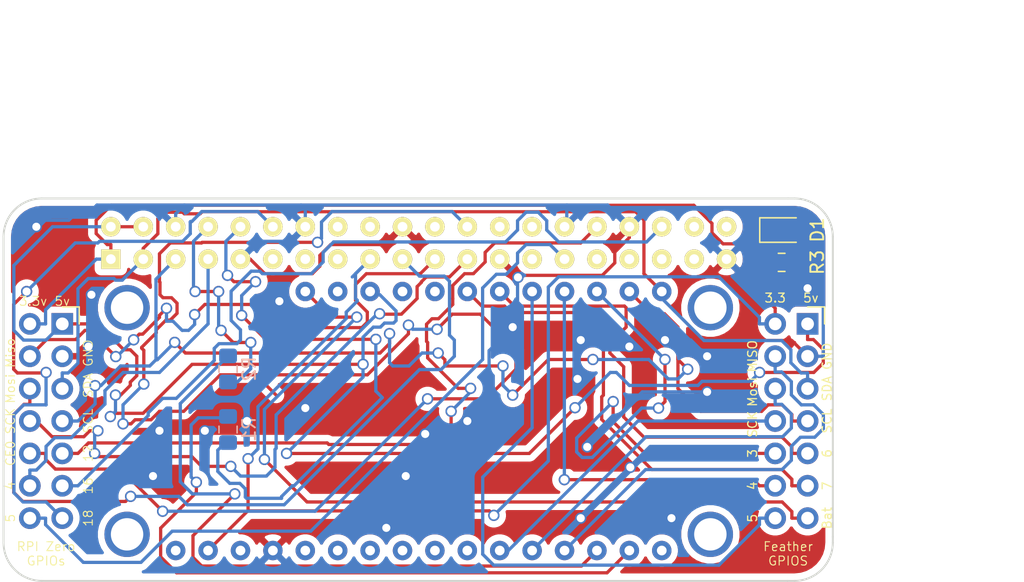
<source format=kicad_pcb>
(kicad_pcb (version 20171130) (host pcbnew "(5.1.6)-1")

  (general
    (thickness 1.6)
    (drawings 44)
    (tracks 739)
    (zones 0)
    (modules 8)
    (nets 29)
  )

  (page A3)
  (layers
    (0 F.Cu signal)
    (31 B.Cu signal)
    (32 B.Adhes user)
    (33 F.Adhes user)
    (34 B.Paste user)
    (35 F.Paste user)
    (36 B.SilkS user)
    (37 F.SilkS user)
    (38 B.Mask user)
    (39 F.Mask user)
    (40 Dwgs.User user)
    (41 Cmts.User user)
    (42 Eco1.User user)
    (43 Eco2.User user)
    (44 Edge.Cuts user)
  )

  (setup
    (last_trace_width 0.254)
    (user_trace_width 0.6)
    (trace_clearance 0.254)
    (zone_clearance 0.508)
    (zone_45_only no)
    (trace_min 0.254)
    (via_size 0.889)
    (via_drill 0.635)
    (via_min_size 0.889)
    (via_min_drill 0.508)
    (uvia_size 0.508)
    (uvia_drill 0.127)
    (uvias_allowed no)
    (uvia_min_size 0.508)
    (uvia_min_drill 0.127)
    (edge_width 0.15)
    (segment_width 0.2)
    (pcb_text_width 0.3)
    (pcb_text_size 1 1)
    (mod_edge_width 0.15)
    (mod_text_size 1 1)
    (mod_text_width 0.15)
    (pad_size 1.27 4.191)
    (pad_drill 0)
    (pad_to_mask_clearance 0)
    (aux_axis_origin 117.8687 84.2645)
    (grid_origin 117.91188 84.25942)
    (visible_elements 7FFFFFFF)
    (pcbplotparams
      (layerselection 0x010fc_ffffffff)
      (usegerberextensions true)
      (usegerberattributes true)
      (usegerberadvancedattributes true)
      (creategerberjobfile true)
      (excludeedgelayer true)
      (linewidth 0.150000)
      (plotframeref false)
      (viasonmask false)
      (mode 1)
      (useauxorigin false)
      (hpglpennumber 1)
      (hpglpenspeed 20)
      (hpglpendiameter 15.000000)
      (psnegative false)
      (psa4output false)
      (plotreference true)
      (plotvalue true)
      (plotinvisibletext false)
      (padsonsilk false)
      (subtractmaskfromsilk false)
      (outputformat 1)
      (mirror false)
      (drillshape 0)
      (scaleselection 1)
      (outputdirectory "GerberMinimalist/"))
  )

  (net 0 "")
  (net 1 GND)
  (net 2 3.3v)
  (net 3 SCL)
  (net 4 SDA)
  (net 5 /5v)
  (net 6 /RX)
  (net 7 /TX)
  (net 8 "Net-(R1-Pad2)")
  (net 9 "Net-(R2-Pad2)")
  (net 10 /MISO)
  (net 11 /MOSI)
  (net 12 /SCK)
  (net 13 "Net-(D1-Pad2)")
  (net 14 /6)
  (net 15 /3)
  (net 16 /7)
  (net 17 /4)
  (net 18 /BAT)
  (net 19 /5)
  (net 20 SPI_MISO)
  (net 21 SPI_MOSI)
  (net 22 SPI_SCK)
  (net 23 Gpio12)
  (net 24 SPI_CE0)
  (net 25 Gpio16)
  (net 26 Gpio4)
  (net 27 Gpio18)
  (net 28 Gpio5)

  (net_class Default "This is the default net class."
    (clearance 0.254)
    (trace_width 0.254)
    (via_dia 0.889)
    (via_drill 0.635)
    (uvia_dia 0.508)
    (uvia_drill 0.127)
    (add_net /3)
    (add_net /4)
    (add_net /5)
    (add_net /5v)
    (add_net /6)
    (add_net /7)
    (add_net /BAT)
    (add_net /MISO)
    (add_net /MOSI)
    (add_net /RX)
    (add_net /SCK)
    (add_net /TX)
    (add_net 3.3v)
    (add_net GND)
    (add_net Gpio12)
    (add_net Gpio16)
    (add_net Gpio18)
    (add_net Gpio4)
    (add_net Gpio5)
    (add_net "Net-(D1-Pad2)")
    (add_net "Net-(R1-Pad2)")
    (add_net "Net-(R2-Pad2)")
    (add_net SCL)
    (add_net SDA)
    (add_net SPI_CE0)
    (add_net SPI_MISO)
    (add_net SPI_MOSI)
    (add_net SPI_SCK)
  )

  (net_class ANT ""
    (clearance 0.6)
    (trace_width 0.6)
    (via_dia 0.889)
    (via_drill 0.635)
    (uvia_dia 0.508)
    (uvia_drill 0.127)
  )

  (module Connector_PinSocket_2.54mm:PinSocket_2x07_P2.54mm_Vertical (layer F.Cu) (tedit 5F16F2CD) (tstamp 5F16DF63)
    (at 114.102 89.3394)
    (descr "Through hole straight socket strip, 2x07, 2.54mm pitch, double cols (from Kicad 4.0.7), script generated")
    (tags "Through hole socket strip THT 2x07 2.54mm double row")
    (path /5F1706A5)
    (fp_text reference J2 (at -1.27 -2.77) (layer F.SilkS) hide
      (effects (font (size 1 1) (thickness 0.15)))
    )
    (fp_text value RpiCon (at -1.27 18.01) (layer F.Fab)
      (effects (font (size 1 1) (thickness 0.15)))
    )
    (fp_line (start -4.34 17) (end -4.34 -1.8) (layer F.CrtYd) (width 0.05))
    (fp_line (start 1.76 17) (end -4.34 17) (layer F.CrtYd) (width 0.05))
    (fp_line (start 1.76 -1.8) (end 1.76 17) (layer F.CrtYd) (width 0.05))
    (fp_line (start -4.34 -1.8) (end 1.76 -1.8) (layer F.CrtYd) (width 0.05))
    (fp_line (start 0 -1.33) (end 1.33 -1.33) (layer F.SilkS) (width 0.12))
    (fp_line (start 1.33 -1.33) (end 1.33 0) (layer F.SilkS) (width 0.12))
    (fp_line (start -3.81 16.51) (end -3.81 -1.27) (layer F.Fab) (width 0.1))
    (fp_line (start 1.27 16.51) (end -3.81 16.51) (layer F.Fab) (width 0.1))
    (fp_line (start 1.27 -0.27) (end 1.27 16.51) (layer F.Fab) (width 0.1))
    (fp_line (start 0.27 -1.27) (end 1.27 -0.27) (layer F.Fab) (width 0.1))
    (fp_line (start -3.81 -1.27) (end 0.27 -1.27) (layer F.Fab) (width 0.1))
    (fp_text user %R (at -1.27 7.62 90) (layer F.Fab)
      (effects (font (size 1 1) (thickness 0.15)))
    )
    (pad 1 thru_hole rect (at 0 0) (size 1.7 1.7) (drill 1) (layers *.Cu *.Mask)
      (net 5 /5v))
    (pad 2 thru_hole oval (at -2.54 0) (size 1.7 1.7) (drill 1) (layers *.Cu *.Mask)
      (net 2 3.3v))
    (pad 3 thru_hole oval (at 0 2.54) (size 1.7 1.7) (drill 1) (layers *.Cu *.Mask)
      (net 1 GND))
    (pad 4 thru_hole oval (at -2.54 2.54) (size 1.7 1.7) (drill 1) (layers *.Cu *.Mask)
      (net 20 SPI_MISO))
    (pad 5 thru_hole oval (at 0 5.08) (size 1.7 1.7) (drill 1) (layers *.Cu *.Mask)
      (net 4 SDA))
    (pad 6 thru_hole oval (at -2.54 5.08) (size 1.7 1.7) (drill 1) (layers *.Cu *.Mask)
      (net 21 SPI_MOSI))
    (pad 7 thru_hole oval (at 0 7.62) (size 1.7 1.7) (drill 1) (layers *.Cu *.Mask)
      (net 3 SCL))
    (pad 8 thru_hole oval (at -2.54 7.62) (size 1.7 1.7) (drill 1) (layers *.Cu *.Mask)
      (net 22 SPI_SCK))
    (pad 9 thru_hole oval (at 0 10.16) (size 1.7 1.7) (drill 1) (layers *.Cu *.Mask)
      (net 23 Gpio12))
    (pad 10 thru_hole oval (at -2.54 10.16) (size 1.7 1.7) (drill 1) (layers *.Cu *.Mask)
      (net 24 SPI_CE0))
    (pad 11 thru_hole oval (at 0 12.7) (size 1.7 1.7) (drill 1) (layers *.Cu *.Mask)
      (net 25 Gpio16))
    (pad 12 thru_hole oval (at -2.54 12.7) (size 1.7 1.7) (drill 1) (layers *.Cu *.Mask)
      (net 26 Gpio4))
    (pad 13 thru_hole oval (at 0 15.24) (size 1.7 1.7) (drill 1) (layers *.Cu *.Mask)
      (net 27 Gpio18))
    (pad 14 thru_hole oval (at -2.54 15.24) (size 1.7 1.7) (drill 1) (layers *.Cu *.Mask)
      (net 28 Gpio5))
  )

  (module 18650:PCB_FeatherWing (layer F.Cu) (tedit 5F10C0CD) (tstamp 5F113A7F)
    (at 142.042 96.9594)
    (path /5F12C567)
    (fp_text reference U1 (at 0 1) (layer F.Fab)
      (effects (font (size 0.6 0.6) (thickness 0.1)))
    )
    (fp_text value FeatherFP (at 0 0 180) (layer F.Fab)
      (effects (font (size 0.6 0.5) (thickness 0.1)))
    )
    (fp_circle (center -8.89 -10.16) (end -8.382 -10.16) (layer Cmts.User) (width 0.05))
    (fp_circle (center -6.35 -10.16) (end -5.842 -10.16) (layer Cmts.User) (width 0.05))
    (fp_circle (center -3.81 -10.16) (end -3.302 -10.16) (layer Cmts.User) (width 0.05))
    (fp_circle (center -1.27 -10.16) (end -0.762 -10.16) (layer Cmts.User) (width 0.05))
    (fp_circle (center 1.27 -10.16) (end 1.778 -10.16) (layer Cmts.User) (width 0.05))
    (fp_circle (center 3.81 -10.16) (end 4.318 -10.16) (layer Cmts.User) (width 0.05))
    (fp_circle (center 6.35 -10.16) (end 6.858 -10.16) (layer Cmts.User) (width 0.05))
    (fp_circle (center 8.89 -10.16) (end 9.398 -10.16) (layer Cmts.User) (width 0.05))
    (fp_circle (center 11.43 -10.16) (end 11.938 -10.16) (layer Cmts.User) (width 0.05))
    (fp_circle (center 13.97 -10.16) (end 14.478 -10.16) (layer Cmts.User) (width 0.05))
    (fp_circle (center 16.51 -10.16) (end 17.018 -10.16) (layer Cmts.User) (width 0.05))
    (fp_circle (center 19.05 -10.16) (end 19.558 -10.16) (layer Cmts.User) (width 0.05))
    (fp_circle (center -19.05 10.16) (end -18.542 10.16) (layer Cmts.User) (width 0.05))
    (fp_circle (center -16.51 10.16) (end -16.002 10.16) (layer Cmts.User) (width 0.05))
    (fp_circle (center -13.97 10.16) (end -13.462 10.16) (layer Cmts.User) (width 0.05))
    (fp_circle (center -11.43 10.16) (end -10.922 10.16) (layer Cmts.User) (width 0.05))
    (fp_circle (center -8.89 10.16) (end -8.382 10.16) (layer Cmts.User) (width 0.05))
    (fp_circle (center -6.35 10.16) (end -5.842 10.16) (layer Cmts.User) (width 0.05))
    (fp_circle (center -3.81 10.16) (end -3.302 10.16) (layer Cmts.User) (width 0.05))
    (fp_circle (center -1.27 10.16) (end -0.762 10.16) (layer Cmts.User) (width 0.05))
    (fp_circle (center 1.27 10.16) (end 1.778 10.16) (layer Cmts.User) (width 0.05))
    (fp_circle (center 3.81 10.16) (end 4.318 10.16) (layer Cmts.User) (width 0.05))
    (fp_circle (center 6.35 10.16) (end 6.858 10.16) (layer Cmts.User) (width 0.05))
    (fp_circle (center 8.89 10.16) (end 9.398 10.16) (layer Cmts.User) (width 0.05))
    (fp_circle (center 11.43 10.16) (end 11.938 10.16) (layer Cmts.User) (width 0.05))
    (fp_circle (center 13.97 10.16) (end 14.478 10.16) (layer Cmts.User) (width 0.05))
    (fp_circle (center 16.51 10.16) (end 17.018 10.16) (layer Cmts.User) (width 0.05))
    (fp_line (start -9.398 -9.652) (end -8.382 -10.668) (layer Cmts.User) (width 0.05))
    (fp_line (start -6.858 -9.652) (end -5.842 -10.668) (layer Cmts.User) (width 0.05))
    (fp_line (start -4.318 -9.652) (end -3.302 -10.668) (layer Cmts.User) (width 0.05))
    (fp_line (start -1.778 -9.652) (end -0.762 -10.668) (layer Cmts.User) (width 0.05))
    (fp_line (start 0.762 -9.652) (end 1.778 -10.668) (layer Cmts.User) (width 0.05))
    (fp_line (start 3.302 -9.652) (end 4.318 -10.668) (layer Cmts.User) (width 0.05))
    (fp_line (start 5.842 -9.652) (end 6.858 -10.668) (layer Cmts.User) (width 0.05))
    (fp_line (start 8.382 -9.652) (end 9.398 -10.668) (layer Cmts.User) (width 0.05))
    (fp_line (start 10.922 -9.652) (end 11.938 -10.668) (layer Cmts.User) (width 0.05))
    (fp_line (start 13.462 -9.652) (end 14.478 -10.668) (layer Cmts.User) (width 0.05))
    (fp_line (start 16.002 -9.652) (end 17.018 -10.668) (layer Cmts.User) (width 0.05))
    (fp_line (start 18.542 -9.652) (end 19.558 -10.668) (layer Cmts.User) (width 0.05))
    (fp_line (start -19.558 10.668) (end -18.542 9.652) (layer Cmts.User) (width 0.05))
    (fp_line (start -17.018 10.668) (end -16.002 9.652) (layer Cmts.User) (width 0.05))
    (fp_line (start -14.478 10.668) (end -13.462 9.652) (layer Cmts.User) (width 0.05))
    (fp_line (start -11.938 10.668) (end -10.922 9.652) (layer Cmts.User) (width 0.05))
    (fp_line (start -9.398 10.668) (end -8.382 9.652) (layer Cmts.User) (width 0.05))
    (fp_line (start -6.858 10.668) (end -5.842 9.652) (layer Cmts.User) (width 0.05))
    (fp_line (start -4.318 10.668) (end -3.302 9.652) (layer Cmts.User) (width 0.05))
    (fp_line (start -1.778 10.668) (end -0.762 9.652) (layer Cmts.User) (width 0.05))
    (fp_line (start 0.762 10.668) (end 1.778 9.652) (layer Cmts.User) (width 0.05))
    (fp_line (start 3.302 10.668) (end 4.318 9.652) (layer Cmts.User) (width 0.05))
    (fp_line (start 5.842 10.668) (end 6.858 9.652) (layer Cmts.User) (width 0.05))
    (fp_line (start 8.382 10.668) (end 9.398 9.652) (layer Cmts.User) (width 0.05))
    (fp_line (start 10.922 10.668) (end 11.938 9.652) (layer Cmts.User) (width 0.05))
    (fp_line (start 13.462 10.668) (end 14.478 9.652) (layer Cmts.User) (width 0.05))
    (fp_line (start 16.002 10.668) (end 17.018 9.652) (layer Cmts.User) (width 0.05))
    (fp_line (start -9.398 -10.668) (end -8.382 -9.652) (layer Cmts.User) (width 0.05))
    (fp_line (start -6.858 -10.668) (end -5.842 -9.652) (layer Cmts.User) (width 0.05))
    (fp_line (start -4.318 -10.668) (end -3.302 -9.652) (layer Cmts.User) (width 0.05))
    (fp_line (start -1.778 -10.668) (end -0.762 -9.652) (layer Cmts.User) (width 0.05))
    (fp_line (start 0.762 -10.668) (end 1.778 -9.652) (layer Cmts.User) (width 0.05))
    (fp_line (start 3.302 -10.668) (end 4.318 -9.652) (layer Cmts.User) (width 0.05))
    (fp_line (start 5.842 -10.668) (end 6.858 -9.652) (layer Cmts.User) (width 0.05))
    (fp_line (start 8.382 -10.668) (end 9.398 -9.652) (layer Cmts.User) (width 0.05))
    (fp_line (start 10.922 -10.668) (end 11.938 -9.652) (layer Cmts.User) (width 0.05))
    (fp_line (start 13.462 -10.668) (end 14.478 -9.652) (layer Cmts.User) (width 0.05))
    (fp_line (start 16.002 -10.668) (end 17.018 -9.652) (layer Cmts.User) (width 0.05))
    (fp_line (start 18.542 -10.668) (end 19.558 -9.652) (layer Cmts.User) (width 0.05))
    (fp_line (start -19.558 9.652) (end -18.542 10.668) (layer Cmts.User) (width 0.05))
    (fp_line (start -17.018 9.652) (end -16.002 10.668) (layer Cmts.User) (width 0.05))
    (fp_line (start -14.478 9.652) (end -13.462 10.668) (layer Cmts.User) (width 0.05))
    (fp_line (start -11.938 9.652) (end -10.922 10.668) (layer Cmts.User) (width 0.05))
    (fp_line (start -9.398 9.652) (end -8.382 10.668) (layer Cmts.User) (width 0.05))
    (fp_line (start -6.858 9.652) (end -5.842 10.668) (layer Cmts.User) (width 0.05))
    (fp_line (start -4.318 9.652) (end -3.302 10.668) (layer Cmts.User) (width 0.05))
    (fp_line (start -1.778 9.652) (end -0.762 10.668) (layer Cmts.User) (width 0.05))
    (fp_line (start 0.762 9.652) (end 1.778 10.668) (layer Cmts.User) (width 0.05))
    (fp_line (start 3.302 9.652) (end 4.318 10.668) (layer Cmts.User) (width 0.05))
    (fp_line (start 5.842 9.652) (end 6.858 10.668) (layer Cmts.User) (width 0.05))
    (fp_line (start 8.382 9.652) (end 9.398 10.668) (layer Cmts.User) (width 0.05))
    (fp_line (start 10.922 9.652) (end 11.938 10.668) (layer Cmts.User) (width 0.05))
    (fp_line (start 13.462 9.652) (end 14.478 10.668) (layer Cmts.User) (width 0.05))
    (fp_line (start 16.002 9.652) (end 17.018 10.668) (layer Cmts.User) (width 0.05))
    (fp_line (start 18.542 9.652) (end 19.558 10.668) (layer Cmts.User) (width 0.05))
    (fp_line (start 18.542 10.668) (end 19.558 9.652) (layer Cmts.User) (width 0.05))
    (fp_circle (center 19.05 10.16) (end 19.558 10.16) (layer Cmts.User) (width 0.05))
    (fp_line (start 22.86 -11.43) (end -22.86 -11.43) (layer Dwgs.User) (width 0.05))
    (fp_line (start 25.4 8.89) (end 25.4 -8.89) (layer Dwgs.User) (width 0.05))
    (fp_line (start -22.86 11.43) (end 22.86 11.43) (layer Dwgs.User) (width 0.05))
    (fp_line (start -25.4 -8.89) (end -25.4 8.89) (layer Dwgs.User) (width 0.05))
    (fp_text user 12 (at -8.89 -10.922) (layer Cmts.User)
      (effects (font (size 0.3 0.25) (thickness 0.03)))
    )
    (fp_text user 11 (at -6.35 -10.922) (layer Cmts.User)
      (effects (font (size 0.3 0.25) (thickness 0.03)))
    )
    (fp_text user 10 (at -3.81 -10.922) (layer Cmts.User)
      (effects (font (size 0.3 0.25) (thickness 0.03)))
    )
    (fp_text user 9 (at -1.27 -10.922) (layer Cmts.User)
      (effects (font (size 0.3 0.25) (thickness 0.03)))
    )
    (fp_text user 8 (at 1.27 -10.922) (layer Cmts.User)
      (effects (font (size 0.3 0.25) (thickness 0.03)))
    )
    (fp_text user 7 (at 3.81 -10.922) (layer Cmts.User)
      (effects (font (size 0.3 0.25) (thickness 0.03)))
    )
    (fp_text user 6 (at 6.35 -10.922) (layer Cmts.User)
      (effects (font (size 0.3 0.25) (thickness 0.03)))
    )
    (fp_text user 5 (at 8.89 -10.922) (layer Cmts.User)
      (effects (font (size 0.3 0.25) (thickness 0.03)))
    )
    (fp_text user 4 (at 11.43 -10.922) (layer Cmts.User)
      (effects (font (size 0.3 0.25) (thickness 0.03)))
    )
    (fp_text user 3 (at 13.97 -10.922) (layer Cmts.User)
      (effects (font (size 0.3 0.25) (thickness 0.03)))
    )
    (fp_text user 2 (at 16.51 -10.922) (layer Cmts.User)
      (effects (font (size 0.3 0.25) (thickness 0.03)))
    )
    (fp_text user 1 (at 19.05 -10.922) (layer Cmts.User)
      (effects (font (size 0.3 0.25) (thickness 0.03)))
    )
    (fp_text user 16 (at -19.05 10.922) (layer Cmts.User)
      (effects (font (size 0.3 0.25) (thickness 0.03)))
    )
    (fp_text user 15 (at -16.51 10.922) (layer Cmts.User)
      (effects (font (size 0.3 0.25) (thickness 0.03)))
    )
    (fp_text user 14 (at -13.97 10.922) (layer Cmts.User)
      (effects (font (size 0.3 0.25) (thickness 0.03)))
    )
    (fp_text user 13 (at -11.43 10.922) (layer Cmts.User)
      (effects (font (size 0.3 0.25) (thickness 0.03)))
    )
    (fp_text user 12 (at -8.89 10.922) (layer Cmts.User)
      (effects (font (size 0.3 0.25) (thickness 0.03)))
    )
    (fp_text user 11 (at -6.35 10.922) (layer Cmts.User)
      (effects (font (size 0.3 0.25) (thickness 0.03)))
    )
    (fp_text user 10 (at -3.81 10.922) (layer Cmts.User)
      (effects (font (size 0.3 0.25) (thickness 0.03)))
    )
    (fp_text user 9 (at -1.27 10.922) (layer Cmts.User)
      (effects (font (size 0.3 0.25) (thickness 0.03)))
    )
    (fp_text user 8 (at 1.27 10.922) (layer Cmts.User)
      (effects (font (size 0.3 0.25) (thickness 0.03)))
    )
    (fp_text user 7 (at 3.81 10.922) (layer Cmts.User)
      (effects (font (size 0.3 0.25) (thickness 0.03)))
    )
    (fp_text user 6 (at 6.35 10.922) (layer Cmts.User)
      (effects (font (size 0.3 0.25) (thickness 0.03)))
    )
    (fp_text user 5 (at 8.89 10.922) (layer Cmts.User)
      (effects (font (size 0.3 0.25) (thickness 0.03)))
    )
    (fp_text user 4 (at 11.43 10.922) (layer Cmts.User)
      (effects (font (size 0.3 0.25) (thickness 0.03)))
    )
    (fp_text user 3 (at 13.97 10.922) (layer Cmts.User)
      (effects (font (size 0.3 0.25) (thickness 0.03)))
    )
    (fp_text user 2 (at 16.51 10.922) (layer Cmts.User)
      (effects (font (size 0.3 0.25) (thickness 0.03)))
    )
    (fp_text user 1 (at 19.05 10.922) (layer Cmts.User)
      (effects (font (size 0.3 0.25) (thickness 0.03)))
    )
    (fp_arc (start 22.86 -8.89) (end 22.86 -11.43) (angle 90) (layer Dwgs.User) (width 0.05))
    (fp_arc (start 22.86 8.89) (end 22.86 11.43) (angle -88.9) (layer Dwgs.User) (width 0.05))
    (fp_arc (start -22.86 8.89) (end -22.86 11.43) (angle 90) (layer Dwgs.User) (width 0.05))
    (fp_arc (start -22.86 -8.89) (end -25.4 -8.89) (angle 90) (layer Dwgs.User) (width 0.05))
    (pad "" np_thru_hole circle (at 22.86 8.89) (size 3.556 3.556) (drill 2.54) (layers *.Cu *.Mask))
    (pad "" np_thru_hole circle (at -22.86 8.89) (size 3.556 3.556) (drill 2.54) (layers *.Cu *.Mask))
    (pad "" np_thru_hole circle (at 22.86 -8.89) (size 3.556 3.556) (drill 2.54) (layers *.Cu *.Mask))
    (pad "" np_thru_hole circle (at -22.86 -8.89) (size 3.556 3.556) (drill 2.54) (layers *.Cu *.Mask))
    (pad 1 thru_hole circle (at 19.05 -10.16) (size 1.524 1.524) (drill 0.762) (layers *.Cu *.Mask)
      (net 4 SDA))
    (pad 2 thru_hole circle (at 16.51 -10.16) (size 1.524 1.524) (drill 0.762) (layers *.Cu *.Mask)
      (net 3 SCL))
    (pad 3 thru_hole circle (at 13.97 -10.16) (size 1.524 1.524) (drill 0.762) (layers *.Cu *.Mask)
      (net 15 /3))
    (pad 4 thru_hole circle (at 11.43 -10.16) (size 1.524 1.524) (drill 0.762) (layers *.Cu *.Mask)
      (net 17 /4))
    (pad 5 thru_hole circle (at 8.89 -10.16) (size 1.524 1.524) (drill 0.762) (layers *.Cu *.Mask)
      (net 19 /5))
    (pad 6 thru_hole circle (at 6.35 -10.16) (size 1.524 1.524) (drill 0.762) (layers *.Cu *.Mask)
      (net 14 /6))
    (pad 7 thru_hole circle (at 3.81 -10.16) (size 1.524 1.524) (drill 0.762) (layers *.Cu *.Mask)
      (net 16 /7))
    (pad 8 thru_hole circle (at 1.27 -10.16) (size 1.524 1.524) (drill 0.762) (layers *.Cu *.Mask))
    (pad 9 thru_hole circle (at -1.27 -10.16) (size 1.524 1.524) (drill 0.762) (layers *.Cu *.Mask))
    (pad 10 thru_hole circle (at -3.81 -10.16) (size 1.524 1.524) (drill 0.762) (layers *.Cu *.Mask)
      (net 5 /5v))
    (pad 11 thru_hole circle (at -6.35 -10.16) (size 1.524 1.524) (drill 0.762) (layers *.Cu *.Mask))
    (pad 12 thru_hole circle (at -8.89 -10.16) (size 1.524 1.524) (drill 0.762) (layers *.Cu *.Mask)
      (net 18 /BAT))
    (pad 13 thru_hole circle (at 19.05 10.16) (size 1.524 1.524) (drill 0.762) (layers *.Cu *.Mask))
    (pad 14 thru_hole circle (at 16.51 10.16) (size 1.524 1.524) (drill 0.762) (layers *.Cu *.Mask)
      (net 8 "Net-(R1-Pad2)"))
    (pad 15 thru_hole circle (at 13.97 10.16) (size 1.524 1.524) (drill 0.762) (layers *.Cu *.Mask)
      (net 9 "Net-(R2-Pad2)"))
    (pad 16 thru_hole circle (at 11.43 10.16) (size 1.524 1.524) (drill 0.762) (layers *.Cu *.Mask)
      (net 10 /MISO))
    (pad 17 thru_hole circle (at 8.89 10.16) (size 1.524 1.524) (drill 0.762) (layers *.Cu *.Mask)
      (net 11 /MOSI))
    (pad 18 thru_hole circle (at 6.35 10.16) (size 1.524 1.524) (drill 0.762) (layers *.Cu *.Mask)
      (net 12 /SCK))
    (pad 19 thru_hole circle (at 3.81 10.16) (size 1.524 1.524) (drill 0.762) (layers *.Cu *.Mask))
    (pad 20 thru_hole circle (at 1.27 10.16) (size 1.524 1.524) (drill 0.762) (layers *.Cu *.Mask))
    (pad 21 thru_hole circle (at -1.27 10.16) (size 1.524 1.524) (drill 0.762) (layers *.Cu *.Mask))
    (pad 22 thru_hole circle (at -3.81 10.16) (size 1.524 1.524) (drill 0.762) (layers *.Cu *.Mask))
    (pad 23 thru_hole circle (at -6.35 10.16) (size 1.524 1.524) (drill 0.762) (layers *.Cu *.Mask))
    (pad 24 thru_hole circle (at -8.89 10.16) (size 1.524 1.524) (drill 0.762) (layers *.Cu *.Mask))
    (pad 25 thru_hole circle (at -11.43 10.16) (size 1.524 1.524) (drill 0.762) (layers *.Cu *.Mask)
      (net 1 GND))
    (pad 26 thru_hole circle (at -13.97 10.16) (size 1.524 1.524) (drill 0.762) (layers *.Cu *.Mask))
    (pad 27 thru_hole circle (at -16.51 10.16) (size 1.524 1.524) (drill 0.762) (layers *.Cu *.Mask)
      (net 2 3.3v))
    (pad 28 thru_hole circle (at -19.05 10.16) (size 1.524 1.524) (drill 0.762) (layers *.Cu *.Mask))
    (model "${KIPRJMOD}/Adafruit ESP8266 Feather_withPinheads.step"
      (offset (xyz -25.25 11.5 2.5))
      (scale (xyz 1 1 1))
      (rotate (xyz -90 0 90))
    )
  )

  (module Connector_PinSocket_2.54mm:PinSocket_2x07_P2.54mm_Vertical (layer F.Cu) (tedit 5F10CB4C) (tstamp 5F1146A0)
    (at 172.522 89.3394)
    (descr "Through hole straight socket strip, 2x07, 2.54mm pitch, double cols (from Kicad 4.0.7), script generated")
    (tags "Through hole socket strip THT 2x07 2.54mm double row")
    (path /5F142A76)
    (fp_text reference J1 (at -1.27 -2.77) (layer F.SilkS) hide
      (effects (font (size 1 1) (thickness 0.15)))
    )
    (fp_text value FeathCon (at -1.27 18.01) (layer F.Fab)
      (effects (font (size 1 1) (thickness 0.15)))
    )
    (fp_line (start -4.34 17) (end -4.34 -1.8) (layer F.CrtYd) (width 0.05))
    (fp_line (start 1.76 17) (end -4.34 17) (layer F.CrtYd) (width 0.05))
    (fp_line (start 1.76 -1.8) (end 1.76 17) (layer F.CrtYd) (width 0.05))
    (fp_line (start -4.34 -1.8) (end 1.76 -1.8) (layer F.CrtYd) (width 0.05))
    (fp_line (start 0 -1.33) (end 1.33 -1.33) (layer F.SilkS) (width 0.12))
    (fp_line (start 1.33 -1.33) (end 1.33 0) (layer F.SilkS) (width 0.12))
    (fp_line (start -3.81 16.51) (end -3.81 -1.27) (layer F.Fab) (width 0.1))
    (fp_line (start 1.27 16.51) (end -3.81 16.51) (layer F.Fab) (width 0.1))
    (fp_line (start 1.27 -0.27) (end 1.27 16.51) (layer F.Fab) (width 0.1))
    (fp_line (start 0.27 -1.27) (end 1.27 -0.27) (layer F.Fab) (width 0.1))
    (fp_text user %R (at -1.27 7.62 90) (layer F.Fab)
      (effects (font (size 1 1) (thickness 0.15)))
    )
    (pad 1 thru_hole rect (at 0 0) (size 1.7 1.7) (drill 1) (layers *.Cu *.Mask)
      (net 5 /5v))
    (pad 2 thru_hole oval (at -2.54 0) (size 1.7 1.7) (drill 1) (layers *.Cu *.Mask)
      (net 2 3.3v))
    (pad 3 thru_hole oval (at 0 2.54) (size 1.7 1.7) (drill 1) (layers *.Cu *.Mask)
      (net 1 GND))
    (pad 4 thru_hole oval (at -2.54 2.54) (size 1.7 1.7) (drill 1) (layers *.Cu *.Mask)
      (net 10 /MISO))
    (pad 5 thru_hole oval (at 0 5.08) (size 1.7 1.7) (drill 1) (layers *.Cu *.Mask)
      (net 4 SDA))
    (pad 6 thru_hole oval (at -2.54 5.08) (size 1.7 1.7) (drill 1) (layers *.Cu *.Mask)
      (net 11 /MOSI))
    (pad 7 thru_hole oval (at 0 7.62) (size 1.7 1.7) (drill 1) (layers *.Cu *.Mask)
      (net 3 SCL))
    (pad 8 thru_hole oval (at -2.54 7.62) (size 1.7 1.7) (drill 1) (layers *.Cu *.Mask)
      (net 12 /SCK))
    (pad 9 thru_hole oval (at 0 10.16) (size 1.7 1.7) (drill 1) (layers *.Cu *.Mask)
      (net 14 /6))
    (pad 10 thru_hole oval (at -2.54 10.16) (size 1.7 1.7) (drill 1) (layers *.Cu *.Mask)
      (net 15 /3))
    (pad 11 thru_hole oval (at 0 12.7) (size 1.7 1.7) (drill 1) (layers *.Cu *.Mask)
      (net 16 /7))
    (pad 12 thru_hole oval (at -2.54 12.7) (size 1.7 1.7) (drill 1) (layers *.Cu *.Mask)
      (net 17 /4))
    (pad 13 thru_hole oval (at 0 15.24) (size 1.7 1.7) (drill 1) (layers *.Cu *.Mask)
      (net 18 /BAT))
    (pad 14 thru_hole oval (at -2.54 15.24) (size 1.7 1.7) (drill 1) (layers *.Cu *.Mask)
      (net 19 /5))
  )

  (module mysensors_radios:PHAT (layer F.Cu) (tedit 5AF9F420) (tstamp 58D3C0DC)
    (at 117.912 82.9894 90)
    (path /58D3A0AE)
    (fp_text reference PI1 (at 1.27 -11.43 90) (layer F.SilkS) hide
      (effects (font (size 1 1) (thickness 0.15)))
    )
    (fp_text value BPLUS_GPIO (at 5.08 1.27 180) (layer F.Fab)
      (effects (font (size 1 1) (thickness 0.15)))
    )
    (pad 1 thru_hole rect (at -1.27 0 90) (size 1.524 1.524) (drill 0.762) (layers *.Cu *.Mask F.SilkS)
      (net 2 3.3v))
    (pad 2 thru_hole circle (at 1.27 0 90) (size 1.524 1.524) (drill 0.762) (layers *.Cu *.Mask F.SilkS)
      (net 5 /5v))
    (pad 3 thru_hole circle (at -1.27 2.54 90) (size 1.524 1.524) (drill 0.762) (layers *.Cu *.Mask F.SilkS)
      (net 4 SDA))
    (pad 4 thru_hole circle (at 1.27 2.54 90) (size 1.524 1.524) (drill 0.762) (layers *.Cu *.Mask F.SilkS)
      (net 5 /5v))
    (pad 5 thru_hole circle (at -1.27 5.08 90) (size 1.524 1.524) (drill 0.762) (layers *.Cu *.Mask F.SilkS)
      (net 3 SCL))
    (pad 6 thru_hole circle (at 1.27 5.08 90) (size 1.524 1.524) (drill 0.762) (layers *.Cu *.Mask F.SilkS)
      (net 1 GND))
    (pad 7 thru_hole circle (at -1.27 7.62 90) (size 1.524 1.524) (drill 0.762) (layers *.Cu *.Mask F.SilkS)
      (net 26 Gpio4))
    (pad 8 thru_hole circle (at 1.27 7.62 90) (size 1.524 1.524) (drill 0.762) (layers *.Cu *.Mask F.SilkS)
      (net 6 /RX))
    (pad 9 thru_hole circle (at -1.27 10.16 90) (size 1.524 1.524) (drill 0.762) (layers *.Cu *.Mask F.SilkS)
      (net 1 GND))
    (pad 10 thru_hole circle (at 1.27 10.16 90) (size 1.524 1.524) (drill 0.762) (layers *.Cu *.Mask F.SilkS)
      (net 7 /TX))
    (pad 11 thru_hole circle (at -1.27 12.7 90) (size 1.524 1.524) (drill 0.762) (layers *.Cu *.Mask F.SilkS))
    (pad 12 thru_hole circle (at 1.27 12.7 90) (size 1.524 1.524) (drill 0.762) (layers *.Cu *.Mask F.SilkS)
      (net 27 Gpio18))
    (pad 13 thru_hole circle (at -1.27 15.24 90) (size 1.524 1.524) (drill 0.762) (layers *.Cu *.Mask F.SilkS))
    (pad 14 thru_hole circle (at 1.27 15.24 90) (size 1.524 1.524) (drill 0.762) (layers *.Cu *.Mask F.SilkS)
      (net 1 GND))
    (pad 15 thru_hole circle (at -1.27 17.78 90) (size 1.524 1.524) (drill 0.762) (layers *.Cu *.Mask F.SilkS))
    (pad 16 thru_hole circle (at 1.27 17.78 90) (size 1.524 1.524) (drill 0.762) (layers *.Cu *.Mask F.SilkS))
    (pad 17 thru_hole circle (at -1.27 20.32 90) (size 1.524 1.524) (drill 0.762) (layers *.Cu *.Mask F.SilkS)
      (net 2 3.3v))
    (pad 18 thru_hole circle (at 1.27 20.32 90) (size 1.524 1.524) (drill 0.762) (layers *.Cu *.Mask F.SilkS))
    (pad 19 thru_hole circle (at -1.27 22.86 90) (size 1.524 1.524) (drill 0.762) (layers *.Cu *.Mask F.SilkS)
      (net 21 SPI_MOSI))
    (pad 20 thru_hole circle (at 1.27 22.86 90) (size 1.524 1.524) (drill 0.762) (layers *.Cu *.Mask F.SilkS)
      (net 1 GND))
    (pad 21 thru_hole circle (at -1.27 25.4 90) (size 1.524 1.524) (drill 0.762) (layers *.Cu *.Mask F.SilkS)
      (net 20 SPI_MISO))
    (pad 22 thru_hole circle (at 1.27 25.4 90) (size 1.524 1.524) (drill 0.762) (layers *.Cu *.Mask F.SilkS))
    (pad 23 thru_hole circle (at -1.27 27.94 90) (size 1.524 1.524) (drill 0.762) (layers *.Cu *.Mask F.SilkS)
      (net 22 SPI_SCK))
    (pad 24 thru_hole circle (at 1.27 27.94 90) (size 1.524 1.524) (drill 0.762) (layers *.Cu *.Mask F.SilkS)
      (net 24 SPI_CE0))
    (pad 25 thru_hole circle (at -1.27 30.48 90) (size 1.524 1.524) (drill 0.762) (layers *.Cu *.Mask F.SilkS)
      (net 1 GND))
    (pad 26 thru_hole circle (at 1.27 30.48 90) (size 1.524 1.524) (drill 0.762) (layers *.Cu *.Mask F.SilkS))
    (pad 27 thru_hole circle (at -1.27 33.02 90) (size 1.524 1.524) (drill 0.762) (layers *.Cu *.Mask F.SilkS))
    (pad 28 thru_hole circle (at 1.27 33.02 90) (size 1.524 1.524) (drill 0.762) (layers *.Cu *.Mask F.SilkS))
    (pad 29 thru_hole circle (at -1.27 35.56 90) (size 1.524 1.524) (drill 0.762) (layers *.Cu *.Mask F.SilkS)
      (net 28 Gpio5))
    (pad 30 thru_hole circle (at 1.27 35.56 90) (size 1.524 1.524) (drill 0.762) (layers *.Cu *.Mask F.SilkS)
      (net 1 GND))
    (pad 31 thru_hole circle (at -1.27 38.1 90) (size 1.524 1.524) (drill 0.762) (layers *.Cu *.Mask F.SilkS))
    (pad 32 thru_hole circle (at 1.27 38.1 90) (size 1.524 1.524) (drill 0.762) (layers *.Cu *.Mask F.SilkS)
      (net 23 Gpio12))
    (pad 33 thru_hole circle (at -1.27 40.64 90) (size 1.524 1.524) (drill 0.762) (layers *.Cu *.Mask F.SilkS))
    (pad 34 thru_hole circle (at 1.27 40.64 90) (size 1.524 1.524) (drill 0.762) (layers *.Cu *.Mask F.SilkS)
      (net 1 GND))
    (pad 35 thru_hole circle (at -1.27 43.18 90) (size 1.524 1.524) (drill 0.762) (layers *.Cu *.Mask F.SilkS))
    (pad 36 thru_hole circle (at 1.27 43.18 90) (size 1.524 1.524) (drill 0.762) (layers *.Cu *.Mask F.SilkS)
      (net 25 Gpio16))
    (pad 37 thru_hole circle (at -1.27 45.72 90) (size 1.524 1.524) (drill 0.762) (layers *.Cu *.Mask F.SilkS))
    (pad 38 thru_hole circle (at 1.27 45.72 90) (size 1.524 1.524) (drill 0.762) (layers *.Cu *.Mask F.SilkS))
    (pad 39 thru_hole circle (at -1.27 48.26 90) (size 1.524 1.524) (drill 0.762) (layers *.Cu *.Mask F.SilkS)
      (net 1 GND))
    (pad 40 thru_hole circle (at 1.27 48.26 90) (size 1.524 1.524) (drill 0.762) (layers *.Cu *.Mask F.SilkS))
    (model ${KIPRJMOD}/960240-6202-AR.STEP
      (offset (xyz 0.25 -0.25 -9))
      (scale (xyz 1 1 1))
      (rotate (xyz 180 0 -90))
    )
  )

  (module Resistor_SMD:R_0805_2012Metric_Pad1.15x1.40mm_HandSolder (layer B.Cu) (tedit 5B36C52B) (tstamp 5F112EDB)
    (at 127.097 97.6244 90)
    (descr "Resistor SMD 0805 (2012 Metric), square (rectangular) end terminal, IPC_7351 nominal with elongated pad for handsoldering. (Body size source: https://docs.google.com/spreadsheets/d/1BsfQQcO9C6DZCsRaXUlFlo91Tg2WpOkGARC1WS5S8t0/edit?usp=sharing), generated with kicad-footprint-generator")
    (tags "resistor handsolder")
    (path /5F133FF3)
    (attr smd)
    (fp_text reference R1 (at 0 1.65 90) (layer B.SilkS)
      (effects (font (size 1 1) (thickness 0.15)) (justify mirror))
    )
    (fp_text value 22R (at 0 -1.65 90) (layer B.Fab)
      (effects (font (size 1 1) (thickness 0.15)) (justify mirror))
    )
    (fp_line (start 1.85 -0.95) (end -1.85 -0.95) (layer B.CrtYd) (width 0.05))
    (fp_line (start 1.85 0.95) (end 1.85 -0.95) (layer B.CrtYd) (width 0.05))
    (fp_line (start -1.85 0.95) (end 1.85 0.95) (layer B.CrtYd) (width 0.05))
    (fp_line (start -1.85 -0.95) (end -1.85 0.95) (layer B.CrtYd) (width 0.05))
    (fp_line (start -0.261252 -0.71) (end 0.261252 -0.71) (layer B.SilkS) (width 0.12))
    (fp_line (start -0.261252 0.71) (end 0.261252 0.71) (layer B.SilkS) (width 0.12))
    (fp_line (start 1 -0.6) (end -1 -0.6) (layer B.Fab) (width 0.1))
    (fp_line (start 1 0.6) (end 1 -0.6) (layer B.Fab) (width 0.1))
    (fp_line (start -1 0.6) (end 1 0.6) (layer B.Fab) (width 0.1))
    (fp_line (start -1 -0.6) (end -1 0.6) (layer B.Fab) (width 0.1))
    (fp_text user %R (at 0 0 90) (layer B.Fab)
      (effects (font (size 0.5 0.5) (thickness 0.08)) (justify mirror))
    )
    (pad 1 smd roundrect (at -1.025 0 90) (size 1.15 1.4) (layers B.Cu B.Paste B.Mask) (roundrect_rratio 0.217391)
      (net 7 /TX))
    (pad 2 smd roundrect (at 1.025 0 90) (size 1.15 1.4) (layers B.Cu B.Paste B.Mask) (roundrect_rratio 0.217391)
      (net 8 "Net-(R1-Pad2)"))
    (model ${KISYS3DMOD}/Resistor_SMD.3dshapes/R_0805_2012Metric.wrl
      (at (xyz 0 0 0))
      (scale (xyz 1 1 1))
      (rotate (xyz 0 0 0))
    )
  )

  (module Resistor_SMD:R_0805_2012Metric_Pad1.15x1.40mm_HandSolder (layer B.Cu) (tedit 5B36C52B) (tstamp 5F112EEC)
    (at 127.097 92.8744 90)
    (descr "Resistor SMD 0805 (2012 Metric), square (rectangular) end terminal, IPC_7351 nominal with elongated pad for handsoldering. (Body size source: https://docs.google.com/spreadsheets/d/1BsfQQcO9C6DZCsRaXUlFlo91Tg2WpOkGARC1WS5S8t0/edit?usp=sharing), generated with kicad-footprint-generator")
    (tags "resistor handsolder")
    (path /5F1363CE)
    (attr smd)
    (fp_text reference R2 (at 0 1.65 90) (layer B.SilkS)
      (effects (font (size 1 1) (thickness 0.15)) (justify mirror))
    )
    (fp_text value 22R (at 0 -1.65 90) (layer B.Fab)
      (effects (font (size 1 1) (thickness 0.15)) (justify mirror))
    )
    (fp_line (start -1 -0.6) (end -1 0.6) (layer B.Fab) (width 0.1))
    (fp_line (start -1 0.6) (end 1 0.6) (layer B.Fab) (width 0.1))
    (fp_line (start 1 0.6) (end 1 -0.6) (layer B.Fab) (width 0.1))
    (fp_line (start 1 -0.6) (end -1 -0.6) (layer B.Fab) (width 0.1))
    (fp_line (start -0.261252 0.71) (end 0.261252 0.71) (layer B.SilkS) (width 0.12))
    (fp_line (start -0.261252 -0.71) (end 0.261252 -0.71) (layer B.SilkS) (width 0.12))
    (fp_line (start -1.85 -0.95) (end -1.85 0.95) (layer B.CrtYd) (width 0.05))
    (fp_line (start -1.85 0.95) (end 1.85 0.95) (layer B.CrtYd) (width 0.05))
    (fp_line (start 1.85 0.95) (end 1.85 -0.95) (layer B.CrtYd) (width 0.05))
    (fp_line (start 1.85 -0.95) (end -1.85 -0.95) (layer B.CrtYd) (width 0.05))
    (fp_text user %R (at 0 0 90) (layer B.Fab)
      (effects (font (size 0.5 0.5) (thickness 0.08)) (justify mirror))
    )
    (pad 2 smd roundrect (at 1.025 0 90) (size 1.15 1.4) (layers B.Cu B.Paste B.Mask) (roundrect_rratio 0.217391)
      (net 9 "Net-(R2-Pad2)"))
    (pad 1 smd roundrect (at -1.025 0 90) (size 1.15 1.4) (layers B.Cu B.Paste B.Mask) (roundrect_rratio 0.217391)
      (net 6 /RX))
    (model ${KISYS3DMOD}/Resistor_SMD.3dshapes/R_0805_2012Metric.wrl
      (at (xyz 0 0 0))
      (scale (xyz 1 1 1))
      (rotate (xyz 0 0 0))
    )
  )

  (module LED_SMD:LED_0805_2012Metric_Pad1.15x1.40mm_HandSolder (layer F.Cu) (tedit 5B4B45C9) (tstamp 5F11516B)
    (at 170.632 81.9774)
    (descr "LED SMD 0805 (2012 Metric), square (rectangular) end terminal, IPC_7351 nominal, (Body size source: https://docs.google.com/spreadsheets/d/1BsfQQcO9C6DZCsRaXUlFlo91Tg2WpOkGARC1WS5S8t0/edit?usp=sharing), generated with kicad-footprint-generator")
    (tags "LED handsolder")
    (path /5F1656C3)
    (attr smd)
    (fp_text reference D1 (at 2.651999 -0.004001 90) (layer F.SilkS)
      (effects (font (size 1 1) (thickness 0.15)))
    )
    (fp_text value LED_Small (at 0 1.65) (layer F.Fab)
      (effects (font (size 1 1) (thickness 0.15)))
    )
    (fp_line (start 1.85 0.95) (end -1.85 0.95) (layer F.CrtYd) (width 0.05))
    (fp_line (start 1.85 -0.95) (end 1.85 0.95) (layer F.CrtYd) (width 0.05))
    (fp_line (start -1.85 -0.95) (end 1.85 -0.95) (layer F.CrtYd) (width 0.05))
    (fp_line (start -1.85 0.95) (end -1.85 -0.95) (layer F.CrtYd) (width 0.05))
    (fp_line (start -1.86 0.96) (end 1 0.96) (layer F.SilkS) (width 0.12))
    (fp_line (start -1.86 -0.96) (end -1.86 0.96) (layer F.SilkS) (width 0.12))
    (fp_line (start 1 -0.96) (end -1.86 -0.96) (layer F.SilkS) (width 0.12))
    (fp_line (start 1 0.6) (end 1 -0.6) (layer F.Fab) (width 0.1))
    (fp_line (start -1 0.6) (end 1 0.6) (layer F.Fab) (width 0.1))
    (fp_line (start -1 -0.3) (end -1 0.6) (layer F.Fab) (width 0.1))
    (fp_line (start -0.7 -0.6) (end -1 -0.3) (layer F.Fab) (width 0.1))
    (fp_line (start 1 -0.6) (end -0.7 -0.6) (layer F.Fab) (width 0.1))
    (fp_text user %R (at 0 0) (layer F.Fab)
      (effects (font (size 0.5 0.5) (thickness 0.08)))
    )
    (pad 1 smd roundrect (at -1.025 0) (size 1.15 1.4) (layers F.Cu F.Paste F.Mask) (roundrect_rratio 0.217391)
      (net 1 GND))
    (pad 2 smd roundrect (at 1.025 0) (size 1.15 1.4) (layers F.Cu F.Paste F.Mask) (roundrect_rratio 0.217391)
      (net 13 "Net-(D1-Pad2)"))
    (model ${KISYS3DMOD}/LED_SMD.3dshapes/LED_0805_2012Metric.wrl
      (at (xyz 0 0 0))
      (scale (xyz 1 1 1))
      (rotate (xyz 0 0 0))
    )
  )

  (module Resistor_SMD:R_0805_2012Metric_Pad1.15x1.40mm_HandSolder (layer F.Cu) (tedit 5B36C52B) (tstamp 5F11517C)
    (at 170.49 84.5134)
    (descr "Resistor SMD 0805 (2012 Metric), square (rectangular) end terminal, IPC_7351 nominal with elongated pad for handsoldering. (Body size source: https://docs.google.com/spreadsheets/d/1BsfQQcO9C6DZCsRaXUlFlo91Tg2WpOkGARC1WS5S8t0/edit?usp=sharing), generated with kicad-footprint-generator")
    (tags "resistor handsolder")
    (path /5F168C9F)
    (attr smd)
    (fp_text reference R3 (at 2.794 0 90) (layer F.SilkS)
      (effects (font (size 1 1) (thickness 0.15)))
    )
    (fp_text value 330 (at 0 1.65) (layer F.Fab)
      (effects (font (size 1 1) (thickness 0.15)))
    )
    (fp_line (start 1.85 0.95) (end -1.85 0.95) (layer F.CrtYd) (width 0.05))
    (fp_line (start 1.85 -0.95) (end 1.85 0.95) (layer F.CrtYd) (width 0.05))
    (fp_line (start -1.85 -0.95) (end 1.85 -0.95) (layer F.CrtYd) (width 0.05))
    (fp_line (start -1.85 0.95) (end -1.85 -0.95) (layer F.CrtYd) (width 0.05))
    (fp_line (start -0.261252 0.71) (end 0.261252 0.71) (layer F.SilkS) (width 0.12))
    (fp_line (start -0.261252 -0.71) (end 0.261252 -0.71) (layer F.SilkS) (width 0.12))
    (fp_line (start 1 0.6) (end -1 0.6) (layer F.Fab) (width 0.1))
    (fp_line (start 1 -0.6) (end 1 0.6) (layer F.Fab) (width 0.1))
    (fp_line (start -1 -0.6) (end 1 -0.6) (layer F.Fab) (width 0.1))
    (fp_line (start -1 0.6) (end -1 -0.6) (layer F.Fab) (width 0.1))
    (fp_text user %R (at 0 0) (layer F.Fab)
      (effects (font (size 0.5 0.5) (thickness 0.08)))
    )
    (pad 1 smd roundrect (at -1.025 0) (size 1.15 1.4) (layers F.Cu F.Paste F.Mask) (roundrect_rratio 0.217391)
      (net 2 3.3v))
    (pad 2 smd roundrect (at 1.025 0) (size 1.15 1.4) (layers F.Cu F.Paste F.Mask) (roundrect_rratio 0.217391)
      (net 13 "Net-(D1-Pad2)"))
    (model ${KISYS3DMOD}/Resistor_SMD.3dshapes/R_0805_2012Metric.wrl
      (at (xyz 0 0 0))
      (scale (xyz 1 1 1))
      (rotate (xyz 0 0 0))
    )
  )

  (gr_text "Feather\nGPIOS" (at 170.99788 107.37342) (layer F.SilkS) (tstamp 5F170FB6)
    (effects (font (size 0.7 0.7) (thickness 0.08)))
  )
  (gr_text "RPI Zero\nGPIOs" (at 112.83188 107.37342) (layer F.SilkS) (tstamp 5F170FAF)
    (effects (font (size 0.7 0.7) (thickness 0.08)))
  )
  (gr_text Miso (at 110.03788 91.62542 90) (layer F.SilkS) (tstamp 5F170FAB)
    (effects (font (size 0.7 0.7) (thickness 0.08)))
  )
  (gr_text Mosi (at 110.03788 94.41942 90) (layer F.SilkS) (tstamp 5F170FA8)
    (effects (font (size 0.7 0.7) (thickness 0.08)))
  )
  (gr_text SCK (at 110.03788 96.95942 90) (layer F.SilkS) (tstamp 5F170FA5)
    (effects (font (size 0.7 0.7) (thickness 0.08)))
  )
  (gr_text CE0 (at 110.03788 99.49942 90) (layer F.SilkS) (tstamp 5F170FA2)
    (effects (font (size 0.7 0.7) (thickness 0.08)))
  )
  (gr_text 4 (at 110.03788 102.03942 90) (layer F.SilkS) (tstamp 5F170F9F)
    (effects (font (size 0.7 0.7) (thickness 0.08)))
  )
  (gr_text 5 (at 110.03788 104.57942 90) (layer F.SilkS) (tstamp 5F170F98)
    (effects (font (size 0.7 0.7) (thickness 0.08)))
  )
  (gr_text 18 (at 116.13388 104.57942 90) (layer F.SilkS) (tstamp 5F170F95)
    (effects (font (size 0.7 0.7) (thickness 0.08)))
  )
  (gr_text 16 (at 116.13388 102.03942 90) (layer F.SilkS) (tstamp 5F170F92)
    (effects (font (size 0.7 0.7) (thickness 0.08)))
  )
  (gr_text 12 (at 116.13388 99.49942 90) (layer F.SilkS) (tstamp 5F170F8F)
    (effects (font (size 0.7 0.7) (thickness 0.08)))
  )
  (gr_text SCL (at 116.13388 96.95942 90) (layer F.SilkS) (tstamp 5F170F8C)
    (effects (font (size 0.7 0.7) (thickness 0.08)))
  )
  (gr_text SDA (at 116.13388 94.16542 90) (layer F.SilkS) (tstamp 5F170F89)
    (effects (font (size 0.7 0.7) (thickness 0.08)))
  )
  (gr_text GND (at 116.13388 91.62542 90) (layer F.SilkS) (tstamp 5F170F84)
    (effects (font (size 0.7 0.7) (thickness 0.08)))
  )
  (gr_text 3.3v (at 111.81588 87.56142) (layer F.SilkS) (tstamp 5F170F81)
    (effects (font (size 0.7 0.7) (thickness 0.08)))
  )
  (gr_text 5v (at 114.10188 87.56142) (layer F.SilkS)
    (effects (font (size 0.7 0.7) (thickness 0.08)))
  )
  (gr_text 6 (at 174.04588 99.49942 90) (layer F.SilkS) (tstamp 5F1155F5)
    (effects (font (size 0.7 0.7) (thickness 0.1)))
  )
  (gr_text 7 (at 174.04588 102.03942 90) (layer F.SilkS) (tstamp 5F1155F2)
    (effects (font (size 0.7 0.7) (thickness 0.1)))
  )
  (gr_text Bat (at 174.04588 104.57942 90) (layer F.SilkS) (tstamp 5F1155EF)
    (effects (font (size 0.7 0.7) (thickness 0.1)))
  )
  (gr_text 5 (at 168.20388 104.57942 90) (layer F.SilkS) (tstamp 5F1155EC)
    (effects (font (size 0.7 0.7) (thickness 0.1)))
  )
  (gr_text 4 (at 168.20388 102.03942 90) (layer F.SilkS) (tstamp 5F1155E9)
    (effects (font (size 0.7 0.7) (thickness 0.1)))
  )
  (gr_text 3 (at 168.20388 99.49942 90) (layer F.SilkS) (tstamp 5F1155E6)
    (effects (font (size 0.7 0.7) (thickness 0.1)))
  )
  (gr_text SCL (at 174.04588 96.95942 90) (layer F.SilkS) (tstamp 5F114BAB)
    (effects (font (size 0.7 0.7) (thickness 0.1)))
  )
  (gr_text SCK (at 168.20388 97.21342 90) (layer F.SilkS) (tstamp 5F114BA8)
    (effects (font (size 0.7 0.7) (thickness 0.1)))
  )
  (gr_text SDA (at 174.04588 94.41942 90) (layer F.SilkS) (tstamp 5F114BA5)
    (effects (font (size 0.7 0.7) (thickness 0.1)))
  )
  (gr_text Mosi (at 168.20388 94.67342 90) (layer F.SilkS) (tstamp 5F114BA2)
    (effects (font (size 0.7 0.7) (thickness 0.1)))
  )
  (gr_text GND (at 174.04588 91.87942 90) (layer F.SilkS) (tstamp 5F114B7A)
    (effects (font (size 0.7 0.7) (thickness 0.1)))
  )
  (gr_text MISO (at 168.20388 91.87942 90) (layer F.SilkS) (tstamp 5F114B76)
    (effects (font (size 0.7 0.7) (thickness 0.1)))
  )
  (gr_text 5v (at 172.77588 87.30742) (layer F.SilkS) (tstamp 5F114B73)
    (effects (font (size 0.7 0.7) (thickness 0.1)))
  )
  (gr_text 3.3 (at 169.98188 87.30742) (layer F.SilkS)
    (effects (font (size 0.7 0.7) (thickness 0.1)))
  )
  (gr_line (start 109.5 98.5) (end 109.5 82.5) (angle 90) (layer Edge.Cuts) (width 0.15))
  (gr_line (start 109.5 98.5) (end 109.5 106.5) (angle 90) (layer Edge.Cuts) (width 0.15))
  (dimension 30.035511 (width 0.25) (layer Dwgs.User)
    (gr_text "30,036 mm" (at 185.27666 94.385981 270) (layer Dwgs.User)
      (effects (font (size 1 1) (thickness 0.25)))
    )
    (feature1 (pts (xy 162.2679 109.4232) (xy 186.28936 109.402886)))
    (feature2 (pts (xy 162.2425 79.3877) (xy 186.26396 79.367386)))
    (crossbar (pts (xy 184.263961 79.369077) (xy 184.289361 109.404577)))
    (arrow1a (pts (xy 184.289361 109.404577) (xy 183.701988 108.27857)))
    (arrow1b (pts (xy 184.289361 109.404577) (xy 184.874829 108.277578)))
    (arrow2a (pts (xy 184.263961 79.369077) (xy 183.678493 80.496076)))
    (arrow2b (pts (xy 184.263961 79.369077) (xy 184.851334 80.495084)))
  )
  (dimension 65.054966 (width 0.25) (layer Dwgs.User)
    (gr_text "65,055 mm" (at 141.943984 65.203876 359.8) (layer Dwgs.User)
      (effects (font (size 1 1) (thickness 0.25)))
    )
    (feature1 (pts (xy 174.40148 83.37296) (xy 174.47509 64.329614)))
    (feature2 (pts (xy 109.347 83.1215) (xy 109.42061 64.078154)))
    (crossbar (pts (xy 109.412879 66.078139) (xy 174.467359 66.329599)))
    (arrow1a (pts (xy 174.467359 66.329599) (xy 173.338597 66.911661)))
    (arrow1b (pts (xy 174.467359 66.329599) (xy 173.34313 65.738828)))
    (arrow2a (pts (xy 109.412879 66.078139) (xy 110.537108 66.66891)))
    (arrow2b (pts (xy 109.412879 66.078139) (xy 110.541641 65.496077)))
  )
  (gr_line (start 171.5 109.5) (end 170.95 109.5) (angle 90) (layer Edge.Cuts) (width 0.15))
  (gr_line (start 174.5 106.05) (end 174.5 106.5) (angle 90) (layer Edge.Cuts) (width 0.15))
  (gr_line (start 174.5 82.5) (end 174.5 106.05) (angle 90) (layer Edge.Cuts) (width 0.15))
  (gr_line (start 112.5 109.5) (end 170.95 109.5) (angle 90) (layer Edge.Cuts) (width 0.15))
  (gr_line (start 112.5 79.5) (end 171 79.5) (angle 90) (layer Edge.Cuts) (width 0.15))
  (gr_arc (start 112.5 106.5) (end 112.5 109.5) (angle 90) (layer Edge.Cuts) (width 0.15))
  (gr_arc (start 171.5 106.5) (end 174.5 106.5) (angle 90) (layer Edge.Cuts) (width 0.15))
  (gr_line (start 171.5 79.5) (end 171 79.5) (angle 90) (layer Edge.Cuts) (width 0.15))
  (gr_arc (start 171.5 82.5) (end 171.5 79.5) (angle 90) (layer Edge.Cuts) (width 0.15))
  (gr_arc (start 112.5 82.5) (end 109.5 82.5) (angle 90) (layer Edge.Cuts) (width 0.15))

  (segment (start 130.10388 94.16542) (end 130.86588 94.92742) (width 0.254) (layer F.Cu) (net 0))
  (segment (start 173.753001 91.85048) (end 173.753001 87.776541) (width 0.254) (layer B.Cu) (net 1))
  (segment (start 172.522 91.8794) (end 173.724081 91.8794) (width 0.254) (layer B.Cu) (net 1))
  (segment (start 173.724081 91.8794) (end 173.753001 91.85048) (width 0.254) (layer B.Cu) (net 1))
  (via (at 172.52188 86.54542) (size 0.889) (drill 0.635) (layers F.Cu B.Cu) (net 1))
  (segment (start 173.753001 87.776541) (end 172.52188 86.54542) (width 0.254) (layer B.Cu) (net 1))
  (via (at 161.85388 104.57942) (size 0.889) (drill 0.635) (layers F.Cu B.Cu) (net 1))
  (segment (start 171.290999 90.648399) (end 168.164901 90.648399) (width 0.254) (layer F.Cu) (net 1))
  (segment (start 172.522 91.8794) (end 171.290999 90.648399) (width 0.254) (layer F.Cu) (net 1))
  (segment (start 167.94988 90.433378) (end 167.94988 88.83142) (width 0.254) (layer F.Cu) (net 1))
  (segment (start 168.037901 90.521399) (end 166.513901 90.521399) (width 0.254) (layer F.Cu) (net 1))
  (segment (start 168.037901 90.521399) (end 167.94988 90.433378) (width 0.254) (layer F.Cu) (net 1))
  (segment (start 168.164901 90.648399) (end 168.037901 90.521399) (width 0.254) (layer F.Cu) (net 1))
  (segment (start 166.513901 90.521399) (end 164.64788 92.38742) (width 0.254) (layer F.Cu) (net 1))
  (via (at 164.64788 94.67342) (size 0.889) (drill 0.635) (layers F.Cu B.Cu) (net 1))
  (segment (start 164.64788 92.38742) (end 164.64788 94.67342) (width 0.254) (layer F.Cu) (net 1))
  (segment (start 164.64788 94.67342) (end 159.56788 94.67342) (width 0.254) (layer B.Cu) (net 1))
  (via (at 155.24988 98.99142) (size 0.889) (drill 0.635) (layers F.Cu B.Cu) (net 1))
  (segment (start 159.56788 94.67342) (end 155.24988 98.99142) (width 0.254) (layer B.Cu) (net 1))
  (via (at 158.627647 100.591187) (size 0.889) (drill 0.635) (layers F.Cu B.Cu) (net 1))
  (via (at 154.74188 104.57942) (size 0.889) (drill 0.635) (layers F.Cu B.Cu) (net 1))
  (segment (start 158.627647 100.591187) (end 154.74188 104.476954) (width 0.254) (layer B.Cu) (net 1))
  (segment (start 154.74188 104.476954) (end 154.74188 104.57942) (width 0.254) (layer B.Cu) (net 1))
  (segment (start 153.205671 100.591187) (end 158.627647 100.591187) (width 0.254) (layer F.Cu) (net 1))
  (segment (start 153.205671 99.765629) (end 153.205671 100.591187) (width 0.254) (layer F.Cu) (net 1))
  (segment (start 155.24988 98.99142) (end 153.97988 98.99142) (width 0.254) (layer F.Cu) (net 1))
  (segment (start 153.97988 98.99142) (end 153.205671 99.765629) (width 0.254) (layer F.Cu) (net 1))
  (via (at 139.50188 105.34142) (size 0.889) (drill 0.635) (layers F.Cu B.Cu) (net 1))
  (via (at 141.02588 101.27742) (size 0.889) (drill 0.635) (layers F.Cu B.Cu) (net 1))
  (segment (start 139.50188 105.34142) (end 139.50188 102.80142) (width 0.254) (layer B.Cu) (net 1))
  (segment (start 139.50188 102.80142) (end 141.02588 101.27742) (width 0.254) (layer B.Cu) (net 1))
  (segment (start 141.02588 101.27742) (end 141.02588 99.49942) (width 0.254) (layer B.Cu) (net 1))
  (via (at 142.54988 97.97542) (size 0.889) (drill 0.635) (layers F.Cu B.Cu) (net 1))
  (segment (start 141.02588 99.49942) (end 142.54988 97.97542) (width 0.254) (layer B.Cu) (net 1))
  (segment (start 151.69388 101.27742) (end 141.02588 101.27742) (width 0.254) (layer F.Cu) (net 1))
  (segment (start 153.205671 99.765629) (end 151.69388 101.27742) (width 0.254) (layer F.Cu) (net 1))
  (segment (start 122.992 81.7194) (end 122.992 80.7033) (width 0.254) (layer B.Cu) (net 1))
  (segment (start 156.85109 80.01849) (end 158.552 81.7194) (width 0.254) (layer B.Cu) (net 1))
  (segment (start 122.992 80.7033) (end 123.67681 80.01849) (width 0.254) (layer B.Cu) (net 1))
  (segment (start 153.64881 80.01849) (end 153.64881 81.54259) (width 0.254) (layer B.Cu) (net 1))
  (segment (start 153.64881 80.01849) (end 156.85109 80.01849) (width 0.254) (layer B.Cu) (net 1))
  (segment (start 153.64881 81.54259) (end 153.472 81.7194) (width 0.254) (layer B.Cu) (net 1))
  (segment (start 133.152 80.34968) (end 132.82081 80.01849) (width 0.254) (layer B.Cu) (net 1))
  (segment (start 133.152 81.7194) (end 133.152 80.34968) (width 0.254) (layer B.Cu) (net 1))
  (segment (start 123.67681 80.01849) (end 132.82081 80.01849) (width 0.254) (layer B.Cu) (net 1))
  (segment (start 132.82081 80.01849) (end 153.64881 80.01849) (width 0.254) (layer B.Cu) (net 1))
  (segment (start 129.468999 82.862401) (end 128.072 84.2594) (width 0.254) (layer B.Cu) (net 1))
  (segment (start 132.008999 82.862401) (end 129.468999 82.862401) (width 0.254) (layer B.Cu) (net 1))
  (segment (start 133.152 81.7194) (end 132.008999 82.862401) (width 0.254) (layer B.Cu) (net 1))
  (segment (start 116.81881 80.01849) (end 115.87988 80.95742) (width 0.254) (layer B.Cu) (net 1))
  (segment (start 123.67681 80.01849) (end 116.81881 80.01849) (width 0.254) (layer B.Cu) (net 1))
  (segment (start 114.60991 81.21139) (end 112.57791 81.21139) (width 0.254) (layer B.Cu) (net 1))
  (segment (start 115.87988 80.95742) (end 114.86388 80.95742) (width 0.254) (layer B.Cu) (net 1))
  (segment (start 114.86388 80.95742) (end 114.60991 81.21139) (width 0.254) (layer B.Cu) (net 1))
  (segment (start 112.57791 81.21139) (end 112.06988 81.71942) (width 0.254) (layer B.Cu) (net 1))
  (via (at 116.1588 91.11742) (size 0.889) (drill 0.635) (layers F.Cu B.Cu) (net 1))
  (segment (start 114.102 91.8794) (end 115.39682 91.8794) (width 0.254) (layer F.Cu) (net 1))
  (segment (start 115.39682 91.8794) (end 116.1588 91.11742) (width 0.254) (layer F.Cu) (net 1))
  (via (at 116.38788 87.05342) (size 0.889) (drill 0.635) (layers F.Cu B.Cu) (net 1))
  (segment (start 116.1588 91.11742) (end 116.1588 87.2825) (width 0.254) (layer B.Cu) (net 1))
  (segment (start 116.1588 87.2825) (end 116.38788 87.05342) (width 0.254) (layer B.Cu) (net 1))
  (segment (start 116.38788 87.05342) (end 115.11788 85.78342) (width 0.254) (layer F.Cu) (net 1))
  (segment (start 115.11788 85.78342) (end 113.33988 85.78342) (width 0.254) (layer F.Cu) (net 1))
  (segment (start 113.33988 85.78342) (end 112.06988 84.51342) (width 0.254) (layer F.Cu) (net 1))
  (via (at 112.06988 81.71942) (size 0.889) (drill 0.635) (layers F.Cu B.Cu) (net 1))
  (segment (start 112.06988 84.51342) (end 112.06988 81.71942) (width 0.254) (layer F.Cu) (net 1))
  (segment (start 128.83386 84.2594) (end 128.072 84.2594) (width 0.254) (layer F.Cu) (net 1))
  (segment (start 129.976861 85.402401) (end 128.83386 84.2594) (width 0.254) (layer F.Cu) (net 1))
  (segment (start 134.295001 84.808041) (end 133.700641 85.402401) (width 0.254) (layer F.Cu) (net 1))
  (segment (start 134.295001 83.964757) (end 134.295001 84.808041) (width 0.254) (layer F.Cu) (net 1))
  (segment (start 139.375001 83.116399) (end 135.143359 83.116399) (width 0.254) (layer F.Cu) (net 1))
  (segment (start 135.143359 83.116399) (end 134.295001 83.964757) (width 0.254) (layer F.Cu) (net 1))
  (segment (start 140.772 81.7194) (end 139.375001 83.116399) (width 0.254) (layer F.Cu) (net 1))
  (via (at 149.821497 85.689037) (size 0.889) (drill 0.635) (layers F.Cu B.Cu) (net 1))
  (segment (start 148.392 84.2594) (end 148.392 84.25954) (width 0.254) (layer F.Cu) (net 1))
  (segment (start 148.392 84.25954) (end 149.821497 85.689037) (width 0.254) (layer F.Cu) (net 1))
  (via (at 149.40788 89.59342) (size 0.889) (drill 0.635) (layers F.Cu B.Cu) (net 1))
  (segment (start 149.821497 85.689037) (end 149.788999 85.721535) (width 0.254) (layer B.Cu) (net 1))
  (segment (start 149.788999 89.212301) (end 149.40788 89.59342) (width 0.254) (layer B.Cu) (net 1))
  (segment (start 149.788999 85.721535) (end 149.788999 89.212301) (width 0.254) (layer B.Cu) (net 1))
  (segment (start 149.821497 85.689037) (end 149.981114 85.52942) (width 0.254) (layer F.Cu) (net 1))
  (segment (start 157.408999 84.554043) (end 157.408999 83.710759) (width 0.254) (layer F.Cu) (net 1))
  (segment (start 149.981114 85.52942) (end 156.433622 85.52942) (width 0.254) (layer F.Cu) (net 1))
  (segment (start 156.433622 85.52942) (end 157.408999 84.554043) (width 0.254) (layer F.Cu) (net 1))
  (segment (start 158.552 82.567758) (end 158.552 81.7194) (width 0.254) (layer F.Cu) (net 1))
  (segment (start 157.408999 83.710759) (end 158.552 82.567758) (width 0.254) (layer F.Cu) (net 1))
  (via (at 145.85188 96.95942) (size 0.889) (drill 0.635) (layers F.Cu B.Cu) (net 1))
  (segment (start 144.83588 97.97542) (end 145.85188 96.95942) (width 0.254) (layer B.Cu) (net 1))
  (segment (start 142.54988 97.97542) (end 144.83588 97.97542) (width 0.254) (layer B.Cu) (net 1))
  (segment (start 147.558209 95.253091) (end 147.558209 91.443091) (width 0.254) (layer B.Cu) (net 1))
  (segment (start 147.558209 91.443091) (end 149.40788 89.59342) (width 0.254) (layer B.Cu) (net 1))
  (segment (start 145.85188 96.95942) (end 147.558209 95.253091) (width 0.254) (layer B.Cu) (net 1))
  (via (at 133.15188 95.94342) (size 0.889) (drill 0.635) (layers F.Cu B.Cu) (net 1))
  (segment (start 142.54988 97.97542) (end 135.18388 97.97542) (width 0.254) (layer F.Cu) (net 1))
  (segment (start 135.18388 97.97542) (end 133.15188 95.94342) (width 0.254) (layer F.Cu) (net 1))
  (via (at 154.74188 90.60942) (size 0.889) (drill 0.635) (layers F.Cu B.Cu) (net 1))
  (via (at 154.48788 93.65742) (size 0.889) (drill 0.635) (layers F.Cu B.Cu) (net 1))
  (segment (start 154.48788 90.86342) (end 154.74188 90.60942) (width 0.254) (layer B.Cu) (net 1))
  (segment (start 154.48788 93.65742) (end 154.48788 90.86342) (width 0.254) (layer B.Cu) (net 1))
  (via (at 158.55188 91.11742) (size 0.889) (drill 0.635) (layers F.Cu B.Cu) (net 1))
  (segment (start 158.55188 91.11742) (end 160.07588 91.11742) (width 0.254) (layer F.Cu) (net 1))
  (via (at 161.34588 90.60942) (size 0.889) (drill 0.635) (layers F.Cu B.Cu) (net 1))
  (segment (start 160.07588 91.11742) (end 160.58388 90.60942) (width 0.254) (layer F.Cu) (net 1))
  (segment (start 160.58388 90.60942) (end 161.34588 90.60942) (width 0.254) (layer F.Cu) (net 1))
  (segment (start 161.34588 90.60942) (end 163.37788 90.60942) (width 0.254) (layer B.Cu) (net 1))
  (via (at 164.64788 91.87942) (size 0.889) (drill 0.635) (layers F.Cu B.Cu) (net 1))
  (segment (start 163.37788 90.60942) (end 164.64788 91.87942) (width 0.254) (layer B.Cu) (net 1))
  (via (at 128.57988 96.95942) (size 0.889) (drill 0.635) (layers F.Cu B.Cu) (net 1))
  (segment (start 128.57988 96.95942) (end 128.57988 95.43542) (width 0.254) (layer B.Cu) (net 1))
  (segment (start 128.57988 95.43542) (end 131.11988 92.89542) (width 0.254) (layer B.Cu) (net 1))
  (via (at 131.11988 87.56142) (size 0.889) (drill 0.635) (layers F.Cu B.Cu) (net 1))
  (segment (start 131.11988 92.89542) (end 131.11988 87.56142) (width 0.254) (layer B.Cu) (net 1))
  (segment (start 131.11988 85.78342) (end 131.500899 85.402401) (width 0.254) (layer F.Cu) (net 1))
  (segment (start 131.11988 87.56142) (end 131.11988 85.78342) (width 0.254) (layer F.Cu) (net 1))
  (segment (start 133.700641 85.402401) (end 131.500899 85.402401) (width 0.254) (layer F.Cu) (net 1))
  (segment (start 131.500899 85.402401) (end 129.976861 85.402401) (width 0.254) (layer F.Cu) (net 1))
  (via (at 125.27788 97.72142) (size 0.889) (drill 0.635) (layers F.Cu B.Cu) (net 1))
  (via (at 121.72188 97.72142) (size 0.889) (drill 0.635) (layers F.Cu B.Cu) (net 1))
  (segment (start 125.27788 97.46742) (end 121.97588 97.46742) (width 0.254) (layer F.Cu) (net 1))
  (segment (start 121.97588 97.46742) (end 121.72188 97.72142) (width 0.254) (layer F.Cu) (net 1))
  (via (at 121.21388 101.27742) (size 0.889) (drill 0.635) (layers F.Cu B.Cu) (net 1))
  (segment (start 121.72188 97.72142) (end 121.21388 98.22942) (width 0.254) (layer B.Cu) (net 1))
  (segment (start 121.21388 98.22942) (end 121.21388 101.27742) (width 0.254) (layer B.Cu) (net 1))
  (segment (start 147.9304 104.361) (end 152.202 100.0894) (width 0.254) (layer B.Cu) (net 2))
  (segment (start 152.202 100.0894) (end 152.202 86.4486) (width 0.254) (layer B.Cu) (net 2))
  (segment (start 152.202 86.4486) (end 153.0046 85.646) (width 0.254) (layer B.Cu) (net 2))
  (segment (start 153.0046 85.646) (end 165.5675 85.646) (width 0.254) (layer B.Cu) (net 2))
  (segment (start 165.5675 85.646) (end 168.7507 88.8292) (width 0.254) (layer B.Cu) (net 2))
  (segment (start 168.7507 88.8292) (end 168.7507 89.3394) (width 0.254) (layer B.Cu) (net 2))
  (segment (start 138.232 84.2594) (end 136.8353 85.6561) (width 0.254) (layer B.Cu) (net 2))
  (segment (start 117.912 84.2594) (end 117.912 83.1161) (width 0.254) (layer F.Cu) (net 2))
  (segment (start 117.912 83.1161) (end 117.6262 83.1161) (width 0.254) (layer F.Cu) (net 2))
  (segment (start 117.6262 83.1161) (end 116.7609 82.2508) (width 0.254) (layer F.Cu) (net 2))
  (segment (start 116.7609 82.2508) (end 116.7609 81.209) (width 0.254) (layer F.Cu) (net 2))
  (segment (start 116.7609 81.209) (end 117.9367 80.0332) (width 0.254) (layer F.Cu) (net 2))
  (segment (start 117.9367 80.0332) (end 163.6048 80.0332) (width 0.254) (layer F.Cu) (net 2))
  (segment (start 163.6048 80.0332) (end 165.0286 81.457) (width 0.254) (layer F.Cu) (net 2))
  (segment (start 165.0286 81.457) (end 165.0286 82.1928) (width 0.254) (layer F.Cu) (net 2))
  (segment (start 165.0286 82.1928) (end 165.8956 83.0598) (width 0.254) (layer F.Cu) (net 2))
  (segment (start 165.8956 83.0598) (end 168.0114 83.0598) (width 0.254) (layer F.Cu) (net 2))
  (segment (start 168.0114 83.0598) (end 169.465 84.5134) (width 0.254) (layer F.Cu) (net 2))
  (segment (start 117.912 84.2594) (end 116.7687 84.2594) (width 0.254) (layer B.Cu) (net 2))
  (segment (start 128.6659 104.0076) (end 128.6438 104.0076) (width 0.254) (layer F.Cu) (net 2))
  (segment (start 128.6438 104.0076) (end 125.532 107.1194) (width 0.254) (layer F.Cu) (net 2))
  (segment (start 147.9304 104.361) (end 147.577 104.0076) (width 0.254) (layer F.Cu) (net 2))
  (segment (start 147.577 104.0076) (end 128.6659 104.0076) (width 0.254) (layer F.Cu) (net 2))
  (segment (start 128.6659 104.0076) (end 128.6659 99.9162) (width 0.254) (layer F.Cu) (net 2))
  (segment (start 169.982 89.3394) (end 168.7507 89.3394) (width 0.254) (layer B.Cu) (net 2))
  (segment (start 169.982 89.3394) (end 169.982 88.1081) (width 0.254) (layer F.Cu) (net 2))
  (segment (start 169.465 84.5134) (end 169.465 87.5911) (width 0.254) (layer F.Cu) (net 2))
  (segment (start 169.465 87.5911) (end 169.982 88.1081) (width 0.254) (layer F.Cu) (net 2))
  (segment (start 111.562 89.3394) (end 112.7933 89.3394) (width 0.254) (layer B.Cu) (net 2))
  (segment (start 112.7933 89.3394) (end 112.7933 88.2348) (width 0.254) (layer B.Cu) (net 2))
  (segment (start 112.7933 88.2348) (end 116.7687 84.2594) (width 0.254) (layer B.Cu) (net 2))
  (via (at 147.9304 104.361) (size 0.889) (layers F.Cu B.Cu) (net 2))
  (via (at 128.6659 99.9162) (size 0.889) (layers F.Cu B.Cu) (net 2))
  (segment (start 128.6659 99.9162) (end 129.33668 99.24542) (width 0.254) (layer B.Cu) (net 2))
  (segment (start 129.44159 99.14571) (end 129.441591 95.834275) (width 0.254) (layer B.Cu) (net 2))
  (segment (start 129.33668 99.24542) (end 129.34188 99.24542) (width 0.254) (layer B.Cu) (net 2))
  (segment (start 129.34188 99.24542) (end 129.44159 99.14571) (width 0.254) (layer B.Cu) (net 2))
  (segment (start 136.361499 88.914367) (end 136.361499 88.415801) (width 0.254) (layer B.Cu) (net 2))
  (segment (start 129.441591 95.834275) (end 136.361499 88.914367) (width 0.254) (layer B.Cu) (net 2))
  (segment (start 136.361499 88.415801) (end 137.21588 87.56142) (width 0.254) (layer B.Cu) (net 2))
  (segment (start 137.21588 87.474922) (end 137.088999 87.348041) (width 0.254) (layer B.Cu) (net 2))
  (segment (start 137.21588 87.56142) (end 137.21588 87.474922) (width 0.254) (layer B.Cu) (net 2))
  (segment (start 137.088999 85.402401) (end 138.232 84.2594) (width 0.254) (layer B.Cu) (net 2))
  (segment (start 137.088999 87.348041) (end 137.088999 85.402401) (width 0.254) (layer B.Cu) (net 2))
  (segment (start 115.3333 96.9594) (end 116.6767 95.616) (width 0.254) (layer B.Cu) (net 3))
  (segment (start 116.6767 95.616) (end 116.6767 94.1844) (width 0.254) (layer B.Cu) (net 3))
  (segment (start 114.102 96.9594) (end 115.3333 96.9594) (width 0.254) (layer B.Cu) (net 3))
  (segment (start 169.4291 95.6894) (end 170.5309 95.6894) (width 0.254) (layer F.Cu) (net 3))
  (segment (start 170.5309 95.6894) (end 171.2907 96.4492) (width 0.254) (layer F.Cu) (net 3))
  (segment (start 171.2907 96.4492) (end 171.2907 96.9594) (width 0.254) (layer F.Cu) (net 3))
  (segment (start 172.522 96.9594) (end 171.2907 96.9594) (width 0.254) (layer F.Cu) (net 3))
  (via (at 116.6767 94.1844) (size 0.889) (layers F.Cu B.Cu) (net 3))
  (segment (start 162.3621 94.41964) (end 164.13988 96.19742) (width 0.254) (layer F.Cu) (net 3))
  (segment (start 164.13988 96.19742) (end 168.922098 96.19742) (width 0.254) (layer F.Cu) (net 3))
  (segment (start 169.4291 95.690418) (end 169.4291 95.6894) (width 0.254) (layer F.Cu) (net 3))
  (segment (start 168.922098 96.19742) (end 169.4291 95.690418) (width 0.254) (layer F.Cu) (net 3))
  (segment (start 122.992 84.2594) (end 121.72198 85.52942) (width 0.254) (layer B.Cu) (net 3))
  (segment (start 121.448082 92.153218) (end 120.95989 92.64141) (width 0.254) (layer B.Cu) (net 3))
  (segment (start 121.448082 85.83166) (end 121.448082 92.153218) (width 0.254) (layer B.Cu) (net 3))
  (segment (start 121.72198 85.52942) (end 121.72198 85.557762) (width 0.254) (layer B.Cu) (net 3))
  (segment (start 121.72198 85.557762) (end 121.448082 85.83166) (width 0.254) (layer B.Cu) (net 3))
  (segment (start 120.95989 92.64141) (end 118.669554 92.641411) (width 0.254) (layer B.Cu) (net 3))
  (segment (start 117.126565 94.1844) (end 116.6767 94.1844) (width 0.254) (layer B.Cu) (net 3))
  (segment (start 118.669554 92.641411) (end 117.126565 94.1844) (width 0.254) (layer B.Cu) (net 3))
  (via (at 122.916163 90.787703) (size 0.889) (drill 0.635) (layers F.Cu B.Cu) (net 3))
  (segment (start 121.448082 92.153218) (end 121.550648 92.153218) (width 0.254) (layer B.Cu) (net 3))
  (segment (start 121.550648 92.153218) (end 122.916163 90.787703) (width 0.254) (layer B.Cu) (net 3))
  (segment (start 122.916163 90.787703) (end 123.75388 91.62542) (width 0.254) (layer F.Cu) (net 3))
  (segment (start 139.75588 90.881486) (end 139.75588 90.10142) (width 0.254) (layer F.Cu) (net 3))
  (segment (start 123.75388 91.62542) (end 139.011946 91.62542) (width 0.254) (layer F.Cu) (net 3))
  (via (at 139.75588 90.10142) (size 0.889) (drill 0.635) (layers F.Cu B.Cu) (net 3))
  (segment (start 139.011946 91.62542) (end 139.75588 90.881486) (width 0.254) (layer F.Cu) (net 3))
  (segment (start 139.75588 90.10142) (end 139.75588 92.38742) (width 0.254) (layer B.Cu) (net 3))
  (segment (start 139.75588 92.38742) (end 140.00988 92.64142) (width 0.254) (layer B.Cu) (net 3))
  (segment (start 140.00988 92.64142) (end 141.27988 92.64142) (width 0.254) (layer B.Cu) (net 3))
  (via (at 143.56588 91.62542) (size 0.889) (drill 0.635) (layers F.Cu B.Cu) (net 3))
  (segment (start 141.27988 92.64142) (end 142.29588 91.62542) (width 0.254) (layer B.Cu) (net 3))
  (segment (start 142.29588 91.62542) (end 143.56588 91.62542) (width 0.254) (layer B.Cu) (net 3))
  (segment (start 144.093738 92.64142) (end 148.64588 92.64142) (width 0.254) (layer F.Cu) (net 3))
  (via (at 148.64588 92.64142) (size 0.889) (drill 0.635) (layers F.Cu B.Cu) (net 3))
  (segment (start 148.64588 92.64142) (end 148.64588 93.91142) (width 0.254) (layer B.Cu) (net 3))
  (segment (start 144.093738 92.153278) (end 143.56588 91.62542) (width 0.254) (layer F.Cu) (net 3))
  (segment (start 144.093738 92.64142) (end 144.093738 92.153278) (width 0.254) (layer F.Cu) (net 3))
  (via (at 149.40788 94.92742) (size 0.889) (drill 0.635) (layers F.Cu B.Cu) (net 3))
  (segment (start 148.64588 93.91142) (end 148.64588 94.16542) (width 0.254) (layer B.Cu) (net 3))
  (segment (start 148.64588 94.16542) (end 149.40788 94.92742) (width 0.254) (layer B.Cu) (net 3))
  (via (at 155.69438 92.13342) (size 0.889) (drill 0.635) (layers F.Cu B.Cu) (net 3))
  (segment (start 149.40788 94.92742) (end 152.20188 92.13342) (width 0.254) (layer F.Cu) (net 3))
  (segment (start 152.20188 92.13342) (end 155.69438 92.13342) (width 0.254) (layer F.Cu) (net 3))
  (segment (start 155.69438 92.13342) (end 158.55188 92.13342) (width 0.254) (layer B.Cu) (net 3))
  (segment (start 158.55188 92.13342) (end 159.56788 92.13342) (width 0.254) (layer B.Cu) (net 3))
  (segment (start 159.56788 92.13342) (end 160.07588 92.13342) (width 0.254) (layer B.Cu) (net 3))
  (via (at 163.12388 92.89542) (size 0.889) (drill 0.635) (layers F.Cu B.Cu) (net 3))
  (segment (start 162.36189 93.65741) (end 163.12388 92.89542) (width 0.254) (layer B.Cu) (net 3))
  (segment (start 160.07588 92.13342) (end 161.59987 93.65741) (width 0.254) (layer B.Cu) (net 3))
  (segment (start 161.59987 93.65741) (end 162.36189 93.65741) (width 0.254) (layer B.Cu) (net 3))
  (segment (start 162.3621 92.13364) (end 162.3621 91.1172) (width 0.254) (layer F.Cu) (net 3))
  (segment (start 163.12388 92.89542) (end 162.3621 92.13364) (width 0.254) (layer F.Cu) (net 3))
  (segment (start 162.3621 91.1172) (end 162.3621 94.41964) (width 0.254) (layer F.Cu) (net 3))
  (segment (start 160.2967 88.5441) (end 161.31256 88.5441) (width 0.254) (layer F.Cu) (net 3))
  (segment (start 162.3621 89.59364) (end 162.3621 91.1172) (width 0.254) (layer F.Cu) (net 3))
  (segment (start 161.31256 88.5441) (end 162.3621 89.59364) (width 0.254) (layer F.Cu) (net 3))
  (segment (start 158.552 86.7994) (end 160.2967 88.5441) (width 0.254) (layer F.Cu) (net 3))
  (segment (start 172.522 93.1881) (end 172.0118 93.1881) (width 0.254) (layer B.Cu) (net 4))
  (segment (start 172.0118 93.1881) (end 171.2134 92.3897) (width 0.254) (layer B.Cu) (net 4))
  (segment (start 171.2134 92.3897) (end 171.2134 91.3649) (width 0.254) (layer B.Cu) (net 4))
  (segment (start 171.2134 91.3649) (end 170.4965 90.648) (width 0.254) (layer B.Cu) (net 4))
  (segment (start 170.4965 90.648) (end 164.4068 90.648) (width 0.254) (layer B.Cu) (net 4))
  (segment (start 164.4068 90.648) (end 161.092 87.3332) (width 0.254) (layer B.Cu) (net 4))
  (segment (start 161.092 87.3332) (end 161.092 86.7994) (width 0.254) (layer B.Cu) (net 4))
  (segment (start 125.0349 80.5416) (end 159.0451 80.5416) (width 0.254) (layer F.Cu) (net 4))
  (segment (start 159.0451 80.5416) (end 159.6954 81.1919) (width 0.254) (layer F.Cu) (net 4))
  (segment (start 159.6954 81.1919) (end 159.6954 85.4028) (width 0.254) (layer F.Cu) (net 4))
  (segment (start 159.6954 85.4028) (end 161.092 86.7994) (width 0.254) (layer F.Cu) (net 4))
  (segment (start 172.522 94.4194) (end 172.522 93.1881) (width 0.254) (layer B.Cu) (net 4))
  (segment (start 118.8014 85.91) (end 120.452 84.2594) (width 0.254) (layer B.Cu) (net 4))
  (segment (start 118.2796 85.91) (end 118.8014 85.91) (width 0.254) (layer B.Cu) (net 4))
  (segment (start 116.13388 85.78342) (end 118.15302 85.78342) (width 0.254) (layer B.Cu) (net 4))
  (segment (start 114.102 93.1881) (end 114.5638 93.1881) (width 0.254) (layer B.Cu) (net 4))
  (segment (start 114.102 94.4194) (end 114.102 93.1881) (width 0.254) (layer B.Cu) (net 4))
  (segment (start 114.5638 93.1881) (end 115.3333 92.4186) (width 0.254) (layer B.Cu) (net 4))
  (segment (start 118.15302 85.78342) (end 118.2796 85.91) (width 0.254) (layer B.Cu) (net 4))
  (segment (start 115.3333 92.4186) (end 115.3333 86.584) (width 0.254) (layer B.Cu) (net 4))
  (segment (start 115.3333 86.584) (end 116.13388 85.78342) (width 0.254) (layer B.Cu) (net 4))
  (segment (start 123.540641 80.576399) (end 122.102901 80.576399) (width 0.254) (layer F.Cu) (net 4))
  (segment (start 123.667662 80.70342) (end 123.540641 80.576399) (width 0.254) (layer F.Cu) (net 4))
  (segment (start 125.0349 80.5416) (end 125.0349 80.576399) (width 0.254) (layer F.Cu) (net 4))
  (segment (start 124.907879 80.70342) (end 123.667662 80.70342) (width 0.254) (layer F.Cu) (net 4))
  (segment (start 125.0349 80.576399) (end 124.907879 80.70342) (width 0.254) (layer F.Cu) (net 4))
  (segment (start 121.595001 81.084299) (end 121.595001 82.268041) (width 0.254) (layer F.Cu) (net 4))
  (segment (start 122.102901 80.576399) (end 121.595001 81.084299) (width 0.254) (layer F.Cu) (net 4))
  (segment (start 120.452 83.411042) (end 120.452 84.2594) (width 0.254) (layer F.Cu) (net 4))
  (segment (start 121.595001 82.268041) (end 120.452 83.411042) (width 0.254) (layer F.Cu) (net 4))
  (segment (start 137.6782 92.5097) (end 137.6782 93.5119) (width 0.254) (layer B.Cu) (net 5))
  (segment (start 137.6782 93.5119) (end 131.6849 99.5052) (width 0.254) (layer B.Cu) (net 5))
  (segment (start 138.232 89.83) (end 137.6782 90.3838) (width 0.254) (layer B.Cu) (net 5))
  (segment (start 137.6782 90.3838) (end 137.6782 92.5097) (width 0.254) (layer B.Cu) (net 5))
  (segment (start 118.4742 96.3521) (end 120.4402 96.3521) (width 0.254) (layer F.Cu) (net 5))
  (segment (start 120.4402 96.3521) (end 124.2826 92.5097) (width 0.254) (layer F.Cu) (net 5))
  (segment (start 124.2826 92.5097) (end 137.6782 92.5097) (width 0.254) (layer F.Cu) (net 5))
  (segment (start 154.295 95.9161) (end 150.7059 99.5052) (width 0.254) (layer F.Cu) (net 5))
  (segment (start 150.7059 99.5052) (end 131.6849 99.5052) (width 0.254) (layer F.Cu) (net 5))
  (segment (start 172.522 89.3394) (end 172.522 90.5707) (width 0.254) (layer F.Cu) (net 5))
  (segment (start 172.522 90.5707) (end 172.9837 90.5707) (width 0.254) (layer F.Cu) (net 5))
  (segment (start 172.9837 90.5707) (end 173.7534 91.3404) (width 0.254) (layer F.Cu) (net 5))
  (segment (start 173.7534 91.3404) (end 173.7534 92.4043) (width 0.254) (layer F.Cu) (net 5))
  (segment (start 173.7534 92.4043) (end 173.0084 93.1493) (width 0.254) (layer F.Cu) (net 5))
  (segment (start 173.0084 93.1493) (end 168.7597 93.1493) (width 0.254) (layer F.Cu) (net 5))
  (segment (start 168.7597 93.1493) (end 168.7597 93.1494) (width 0.254) (layer F.Cu) (net 5))
  (segment (start 120.452 81.7194) (end 117.912 81.7194) (width 0.254) (layer F.Cu) (net 5))
  (segment (start 117.4022 81.7194) (end 117.912 81.7194) (width 0.254) (layer B.Cu) (net 5))
  (via (at 137.6782 92.5097) (size 0.889) (layers F.Cu B.Cu) (net 5))
  (via (at 118.2747 94.9222) (size 0.889) (layers F.Cu B.Cu) (net 5))
  (via (at 131.6849 99.5052) (size 0.889) (layers F.Cu B.Cu) (net 5))
  (via (at 154.295 95.9161) (size 0.889) (layers F.Cu B.Cu) (net 5))
  (via (at 168.7597 93.1494) (size 0.889) (layers F.Cu B.Cu) (net 5))
  (segment (start 113.3399 81.7194) (end 110.3087 84.7506) (width 0.254) (layer B.Cu) (net 5))
  (segment (start 117.912 81.7194) (end 113.3399 81.7194) (width 0.254) (layer B.Cu) (net 5))
  (segment (start 110.3087 89.8517) (end 111.0664 90.6094) (width 0.254) (layer B.Cu) (net 5))
  (segment (start 110.3087 84.7506) (end 110.3087 89.8517) (width 0.254) (layer B.Cu) (net 5))
  (segment (start 112.832 90.6094) (end 114.102 89.3394) (width 0.254) (layer B.Cu) (net 5))
  (segment (start 111.0664 90.6094) (end 112.832 90.6094) (width 0.254) (layer B.Cu) (net 5))
  (segment (start 164.251639 93.847919) (end 168.061181 93.847919) (width 0.254) (layer B.Cu) (net 5))
  (segment (start 157.0617 93.1494) (end 157.53586 93.1494) (width 0.254) (layer B.Cu) (net 5))
  (segment (start 168.061181 93.847919) (end 168.7597 93.1494) (width 0.254) (layer B.Cu) (net 5))
  (segment (start 154.295 95.9161) (end 157.0617 93.1494) (width 0.254) (layer B.Cu) (net 5))
  (segment (start 157.53586 93.1494) (end 158.55188 94.16542) (width 0.254) (layer B.Cu) (net 5))
  (segment (start 158.55188 94.16542) (end 163.934138 94.16542) (width 0.254) (layer B.Cu) (net 5))
  (segment (start 163.934138 94.16542) (end 164.251639 93.847919) (width 0.254) (layer B.Cu) (net 5))
  (segment (start 118.6791 94.9222) (end 118.2747 94.9222) (width 0.254) (layer F.Cu) (net 5))
  (segment (start 119.43588 93.91142) (end 119.43588 94.16542) (width 0.254) (layer F.Cu) (net 5))
  (segment (start 119.94388 93.40342) (end 119.43588 93.91142) (width 0.254) (layer F.Cu) (net 5))
  (segment (start 118.92788 91.37142) (end 119.43588 91.37142) (width 0.254) (layer F.Cu) (net 5))
  (segment (start 119.94388 91.87942) (end 119.94388 93.40342) (width 0.254) (layer F.Cu) (net 5))
  (segment (start 119.43588 94.16542) (end 118.6791 94.9222) (width 0.254) (layer F.Cu) (net 5))
  (segment (start 116.89586 89.3394) (end 118.92788 91.37142) (width 0.254) (layer F.Cu) (net 5))
  (segment (start 114.102 89.3394) (end 116.89586 89.3394) (width 0.254) (layer F.Cu) (net 5))
  (segment (start 119.43588 91.37142) (end 119.94388 91.87942) (width 0.254) (layer F.Cu) (net 5))
  (segment (start 138.232 89.83) (end 138.2493 89.83) (width 0.254) (layer B.Cu) (net 5))
  (segment (start 138.48588 89.59342) (end 139.042138 89.59342) (width 0.254) (layer B.Cu) (net 5))
  (segment (start 138.2493 89.83) (end 138.48588 89.59342) (width 0.254) (layer B.Cu) (net 5))
  (segment (start 139.042138 89.59342) (end 139.359639 89.275919) (width 0.254) (layer B.Cu) (net 5))
  (segment (start 139.359639 89.275919) (end 140.073381 89.275919) (width 0.254) (layer B.Cu) (net 5))
  (segment (start 140.073381 89.275919) (end 140.26388 89.08542) (width 0.254) (layer B.Cu) (net 5))
  (segment (start 140.26388 89.08542) (end 140.26388 88.32342) (width 0.254) (layer B.Cu) (net 5))
  (segment (start 140.26388 88.32342) (end 138.99388 87.05342) (width 0.254) (layer B.Cu) (net 5))
  (segment (start 138.48602 87.05342) (end 138.232 86.7994) (width 0.254) (layer B.Cu) (net 5))
  (segment (start 138.99388 87.05342) (end 138.48602 87.05342) (width 0.254) (layer B.Cu) (net 5))
  (via (at 117.871962 96.6114) (size 0.889) (drill 0.635) (layers F.Cu B.Cu) (net 5))
  (segment (start 118.4742 96.3521) (end 118.131262 96.3521) (width 0.254) (layer F.Cu) (net 5))
  (segment (start 118.131262 96.3521) (end 117.871962 96.6114) (width 0.254) (layer F.Cu) (net 5))
  (segment (start 118.2747 96.208662) (end 118.2747 94.9222) (width 0.254) (layer B.Cu) (net 5))
  (segment (start 117.871962 96.6114) (end 118.2747 96.208662) (width 0.254) (layer B.Cu) (net 5))
  (via (at 124.51588 86.79942) (size 0.889) (drill 0.635) (layers F.Cu B.Cu) (net 6))
  (segment (start 125.532 81.7194) (end 124.388999 82.862401) (width 0.254) (layer B.Cu) (net 6))
  (segment (start 124.388999 86.672539) (end 124.51588 86.79942) (width 0.254) (layer B.Cu) (net 6))
  (segment (start 124.388999 82.862401) (end 124.388999 86.672539) (width 0.254) (layer B.Cu) (net 6))
  (via (at 126.35738 86.79942) (size 0.889) (drill 0.635) (layers F.Cu B.Cu) (net 6))
  (segment (start 124.51588 86.79942) (end 126.35738 86.79942) (width 0.254) (layer F.Cu) (net 6))
  (via (at 126.54788 89.84742) (size 0.889) (drill 0.635) (layers F.Cu B.Cu) (net 6))
  (segment (start 126.35738 86.79942) (end 126.35738 89.65692) (width 0.254) (layer B.Cu) (net 6))
  (segment (start 126.35738 89.65692) (end 126.54788 89.84742) (width 0.254) (layer B.Cu) (net 6))
  (via (at 128.875099 90.79992) (size 0.889) (drill 0.635) (layers F.Cu B.Cu) (net 6))
  (segment (start 126.54788 89.84742) (end 127.50038 90.79992) (width 0.254) (layer F.Cu) (net 6))
  (segment (start 127.50038 90.79992) (end 128.875099 90.79992) (width 0.254) (layer F.Cu) (net 6))
  (segment (start 128.875099 90.79992) (end 128.875099 92.854201) (width 0.254) (layer B.Cu) (net 6))
  (segment (start 127.8299 93.8994) (end 127.097 93.8994) (width 0.254) (layer B.Cu) (net 6))
  (segment (start 128.875099 92.854201) (end 127.8299 93.8994) (width 0.254) (layer B.Cu) (net 6))
  (segment (start 128.1637 88.6707) (end 130.043 90.55) (width 0.254) (layer F.Cu) (net 7))
  (segment (start 130.043 90.55) (end 138.6798 90.55) (width 0.254) (layer F.Cu) (net 7))
  (segment (start 129.2522 86.0306) (end 128.1637 87.1191) (width 0.254) (layer B.Cu) (net 7))
  (segment (start 128.1637 87.1191) (end 128.1637 88.6707) (width 0.254) (layer B.Cu) (net 7))
  (via (at 129.2522 86.0306) (size 0.889) (layers F.Cu B.Cu) (net 7))
  (via (at 128.1637 88.6707) (size 0.889) (layers F.Cu B.Cu) (net 7))
  (via (at 138.6798 90.55) (size 0.889) (layers F.Cu B.Cu) (net 7))
  (segment (start 138.6798 94.61334) (end 138.6798 93.6787) (width 0.254) (layer B.Cu) (net 7))
  (segment (start 132.13588 102.03942) (end 132.271346 102.03942) (width 0.254) (layer B.Cu) (net 7))
  (segment (start 132.271346 102.03942) (end 139.188613 95.122153) (width 0.254) (layer B.Cu) (net 7))
  (segment (start 126.29388 100.91362) (end 127.231359 101.851099) (width 0.254) (layer B.Cu) (net 7))
  (segment (start 127.097 98.6494) (end 126.8899 98.6494) (width 0.254) (layer B.Cu) (net 7))
  (segment (start 128.54465 103.02019) (end 131.290576 103.02019) (width 0.254) (layer B.Cu) (net 7))
  (segment (start 126.29388 99.24542) (end 126.29388 100.91362) (width 0.254) (layer B.Cu) (net 7))
  (segment (start 126.8899 98.6494) (end 126.29388 99.24542) (width 0.254) (layer B.Cu) (net 7))
  (segment (start 128.453101 102.280359) (end 128.453101 102.928641) (width 0.254) (layer B.Cu) (net 7))
  (segment (start 127.231359 101.851099) (end 128.023841 101.851099) (width 0.254) (layer B.Cu) (net 7))
  (segment (start 131.290576 102.884724) (end 132.13588 102.03942) (width 0.254) (layer B.Cu) (net 7))
  (segment (start 138.6798 93.6787) (end 138.6798 90.55) (width 0.254) (layer B.Cu) (net 7))
  (segment (start 128.023841 101.851099) (end 128.453101 102.280359) (width 0.254) (layer B.Cu) (net 7))
  (segment (start 128.453101 102.928641) (end 128.54465 103.02019) (width 0.254) (layer B.Cu) (net 7))
  (segment (start 139.188613 95.122153) (end 138.6798 94.61334) (width 0.254) (layer B.Cu) (net 7))
  (segment (start 131.290576 103.02019) (end 131.290576 102.884724) (width 0.254) (layer B.Cu) (net 7))
  (via (at 127.05588 85.52942) (size 0.889) (drill 0.635) (layers F.Cu B.Cu) (net 7))
  (segment (start 129.2522 86.0306) (end 127.55706 86.0306) (width 0.254) (layer F.Cu) (net 7))
  (segment (start 127.55706 86.0306) (end 127.05588 85.52942) (width 0.254) (layer F.Cu) (net 7))
  (segment (start 126.9286 82.8628) (end 128.072 81.7194) (width 0.254) (layer B.Cu) (net 7))
  (segment (start 127.05588 85.52942) (end 126.9286 85.40214) (width 0.254) (layer B.Cu) (net 7))
  (segment (start 126.9286 85.40214) (end 126.9286 82.8628) (width 0.254) (layer B.Cu) (net 7))
  (segment (start 158.552 107.1194) (end 156.8059 108.8655) (width 0.254) (layer F.Cu) (net 8))
  (segment (start 156.8059 108.8655) (end 123.062 108.8655) (width 0.254) (layer F.Cu) (net 8))
  (segment (start 123.062 108.8655) (end 121.8142 107.6177) (width 0.254) (layer F.Cu) (net 8))
  (segment (start 121.8142 107.6177) (end 121.8142 105.3598) (width 0.254) (layer F.Cu) (net 8))
  (segment (start 121.8142 105.3598) (end 124.6135 102.5605) (width 0.254) (layer F.Cu) (net 8))
  (segment (start 124.6135 102.5605) (end 124.6135 101.7605) (width 0.254) (layer F.Cu) (net 8))
  (via (at 124.6135 101.7605) (size 0.889) (layers F.Cu B.Cu) (net 8))
  (segment (start 124.2027 97.2726) (end 124.76988 96.70542) (width 0.254) (layer B.Cu) (net 8))
  (segment (start 124.76988 96.70542) (end 126.99098 96.70542) (width 0.254) (layer B.Cu) (net 8))
  (segment (start 124.6135 101.7605) (end 124.2027 101.3497) (width 0.254) (layer B.Cu) (net 8))
  (segment (start 126.99098 96.70542) (end 127.097 96.5994) (width 0.254) (layer B.Cu) (net 8))
  (segment (start 124.2027 101.3497) (end 124.2027 97.2726) (width 0.254) (layer B.Cu) (net 8))
  (segment (start 127.6276 102.6766) (end 124.3039 102.6766) (width 0.254) (layer B.Cu) (net 9))
  (segment (start 124.3039 102.6766) (end 123.3546 101.7273) (width 0.254) (layer B.Cu) (net 9))
  (segment (start 123.3546 101.7273) (end 123.3546 95.5918) (width 0.254) (layer B.Cu) (net 9))
  (segment (start 123.3546 95.5918) (end 127.097 91.8494) (width 0.254) (layer B.Cu) (net 9))
  (segment (start 127.6276 102.6766) (end 124.3487 105.9555) (width 0.254) (layer F.Cu) (net 9))
  (segment (start 124.3487 105.9555) (end 124.3487 107.6556) (width 0.254) (layer F.Cu) (net 9))
  (segment (start 124.3487 107.6556) (end 125.0293 108.3362) (width 0.254) (layer F.Cu) (net 9))
  (segment (start 125.0293 108.3362) (end 154.7952 108.3362) (width 0.254) (layer F.Cu) (net 9))
  (segment (start 154.7952 108.3362) (end 156.012 107.1194) (width 0.254) (layer F.Cu) (net 9))
  (via (at 127.6276 102.6766) (size 0.889) (layers F.Cu B.Cu) (net 9))
  (segment (start 169.982 91.8794) (end 169.982 93.1107) (width 0.254) (layer B.Cu) (net 10))
  (segment (start 153.472 107.1194) (end 159.822 100.7694) (width 0.254) (layer B.Cu) (net 10))
  (segment (start 159.822 100.7694) (end 170.5225 100.7694) (width 0.254) (layer B.Cu) (net 10))
  (segment (start 170.5225 100.7694) (end 171.2518 100.0401) (width 0.254) (layer B.Cu) (net 10))
  (segment (start 171.2518 100.0401) (end 171.2518 98.9424) (width 0.254) (layer B.Cu) (net 10))
  (segment (start 171.2518 98.9424) (end 171.9648 98.2294) (width 0.254) (layer B.Cu) (net 10))
  (segment (start 171.9648 98.2294) (end 173.0877 98.2294) (width 0.254) (layer B.Cu) (net 10))
  (segment (start 173.0877 98.2294) (end 173.763 97.5541) (width 0.254) (layer B.Cu) (net 10))
  (segment (start 173.763 97.5541) (end 173.763 96.4532) (width 0.254) (layer B.Cu) (net 10))
  (segment (start 173.763 96.4532) (end 172.9992 95.6894) (width 0.254) (layer B.Cu) (net 10))
  (segment (start 172.9992 95.6894) (end 172.0336 95.6894) (width 0.254) (layer B.Cu) (net 10))
  (segment (start 172.0336 95.6894) (end 171.252 94.9078) (width 0.254) (layer B.Cu) (net 10))
  (segment (start 171.252 94.9078) (end 171.252 93.8705) (width 0.254) (layer B.Cu) (net 10))
  (segment (start 171.252 93.8705) (end 170.4922 93.1107) (width 0.254) (layer B.Cu) (net 10))
  (segment (start 170.4922 93.1107) (end 169.982 93.1107) (width 0.254) (layer B.Cu) (net 10))
  (segment (start 169.982 94.4194) (end 169.982 95.6507) (width 0.254) (layer B.Cu) (net 11))
  (segment (start 150.932 107.1194) (end 159.8606 98.1908) (width 0.254) (layer B.Cu) (net 11))
  (segment (start 159.8606 98.1908) (end 170.5683 98.1908) (width 0.254) (layer B.Cu) (net 11))
  (segment (start 170.5683 98.1908) (end 171.252 97.5071) (width 0.254) (layer B.Cu) (net 11))
  (segment (start 171.252 97.5071) (end 171.252 96.4105) (width 0.254) (layer B.Cu) (net 11))
  (segment (start 171.252 96.4105) (end 170.4922 95.6507) (width 0.254) (layer B.Cu) (net 11))
  (segment (start 170.4922 95.6507) (end 169.982 95.6507) (width 0.254) (layer B.Cu) (net 11))
  (segment (start 148.392 107.1194) (end 149.067 107.1194) (width 0.254) (layer B.Cu) (net 12))
  (segment (start 149.067 107.1194) (end 159.227 96.9594) (width 0.254) (layer B.Cu) (net 12))
  (segment (start 159.227 96.9594) (end 169.982 96.9594) (width 0.254) (layer B.Cu) (net 12))
  (segment (start 171.657 81.9774) (end 171.515 82.1194) (width 0.254) (layer F.Cu) (net 13))
  (segment (start 171.515 82.1194) (end 171.515 84.5134) (width 0.254) (layer F.Cu) (net 13))
  (segment (start 149.535001 87.942401) (end 148.392 86.7994) (width 0.254) (layer F.Cu) (net 14))
  (segment (start 170.5309 98.2294) (end 159.694862 98.2294) (width 0.254) (layer F.Cu) (net 14))
  (segment (start 159.694862 98.2294) (end 158.107381 96.641919) (width 0.254) (layer F.Cu) (net 14))
  (segment (start 158.170861 87.942401) (end 149.535001 87.942401) (width 0.254) (layer F.Cu) (net 14))
  (segment (start 171.2907 98.9892) (end 170.5309 98.2294) (width 0.254) (layer F.Cu) (net 14))
  (segment (start 158.29788 89.59342) (end 158.29788 88.06942) (width 0.254) (layer F.Cu) (net 14))
  (segment (start 171.2907 99.4994) (end 171.2907 98.9892) (width 0.254) (layer F.Cu) (net 14))
  (segment (start 158.29788 88.06942) (end 158.170861 87.942401) (width 0.254) (layer F.Cu) (net 14))
  (segment (start 158.107381 96.641919) (end 158.107381 92.704921) (width 0.254) (layer F.Cu) (net 14))
  (segment (start 158.107381 92.704921) (end 157.02788 91.62542) (width 0.254) (layer F.Cu) (net 14))
  (segment (start 172.522 99.4994) (end 171.2907 99.4994) (width 0.254) (layer F.Cu) (net 14))
  (segment (start 157.02788 91.62542) (end 157.02788 90.86342) (width 0.254) (layer F.Cu) (net 14))
  (segment (start 157.02788 90.86342) (end 158.29788 89.59342) (width 0.254) (layer F.Cu) (net 14))
  (segment (start 169.982 99.4994) (end 159.765 99.4994) (width 0.254) (layer F.Cu) (net 15))
  (via (at 161.34588 92.13342) (size 0.889) (drill 0.635) (layers F.Cu B.Cu) (net 15))
  (segment (start 156.012 86.7994) (end 161.34588 92.13328) (width 0.254) (layer B.Cu) (net 15))
  (segment (start 161.34588 92.13328) (end 161.34588 92.13342) (width 0.254) (layer B.Cu) (net 15))
  (via (at 160.83788 95.94342) (size 0.889) (drill 0.635) (layers F.Cu B.Cu) (net 15))
  (segment (start 161.34588 92.13342) (end 161.34588 95.43542) (width 0.254) (layer F.Cu) (net 15))
  (segment (start 161.34588 95.43542) (end 160.83788 95.94342) (width 0.254) (layer F.Cu) (net 15))
  (via (at 157.28188 95.43542) (size 0.889) (drill 0.635) (layers F.Cu B.Cu) (net 15))
  (segment (start 154.424379 98.292921) (end 157.28188 95.43542) (width 0.254) (layer B.Cu) (net 15))
  (segment (start 159.519622 95.94342) (end 155.646121 99.816921) (width 0.254) (layer B.Cu) (net 15))
  (segment (start 155.646121 99.816921) (end 154.853639 99.816921) (width 0.254) (layer B.Cu) (net 15))
  (segment (start 154.424379 99.387661) (end 154.424379 98.292921) (width 0.254) (layer B.Cu) (net 15))
  (segment (start 160.83788 95.94342) (end 159.519622 95.94342) (width 0.254) (layer B.Cu) (net 15))
  (segment (start 154.853639 99.816921) (end 154.424379 99.387661) (width 0.254) (layer B.Cu) (net 15))
  (segment (start 159.765 99.4994) (end 157.25345 96.98785) (width 0.254) (layer F.Cu) (net 15))
  (segment (start 157.28188 96.95942) (end 157.25345 96.98785) (width 0.254) (layer F.Cu) (net 15))
  (segment (start 157.28188 95.43542) (end 157.28188 96.95942) (width 0.254) (layer F.Cu) (net 15))
  (segment (start 171.2907 102.0394) (end 171.2907 101.5292) (width 0.254) (layer F.Cu) (net 16))
  (segment (start 171.2907 101.5292) (end 170.5309 100.7694) (width 0.254) (layer F.Cu) (net 16))
  (segment (start 170.5309 100.7694) (end 160.3162 100.7694) (width 0.254) (layer F.Cu) (net 16))
  (segment (start 172.522 102.0394) (end 171.2907 102.0394) (width 0.254) (layer F.Cu) (net 16))
  (segment (start 156.38605 96.83925) (end 156.38605 95.06125) (width 0.254) (layer F.Cu) (net 16))
  (segment (start 160.3162 100.7694) (end 156.38605 96.83925) (width 0.254) (layer F.Cu) (net 16))
  (segment (start 156.38605 95.06125) (end 156.51988 94.92742) (width 0.254) (layer F.Cu) (net 16))
  (segment (start 156.51988 90.10142) (end 154.868871 88.450411) (width 0.254) (layer F.Cu) (net 16))
  (segment (start 156.51988 94.92742) (end 156.51988 90.10142) (width 0.254) (layer F.Cu) (net 16))
  (segment (start 146.995001 87.942401) (end 145.852 86.7994) (width 0.254) (layer F.Cu) (net 16))
  (segment (start 148.772861 87.942401) (end 146.995001 87.942401) (width 0.254) (layer F.Cu) (net 16))
  (segment (start 149.280871 88.450411) (end 148.772861 87.942401) (width 0.254) (layer F.Cu) (net 16))
  (segment (start 154.868871 88.450411) (end 149.280871 88.450411) (width 0.254) (layer F.Cu) (net 16))
  (segment (start 153.4571 101.5615) (end 153.4571 86.8143) (width 0.254) (layer B.Cu) (net 17))
  (segment (start 153.4571 86.8143) (end 153.472 86.7994) (width 0.254) (layer B.Cu) (net 17))
  (segment (start 168.7507 102.0394) (end 168.2728 101.5615) (width 0.254) (layer F.Cu) (net 17))
  (segment (start 168.2728 101.5615) (end 153.4571 101.5615) (width 0.254) (layer F.Cu) (net 17))
  (segment (start 169.982 102.0394) (end 168.7507 102.0394) (width 0.254) (layer F.Cu) (net 17))
  (via (at 153.4571 101.5615) (size 0.889) (layers F.Cu B.Cu) (net 17))
  (segment (start 137.187 88.8073) (end 129.9496 96.0447) (width 0.254) (layer B.Cu) (net 18))
  (segment (start 129.9496 96.0447) (end 129.9496 99.9727) (width 0.254) (layer B.Cu) (net 18))
  (segment (start 133.152 86.7994) (end 135.1599 88.8073) (width 0.254) (layer F.Cu) (net 18))
  (segment (start 135.1599 88.8073) (end 137.187 88.8073) (width 0.254) (layer F.Cu) (net 18))
  (segment (start 171.2907 104.5794) (end 171.2907 104.0692) (width 0.254) (layer F.Cu) (net 18))
  (segment (start 171.2907 104.0692) (end 170.5309 103.3094) (width 0.254) (layer F.Cu) (net 18))
  (segment (start 170.5309 103.3094) (end 133.2863 103.3094) (width 0.254) (layer F.Cu) (net 18))
  (segment (start 133.2863 103.3094) (end 129.9496 99.9727) (width 0.254) (layer F.Cu) (net 18))
  (segment (start 172.522 104.5794) (end 171.2907 104.5794) (width 0.254) (layer F.Cu) (net 18))
  (via (at 129.9496 99.9727) (size 0.889) (layers F.Cu B.Cu) (net 18))
  (via (at 137.187 88.8073) (size 0.889) (layers F.Cu B.Cu) (net 18))
  (segment (start 169.982 104.5794) (end 168.7507 104.5794) (width 0.254) (layer B.Cu) (net 19))
  (segment (start 150.932 86.7994) (end 150.932 97.4881) (width 0.254) (layer B.Cu) (net 19))
  (segment (start 150.932 97.4881) (end 147.0587 101.3614) (width 0.254) (layer B.Cu) (net 19))
  (segment (start 147.0587 101.3614) (end 147.0587 107.4094) (width 0.254) (layer B.Cu) (net 19))
  (segment (start 147.0587 107.4094) (end 147.9154 108.2661) (width 0.254) (layer B.Cu) (net 19))
  (segment (start 147.9154 108.2661) (end 165.5742 108.2661) (width 0.254) (layer B.Cu) (net 19))
  (segment (start 165.5742 108.2661) (end 168.7507 105.0896) (width 0.254) (layer B.Cu) (net 19))
  (segment (start 168.7507 105.0896) (end 168.7507 104.5794) (width 0.254) (layer B.Cu) (net 19))
  (segment (start 111.562 91.8794) (end 112.870999 90.570401) (width 0.254) (layer F.Cu) (net 20))
  (via (at 124.477995 88.61033) (size 0.889) (drill 0.635) (layers F.Cu B.Cu) (net 20))
  (segment (start 125.272905 87.81542) (end 129.08788 87.81542) (width 0.254) (layer F.Cu) (net 20))
  (segment (start 129.08788 87.81542) (end 130.905261 89.632801) (width 0.254) (layer F.Cu) (net 20))
  (segment (start 124.477995 88.61033) (end 125.272905 87.81542) (width 0.254) (layer F.Cu) (net 20))
  (segment (start 143.312 84.2594) (end 142.168999 85.402401) (width 0.254) (layer F.Cu) (net 20))
  (segment (start 137.583241 89.632801) (end 137.430499 89.632801) (width 0.254) (layer F.Cu) (net 20))
  (segment (start 138.012501 89.203541) (end 137.583241 89.632801) (width 0.254) (layer F.Cu) (net 20))
  (segment (start 138.012501 88.411059) (end 138.012501 89.203541) (width 0.254) (layer F.Cu) (net 20))
  (segment (start 137.088999 87.487557) (end 138.012501 88.411059) (width 0.254) (layer F.Cu) (net 20))
  (segment (start 137.088999 86.250759) (end 137.088999 87.487557) (width 0.254) (layer F.Cu) (net 20))
  (segment (start 142.168999 85.402401) (end 137.937357 85.402401) (width 0.254) (layer F.Cu) (net 20))
  (segment (start 137.937357 85.402401) (end 137.088999 86.250759) (width 0.254) (layer F.Cu) (net 20))
  (segment (start 130.905261 89.632801) (end 137.430499 89.632801) (width 0.254) (layer F.Cu) (net 20))
  (segment (start 112.870999 90.570401) (end 115.156899 90.570401) (width 0.254) (layer F.Cu) (net 20))
  (segment (start 115.156899 90.570401) (end 115.87988 89.84742) (width 0.254) (layer F.Cu) (net 20))
  (via (at 118.294868 91.905842) (size 0.889) (drill 0.635) (layers F.Cu B.Cu) (net 20))
  (segment (start 115.87988 89.84742) (end 116.236446 89.84742) (width 0.254) (layer F.Cu) (net 20))
  (segment (start 116.236446 89.84742) (end 118.294868 91.905842) (width 0.254) (layer F.Cu) (net 20))
  (via (at 119.696926 90.588281) (size 0.889) (drill 0.635) (layers F.Cu B.Cu) (net 20))
  (segment (start 118.294868 91.905842) (end 118.379365 91.905842) (width 0.254) (layer B.Cu) (net 20))
  (segment (start 118.379365 91.905842) (end 119.696926 90.588281) (width 0.254) (layer B.Cu) (net 20))
  (segment (start 120.141425 90.143782) (end 120.409518 90.143782) (width 0.254) (layer F.Cu) (net 20))
  (segment (start 119.696926 90.588281) (end 120.141425 90.143782) (width 0.254) (layer F.Cu) (net 20))
  (via (at 122.273583 88.113123) (size 0.889) (drill 0.635) (layers F.Cu B.Cu) (net 20))
  (segment (start 121.72188 88.83142) (end 121.72188 88.664826) (width 0.254) (layer F.Cu) (net 20))
  (segment (start 121.72188 88.664826) (end 122.273583 88.113123) (width 0.254) (layer F.Cu) (net 20))
  (segment (start 120.409518 90.143782) (end 121.72188 88.83142) (width 0.254) (layer F.Cu) (net 20))
  (segment (start 122.273583 88.113123) (end 122.273583 89.129123) (width 0.254) (layer B.Cu) (net 20))
  (segment (start 122.273583 89.129123) (end 122.781583 89.129123) (width 0.254) (layer B.Cu) (net 20))
  (segment (start 122.781583 89.129123) (end 123.49988 89.84742) (width 0.254) (layer B.Cu) (net 20))
  (segment (start 123.49988 89.84742) (end 124.00788 89.84742) (width 0.254) (layer B.Cu) (net 20))
  (segment (start 124.477995 89.377305) (end 124.477995 88.61033) (width 0.254) (layer B.Cu) (net 20))
  (segment (start 124.00788 89.84742) (end 124.477995 89.377305) (width 0.254) (layer B.Cu) (net 20))
  (segment (start 111.562 94.4194) (end 111.562 95.6507) (width 0.254) (layer F.Cu) (net 21))
  (segment (start 119.4592 102.8714) (end 123.2436 102.8714) (width 0.254) (layer B.Cu) (net 21))
  (segment (start 123.2436 102.8714) (end 123.9004 103.5282) (width 0.254) (layer B.Cu) (net 21))
  (segment (start 123.9004 103.5282) (end 131.501 103.5282) (width 0.254) (layer B.Cu) (net 21))
  (segment (start 131.501 103.5282) (end 142.1053 92.9239) (width 0.254) (layer B.Cu) (net 21))
  (segment (start 142.1053 85.5927) (end 140.772 84.2594) (width 0.254) (layer B.Cu) (net 21))
  (segment (start 111.562 95.6507) (end 111.1003 95.6507) (width 0.254) (layer F.Cu) (net 21))
  (segment (start 111.1003 95.6507) (end 110.3055 96.4455) (width 0.254) (layer F.Cu) (net 21))
  (segment (start 110.3055 96.4455) (end 110.3055 102.5667) (width 0.254) (layer F.Cu) (net 21))
  (segment (start 110.3055 102.5667) (end 111.0095 103.2707) (width 0.254) (layer F.Cu) (net 21))
  (segment (start 111.0095 103.2707) (end 119.0599 103.2707) (width 0.254) (layer F.Cu) (net 21))
  (segment (start 119.0599 103.2707) (end 119.4592 102.8714) (width 0.254) (layer F.Cu) (net 21))
  (via (at 119.4592 102.8714) (size 0.889) (layers F.Cu B.Cu) (net 21))
  (segment (start 142.1053 92.9239) (end 143.7914 92.9239) (width 0.254) (layer B.Cu) (net 21))
  (segment (start 143.7914 92.9239) (end 144.83588 91.87942) (width 0.254) (layer B.Cu) (net 21))
  (segment (start 144.83588 91.87942) (end 144.83588 90.60942) (width 0.254) (layer B.Cu) (net 21))
  (segment (start 144.455001 85.996761) (end 144.05094 85.5927) (width 0.254) (layer B.Cu) (net 21))
  (segment (start 144.05094 85.5927) (end 142.1053 85.5927) (width 0.254) (layer B.Cu) (net 21))
  (segment (start 144.455001 90.228541) (end 144.455001 85.996761) (width 0.254) (layer B.Cu) (net 21))
  (segment (start 144.83588 90.60942) (end 144.455001 90.228541) (width 0.254) (layer B.Cu) (net 21))
  (segment (start 142.633435 85.656399) (end 142.252414 86.03742) (width 0.254) (layer F.Cu) (net 22))
  (segment (start 145.852 84.2594) (end 144.455001 85.656399) (width 0.254) (layer F.Cu) (net 22))
  (segment (start 144.455001 85.656399) (end 142.633435 85.656399) (width 0.254) (layer F.Cu) (net 22))
  (segment (start 141.915001 87.348041) (end 140.685622 88.57742) (width 0.254) (layer F.Cu) (net 22))
  (segment (start 141.915001 86.418299) (end 141.915001 87.348041) (width 0.254) (layer F.Cu) (net 22))
  (segment (start 142.252414 86.03742) (end 142.252414 86.080886) (width 0.254) (layer F.Cu) (net 22))
  (segment (start 142.252414 86.080886) (end 141.915001 86.418299) (width 0.254) (layer F.Cu) (net 22))
  (segment (start 140.685622 88.57742) (end 140.26388 88.57742) (width 0.254) (layer F.Cu) (net 22))
  (via (at 138.976701 88.544612) (size 0.889) (drill 0.635) (layers F.Cu B.Cu) (net 22))
  (segment (start 140.26388 88.57742) (end 139.009509 88.57742) (width 0.254) (layer F.Cu) (net 22))
  (segment (start 139.009509 88.57742) (end 138.976701 88.544612) (width 0.254) (layer F.Cu) (net 22))
  (segment (start 138.798954 88.544612) (end 137.242146 90.10142) (width 0.254) (layer B.Cu) (net 22))
  (segment (start 138.976701 88.544612) (end 138.798954 88.544612) (width 0.254) (layer B.Cu) (net 22))
  (segment (start 137.242146 90.10142) (end 130.86588 96.477686) (width 0.254) (layer B.Cu) (net 22))
  (segment (start 130.86588 96.477686) (end 130.86588 98.99142) (width 0.254) (layer B.Cu) (net 22))
  (segment (start 130.775101 99.193257) (end 130.775101 100.606199) (width 0.254) (layer B.Cu) (net 22))
  (segment (start 130.86588 98.99142) (end 130.86588 99.102478) (width 0.254) (layer B.Cu) (net 22))
  (segment (start 130.86588 99.102478) (end 130.775101 99.193257) (width 0.254) (layer B.Cu) (net 22))
  (segment (start 130.775101 100.606199) (end 130.10388 101.27742) (width 0.254) (layer B.Cu) (net 22))
  (via (at 127.30988 100.51542) (size 0.889) (drill 0.635) (layers F.Cu B.Cu) (net 22))
  (segment (start 130.10388 101.27742) (end 128.07188 101.27742) (width 0.254) (layer B.Cu) (net 22))
  (segment (start 128.07188 101.27742) (end 127.30988 100.51542) (width 0.254) (layer B.Cu) (net 22))
  (segment (start 127.30988 100.51542) (end 125.02388 100.51542) (width 0.254) (layer F.Cu) (net 22))
  (segment (start 125.02388 100.51542) (end 124.26188 99.75342) (width 0.254) (layer F.Cu) (net 22))
  (via (at 116.64188 99.5049) (size 0.889) (drill 0.635) (layers F.Cu B.Cu) (net 22))
  (segment (start 124.26188 99.75342) (end 116.8904 99.75342) (width 0.254) (layer F.Cu) (net 22))
  (segment (start 116.8904 99.75342) (end 116.64188 99.5049) (width 0.254) (layer F.Cu) (net 22))
  (via (at 116.89588 97.72142) (size 0.889) (drill 0.635) (layers F.Cu B.Cu) (net 22))
  (segment (start 116.64188 99.5049) (end 116.64188 97.97542) (width 0.254) (layer B.Cu) (net 22))
  (segment (start 116.64188 97.97542) (end 116.89588 97.72142) (width 0.254) (layer B.Cu) (net 22))
  (segment (start 115.798282 98.190401) (end 113.300861 98.190401) (width 0.254) (layer F.Cu) (net 22))
  (segment (start 116.89588 97.72142) (end 116.267263 97.72142) (width 0.254) (layer F.Cu) (net 22))
  (segment (start 116.267263 97.72142) (end 115.798282 98.190401) (width 0.254) (layer F.Cu) (net 22))
  (segment (start 112.06986 96.9594) (end 111.562 96.9594) (width 0.254) (layer F.Cu) (net 22))
  (segment (start 113.300861 98.190401) (end 112.06986 96.9594) (width 0.254) (layer F.Cu) (net 22))
  (segment (start 144.7086 87.366) (end 144.7086 86.326) (width 0.254) (layer F.Cu) (net 23))
  (segment (start 144.7086 86.326) (end 145.6318 85.4028) (width 0.254) (layer F.Cu) (net 23))
  (segment (start 145.6318 85.4028) (end 146.3254 85.4028) (width 0.254) (layer F.Cu) (net 23))
  (segment (start 146.3254 85.4028) (end 147.2486 84.4796) (width 0.254) (layer F.Cu) (net 23))
  (segment (start 147.2486 84.4796) (end 147.2486 83.7344) (width 0.254) (layer F.Cu) (net 23))
  (segment (start 147.2486 83.7344) (end 147.9936 82.9894) (width 0.254) (layer F.Cu) (net 23))
  (segment (start 147.9936 82.9894) (end 154.742 82.9894) (width 0.254) (layer F.Cu) (net 23))
  (segment (start 154.742 82.9894) (end 156.012 81.7194) (width 0.254) (layer F.Cu) (net 23))
  (segment (start 143.084006 88.936286) (end 142.654746 89.365546) (width 0.254) (layer F.Cu) (net 23))
  (segment (start 143.587314 88.936286) (end 143.084006 88.936286) (width 0.254) (layer F.Cu) (net 23))
  (segment (start 144.7086 87.366) (end 144.7086 87.815) (width 0.254) (layer F.Cu) (net 23))
  (segment (start 144.7086 87.815) (end 143.587314 88.936286) (width 0.254) (layer F.Cu) (net 23))
  (segment (start 142.654746 89.365546) (end 142.654746 90.714286) (width 0.254) (layer F.Cu) (net 23))
  (segment (start 142.654746 90.714286) (end 142.740379 90.799919) (width 0.254) (layer F.Cu) (net 23))
  (via (at 146.10588 94.3947) (size 0.889) (drill 0.635) (layers F.Cu B.Cu) (net 23))
  (segment (start 145.128584 94.3947) (end 146.10588 94.3947) (width 0.254) (layer F.Cu) (net 23))
  (segment (start 142.740379 90.799919) (end 142.740379 92.006495) (width 0.254) (layer F.Cu) (net 23))
  (segment (start 142.740379 92.006495) (end 145.128584 94.3947) (width 0.254) (layer F.Cu) (net 23))
  (via (at 144.58188 96.19742) (size 0.889) (drill 0.635) (layers F.Cu B.Cu) (net 23))
  (segment (start 146.10588 94.3947) (end 146.10588 94.67342) (width 0.254) (layer B.Cu) (net 23))
  (segment (start 146.10588 94.67342) (end 144.58188 96.19742) (width 0.254) (layer B.Cu) (net 23))
  (segment (start 115.3333 99.4994) (end 114.102 99.4994) (width 0.254) (layer F.Cu) (net 23))
  (segment (start 116.1533 98.6794) (end 115.3333 99.4994) (width 0.254) (layer F.Cu) (net 23))
  (segment (start 144.58188 97.165162) (end 142.946121 98.800921) (width 0.254) (layer F.Cu) (net 23))
  (segment (start 144.58188 96.19742) (end 144.58188 97.165162) (width 0.254) (layer F.Cu) (net 23))
  (segment (start 142.946121 98.800921) (end 134.993381 98.800921) (width 0.254) (layer F.Cu) (net 23))
  (segment (start 134.993381 98.800921) (end 134.87186 98.6794) (width 0.254) (layer F.Cu) (net 23))
  (segment (start 134.87186 98.6794) (end 116.1533 98.6794) (width 0.254) (layer F.Cu) (net 23))
  (segment (start 121.9695 104.0366) (end 118.6636 100.7307) (width 0.254) (layer F.Cu) (net 24))
  (segment (start 118.6636 100.7307) (end 113.5628 100.7307) (width 0.254) (layer F.Cu) (net 24))
  (segment (start 113.5628 100.7307) (end 112.7933 99.9612) (width 0.254) (layer F.Cu) (net 24))
  (segment (start 112.7933 99.9612) (end 112.7933 99.4994) (width 0.254) (layer F.Cu) (net 24))
  (segment (start 142.7367 95.2202) (end 133.9203 104.0366) (width 0.254) (layer B.Cu) (net 24))
  (segment (start 133.9203 104.0366) (end 121.9695 104.0366) (width 0.254) (layer B.Cu) (net 24))
  (segment (start 126.4886 93.3355) (end 138.0203 93.3355) (width 0.254) (layer F.Cu) (net 24))
  (segment (start 138.0203 93.3355) (end 141.2372 90.1186) (width 0.254) (layer F.Cu) (net 24))
  (segment (start 141.2372 90.1186) (end 141.2372 89.4388) (width 0.254) (layer F.Cu) (net 24))
  (segment (start 118.8647 97.1779) (end 118.8647 95.69) (width 0.254) (layer B.Cu) (net 24))
  (segment (start 118.8647 95.69) (end 120.4947 94.06) (width 0.254) (layer B.Cu) (net 24))
  (segment (start 111.562 99.4994) (end 112.7933 99.4994) (width 0.254) (layer F.Cu) (net 24))
  (segment (start 134.1119 82.9409) (end 134.422 82.6308) (width 0.254) (layer B.Cu) (net 24))
  (segment (start 134.422 82.6308) (end 134.422 81.3465) (width 0.254) (layer B.Cu) (net 24))
  (segment (start 134.422 81.3465) (end 135.242 80.5265) (width 0.254) (layer B.Cu) (net 24))
  (segment (start 135.242 80.5265) (end 144.6591 80.5265) (width 0.254) (layer B.Cu) (net 24))
  (segment (start 144.6591 80.5265) (end 145.852 81.7194) (width 0.254) (layer B.Cu) (net 24))
  (via (at 134.1119 82.9409) (size 0.889) (layers F.Cu B.Cu) (net 24))
  (via (at 120.4947 94.06) (size 0.889) (layers F.Cu B.Cu) (net 24))
  (via (at 118.8647 97.1779) (size 0.889) (layers F.Cu B.Cu) (net 24))
  (via (at 141.2372 89.4388) (size 0.889) (layers F.Cu B.Cu) (net 24))
  (via (at 142.7367 95.2202) (size 0.889) (layers F.Cu B.Cu) (net 24))
  (via (at 121.9695 104.0366) (size 0.889) (layers F.Cu B.Cu) (net 24))
  (segment (start 142.7367 95.2202) (end 147.3371 95.2202) (width 0.254) (layer F.Cu) (net 24))
  (segment (start 147.3371 95.2202) (end 149.66188 92.89542) (width 0.254) (layer F.Cu) (net 24))
  (segment (start 149.66188 92.89542) (end 149.66188 91.37142) (width 0.254) (layer F.Cu) (net 24))
  (segment (start 149.66188 91.37142) (end 146.86788 88.57742) (width 0.254) (layer F.Cu) (net 24))
  (via (at 143.480247 89.761787) (size 0.889) (drill 0.635) (layers F.Cu B.Cu) (net 24))
  (segment (start 146.86788 88.57742) (end 144.664614 88.57742) (width 0.254) (layer F.Cu) (net 24))
  (segment (start 144.664614 88.57742) (end 143.480247 89.761787) (width 0.254) (layer F.Cu) (net 24))
  (segment (start 141.560187 89.761787) (end 141.2372 89.4388) (width 0.254) (layer B.Cu) (net 24))
  (segment (start 143.480247 89.761787) (end 141.560187 89.761787) (width 0.254) (layer B.Cu) (net 24))
  (segment (start 120.4947 91.41424) (end 120.4947 94.06) (width 0.254) (layer F.Cu) (net 24))
  (segment (start 120.329997 91.249537) (end 120.4947 91.41424) (width 0.254) (layer F.Cu) (net 24))
  (segment (start 120.329997 91.176952) (end 120.329997 91.249537) (width 0.254) (layer F.Cu) (net 24))
  (segment (start 121.46788 89.803854) (end 121.46788 90.039069) (width 0.254) (layer F.Cu) (net 24))
  (segment (start 122.566594 89.041854) (end 122.22988 89.041854) (width 0.254) (layer F.Cu) (net 24))
  (segment (start 123.099084 88.509364) (end 122.566594 89.041854) (width 0.254) (layer F.Cu) (net 24))
  (segment (start 121.46788 90.039069) (end 120.329997 91.176952) (width 0.254) (layer F.Cu) (net 24))
  (segment (start 121.72188 83.837878) (end 121.72188 86.03742) (width 0.254) (layer F.Cu) (net 24))
  (segment (start 121.761476 87.05342) (end 121.995678 87.287622) (width 0.254) (layer F.Cu) (net 24))
  (segment (start 122.570338 82.98942) (end 121.72188 83.837878) (width 0.254) (layer F.Cu) (net 24))
  (segment (start 125.02388 82.98942) (end 122.570338 82.98942) (width 0.254) (layer F.Cu) (net 24))
  (segment (start 134.1119 82.9409) (end 125.0724 82.9409) (width 0.254) (layer F.Cu) (net 24))
  (segment (start 121.72188 86.03742) (end 121.761476 86.077016) (width 0.254) (layer F.Cu) (net 24))
  (segment (start 121.761476 86.077016) (end 121.761476 87.05342) (width 0.254) (layer F.Cu) (net 24))
  (segment (start 125.0724 82.9409) (end 125.02388 82.98942) (width 0.254) (layer F.Cu) (net 24))
  (segment (start 121.995678 87.287622) (end 122.669824 87.287622) (width 0.254) (layer F.Cu) (net 24))
  (segment (start 122.22988 89.041854) (end 121.46788 89.803854) (width 0.254) (layer F.Cu) (net 24))
  (segment (start 122.669824 87.287622) (end 123.099084 87.716882) (width 0.254) (layer F.Cu) (net 24))
  (segment (start 123.099084 87.716882) (end 123.099084 88.509364) (width 0.254) (layer F.Cu) (net 24))
  (segment (start 119.493317 97.1779) (end 119.811107 96.86011) (width 0.254) (layer F.Cu) (net 24))
  (segment (start 118.8647 97.1779) (end 119.493317 97.1779) (width 0.254) (layer F.Cu) (net 24))
  (segment (start 119.811107 96.86011) (end 121.05919 96.86011) (width 0.254) (layer F.Cu) (net 24))
  (segment (start 121.05919 96.86011) (end 121.72188 96.19742) (width 0.254) (layer F.Cu) (net 24))
  (segment (start 121.72188 96.19742) (end 123.62668 96.19742) (width 0.254) (layer F.Cu) (net 24))
  (segment (start 123.62668 96.19742) (end 124.19828 95.62582) (width 0.254) (layer F.Cu) (net 24))
  (segment (start 124.19828 95.62582) (end 126.4886 93.3355) (width 0.254) (layer F.Cu) (net 24))
  (segment (start 120.8367 96.536) (end 115.3333 102.0394) (width 0.254) (layer B.Cu) (net 25))
  (segment (start 114.102 102.0394) (end 115.3333 102.0394) (width 0.254) (layer B.Cu) (net 25))
  (segment (start 121.97588 95.18142) (end 120.8367 96.3206) (width 0.254) (layer B.Cu) (net 25))
  (segment (start 126.01599 92.211976) (end 123.046546 95.18142) (width 0.254) (layer B.Cu) (net 25))
  (segment (start 126.01599 91.263024) (end 126.01599 92.211976) (width 0.254) (layer B.Cu) (net 25))
  (segment (start 126.385624 90.89339) (end 126.01599 91.263024) (width 0.254) (layer B.Cu) (net 25))
  (segment (start 127.78791 90.89339) (end 126.385624 90.89339) (width 0.254) (layer B.Cu) (net 25))
  (segment (start 149.7887 81.9748) (end 148.8518 82.9117) (width 0.254) (layer B.Cu) (net 25))
  (segment (start 150.4585 80.5761) (end 149.7887 81.2459) (width 0.254) (layer B.Cu) (net 25))
  (segment (start 152.0753 81.9748) (end 152.0753 81.2458) (width 0.254) (layer B.Cu) (net 25))
  (segment (start 161.092 81.7194) (end 159.8996 82.9118) (width 0.254) (layer B.Cu) (net 25))
  (segment (start 135.3713 82.9117) (end 134.5486 83.7344) (width 0.254) (layer B.Cu) (net 25))
  (segment (start 133.6254 85.4028) (end 129.7923 85.4028) (width 0.254) (layer B.Cu) (net 25))
  (segment (start 149.7887 81.2459) (end 149.7887 81.9748) (width 0.254) (layer B.Cu) (net 25))
  (segment (start 120.8367 96.3206) (end 120.8367 96.536) (width 0.254) (layer B.Cu) (net 25))
  (segment (start 152.0753 81.2458) (end 151.4056 80.5761) (width 0.254) (layer B.Cu) (net 25))
  (segment (start 134.5486 83.7344) (end 134.5486 84.4796) (width 0.254) (layer B.Cu) (net 25))
  (segment (start 151.4056 80.5761) (end 150.4585 80.5761) (width 0.254) (layer B.Cu) (net 25))
  (segment (start 123.046546 95.18142) (end 121.97588 95.18142) (width 0.254) (layer B.Cu) (net 25))
  (segment (start 159.8996 82.9118) (end 153.0123 82.9118) (width 0.254) (layer B.Cu) (net 25))
  (segment (start 128.07188 89.800622) (end 128.07188 90.60942) (width 0.254) (layer B.Cu) (net 25))
  (segment (start 153.0123 82.9118) (end 152.0753 81.9748) (width 0.254) (layer B.Cu) (net 25))
  (segment (start 134.5486 84.4796) (end 133.6254 85.4028) (width 0.254) (layer B.Cu) (net 25))
  (segment (start 129.7923 85.4028) (end 129.5943 85.2048) (width 0.254) (layer B.Cu) (net 25))
  (segment (start 129.5943 85.2048) (end 128.9102 85.2048) (width 0.254) (layer B.Cu) (net 25))
  (segment (start 128.9102 85.2048) (end 127.3379 86.7771) (width 0.254) (layer B.Cu) (net 25))
  (segment (start 127.3379 89.066642) (end 128.07188 89.800622) (width 0.254) (layer B.Cu) (net 25))
  (segment (start 127.3379 86.7771) (end 127.3379 89.066642) (width 0.254) (layer B.Cu) (net 25))
  (segment (start 128.07188 90.60942) (end 127.78791 90.89339) (width 0.254) (layer B.Cu) (net 25))
  (segment (start 147.80616 82.9117) (end 135.3713 82.9117) (width 0.254) (layer B.Cu) (net 25))
  (segment (start 148.8518 82.9117) (end 147.80616 82.9117) (width 0.254) (layer B.Cu) (net 25))
  (segment (start 125.53188 89.33942) (end 125.53188 88.06942) (width 0.254) (layer B.Cu) (net 26))
  (segment (start 121.72188 93.14942) (end 125.53188 89.33942) (width 0.254) (layer B.Cu) (net 26))
  (segment (start 118.879979 93.14942) (end 121.72188 93.14942) (width 0.254) (layer B.Cu) (net 26))
  (segment (start 117.449199 94.5802) (end 118.879979 93.14942) (width 0.254) (layer B.Cu) (net 26))
  (segment (start 111.562 100.8081) (end 112.0722 100.8081) (width 0.254) (layer B.Cu) (net 26))
  (segment (start 117.4489 95.627) (end 117.4489 94.5802) (width 0.254) (layer B.Cu) (net 26))
  (segment (start 111.562 102.0394) (end 111.562 100.8081) (width 0.254) (layer B.Cu) (net 26))
  (segment (start 112.0722 100.8081) (end 112.832 100.0483) (width 0.254) (layer B.Cu) (net 26))
  (segment (start 112.832 98.9517) (end 113.5157 98.268) (width 0.254) (layer B.Cu) (net 26))
  (segment (start 114.8079 98.268) (end 117.4489 95.627) (width 0.254) (layer B.Cu) (net 26))
  (segment (start 112.832 100.0483) (end 112.832 98.9517) (width 0.254) (layer B.Cu) (net 26))
  (segment (start 113.5157 98.268) (end 114.8079 98.268) (width 0.254) (layer B.Cu) (net 26))
  (segment (start 117.4489 94.5802) (end 117.449199 94.5802) (width 0.254) (layer B.Cu) (net 26))
  (segment (start 125.53188 84.25952) (end 125.532 84.2594) (width 0.254) (layer B.Cu) (net 26))
  (segment (start 125.53188 88.06942) (end 125.53188 84.25952) (width 0.254) (layer B.Cu) (net 26))
  (segment (start 110.3163 102.5981) (end 111.0276 103.3094) (width 0.254) (layer B.Cu) (net 27))
  (segment (start 110.3163 96.4517) (end 110.3163 102.5981) (width 0.254) (layer B.Cu) (net 27))
  (segment (start 111.0786 95.6894) (end 110.3163 96.4517) (width 0.254) (layer B.Cu) (net 27))
  (segment (start 130.612 81.7194) (end 129.4191 80.5265) (width 0.254) (layer B.Cu) (net 27))
  (segment (start 125.0379 80.5265) (end 124.262 81.3024) (width 0.254) (layer B.Cu) (net 27))
  (segment (start 112.832 103.3094) (end 114.102 104.5794) (width 0.254) (layer B.Cu) (net 27))
  (segment (start 111.0276 103.3094) (end 112.832 103.3094) (width 0.254) (layer B.Cu) (net 27))
  (segment (start 129.4191 80.5265) (end 125.0379 80.5265) (width 0.254) (layer B.Cu) (net 27))
  (segment (start 124.135001 81.338299) (end 124.135001 82.268041) (width 0.254) (layer B.Cu) (net 27))
  (segment (start 124.135001 82.268041) (end 123.540641 82.862401) (width 0.254) (layer B.Cu) (net 27))
  (segment (start 124.262 81.3024) (end 124.1709 81.3024) (width 0.254) (layer B.Cu) (net 27))
  (segment (start 124.1709 81.3024) (end 124.135001 81.338299) (width 0.254) (layer B.Cu) (net 27))
  (segment (start 123.540641 82.862401) (end 117.022899 82.862401) (width 0.254) (layer B.Cu) (net 27))
  (segment (start 117.022899 82.862401) (end 116.89588 82.98942) (width 0.254) (layer B.Cu) (net 27))
  (via (at 111.30788 86.79942) (size 0.889) (drill 0.635) (layers F.Cu B.Cu) (net 27))
  (segment (start 116.89588 82.98942) (end 115.11788 82.98942) (width 0.254) (layer B.Cu) (net 27))
  (segment (start 115.11788 82.98942) (end 111.30788 86.79942) (width 0.254) (layer B.Cu) (net 27))
  (segment (start 111.30788 86.79942) (end 110.29188 87.81542) (width 0.254) (layer F.Cu) (net 27))
  (segment (start 110.29188 87.81542) (end 110.29188 92.89542) (width 0.254) (layer F.Cu) (net 27))
  (via (at 112.83188 93.14942) (size 0.889) (drill 0.635) (layers F.Cu B.Cu) (net 27))
  (segment (start 112.792901 93.188399) (end 112.83188 93.14942) (width 0.254) (layer F.Cu) (net 27))
  (segment (start 110.29188 92.89542) (end 110.584859 93.188399) (width 0.254) (layer F.Cu) (net 27))
  (segment (start 110.584859 93.188399) (end 112.792901 93.188399) (width 0.254) (layer F.Cu) (net 27))
  (segment (start 112.83188 93.14942) (end 112.83188 95.68938) (width 0.254) (layer B.Cu) (net 27))
  (segment (start 112.83188 95.68938) (end 112.8319 95.6894) (width 0.254) (layer B.Cu) (net 27))
  (segment (start 112.8319 95.6894) (end 111.0786 95.6894) (width 0.254) (layer B.Cu) (net 27))
  (segment (start 111.562 104.5794) (end 112.7933 104.5794) (width 0.254) (layer B.Cu) (net 28))
  (segment (start 153.472 84.2594) (end 152.3287 83.1161) (width 0.254) (layer B.Cu) (net 28))
  (segment (start 152.3287 83.1161) (end 150.4585 83.1161) (width 0.254) (layer B.Cu) (net 28))
  (segment (start 150.4585 83.1161) (end 149.7887 83.7859) (width 0.254) (layer B.Cu) (net 28))
  (segment (start 149.7887 83.7859) (end 149.7887 84.5544) (width 0.254) (layer B.Cu) (net 28))
  (segment (start 149.7887 84.5544) (end 148.8976 85.4455) (width 0.254) (layer B.Cu) (net 28))
  (segment (start 148.8976 85.4455) (end 148.129 85.4455) (width 0.254) (layer B.Cu) (net 28))
  (segment (start 148.129 85.4455) (end 147.0502 86.5243) (width 0.254) (layer B.Cu) (net 28))
  (segment (start 147.0502 86.5243) (end 147.0502 92.1326) (width 0.254) (layer B.Cu) (net 28))
  (segment (start 147.0502 92.1326) (end 133.5838 105.599) (width 0.254) (layer B.Cu) (net 28))
  (segment (start 133.5838 105.599) (end 122.7217 105.599) (width 0.254) (layer B.Cu) (net 28))
  (segment (start 122.7217 105.599) (end 120.2703 108.0504) (width 0.254) (layer B.Cu) (net 28))
  (segment (start 120.2703 108.0504) (end 115.7541 108.0504) (width 0.254) (layer B.Cu) (net 28))
  (segment (start 115.7541 108.0504) (end 112.7933 105.0896) (width 0.254) (layer B.Cu) (net 28))
  (segment (start 112.7933 105.0896) (end 112.7933 104.5794) (width 0.254) (layer B.Cu) (net 28))

  (zone (net 1) (net_name GND) (layer F.Cu) (tstamp 5F171DF3) (hatch edge 0.508)
    (connect_pads (clearance 0.508))
    (min_thickness 0.254)
    (fill yes (arc_segments 16) (thermal_gap 0.508) (thermal_bridge_width 0.508))
    (polygon
      (pts
        (xy 112.31188 79.45942) (xy 171.41188 79.55942) (xy 172.41188 79.65942) (xy 173.71188 80.55942) (xy 174.31188 81.65942)
        (xy 174.51188 82.75942) (xy 174.51188 106.35942) (xy 174.11188 107.85942) (xy 173.31188 108.85942) (xy 172.31188 109.35942)
        (xy 171.41188 109.45942) (xy 112.81188 109.45942) (xy 111.81188 109.35942) (xy 110.81188 108.95942) (xy 110.11188 108.25942)
        (xy 109.61188 107.25942) (xy 109.51188 106.45942) (xy 109.51188 83.15942) (xy 109.51188 82.15942) (xy 109.71188 81.35942)
        (xy 110.21188 80.55942) (xy 111.01188 79.85942) (xy 112.01188 79.55942)
      )
    )
    (filled_polygon
      (pts
        (xy 163.027701 104.311202) (xy 162.763628 104.706416) (xy 162.581731 105.145554) (xy 162.489 105.61174) (xy 162.489 106.08706)
        (xy 162.581731 106.553246) (xy 162.763628 106.992384) (xy 163.027701 107.387598) (xy 163.363802 107.723699) (xy 163.759016 107.987772)
        (xy 164.198154 108.169669) (xy 164.66434 108.2624) (xy 165.13966 108.2624) (xy 165.605846 108.169669) (xy 166.044984 107.987772)
        (xy 166.440198 107.723699) (xy 166.776299 107.387598) (xy 167.040372 106.992384) (xy 167.222269 106.553246) (xy 167.315 106.08706)
        (xy 167.315 105.61174) (xy 167.222269 105.145554) (xy 167.040372 104.706416) (xy 166.776299 104.311202) (xy 166.536497 104.0714)
        (xy 168.585068 104.0714) (xy 168.554068 104.146242) (xy 168.497 104.43314) (xy 168.497 104.72566) (xy 168.554068 105.012558)
        (xy 168.66601 105.282811) (xy 168.828525 105.526032) (xy 169.035368 105.732875) (xy 169.278589 105.89539) (xy 169.548842 106.007332)
        (xy 169.83574 106.0644) (xy 170.12826 106.0644) (xy 170.415158 106.007332) (xy 170.685411 105.89539) (xy 170.928632 105.732875)
        (xy 171.135475 105.526032) (xy 171.252 105.35164) (xy 171.368525 105.526032) (xy 171.575368 105.732875) (xy 171.818589 105.89539)
        (xy 172.088842 106.007332) (xy 172.37574 106.0644) (xy 172.66826 106.0644) (xy 172.955158 106.007332) (xy 173.225411 105.89539)
        (xy 173.468632 105.732875) (xy 173.675475 105.526032) (xy 173.790001 105.354632) (xy 173.790001 106.015114) (xy 173.79 106.015124)
        (xy 173.79 106.465279) (xy 173.743048 106.944133) (xy 173.614063 107.371353) (xy 173.404554 107.765384) (xy 173.122501 108.111214)
        (xy 172.778651 108.395672) (xy 172.386093 108.607927) (xy 171.959788 108.739891) (xy 171.483036 108.79) (xy 157.95903 108.79)
        (xy 158.262789 108.486241) (xy 158.414408 108.5164) (xy 158.689592 108.5164) (xy 158.95949 108.462714) (xy 159.213727 108.357405)
        (xy 159.442535 108.20452) (xy 159.63712 108.009935) (xy 159.790005 107.781127) (xy 159.822 107.703885) (xy 159.853995 107.781127)
        (xy 160.00688 108.009935) (xy 160.201465 108.20452) (xy 160.430273 108.357405) (xy 160.68451 108.462714) (xy 160.954408 108.5164)
        (xy 161.229592 108.5164) (xy 161.49949 108.462714) (xy 161.753727 108.357405) (xy 161.982535 108.20452) (xy 162.17712 108.009935)
        (xy 162.330005 107.781127) (xy 162.435314 107.52689) (xy 162.489 107.256992) (xy 162.489 106.981808) (xy 162.435314 106.71191)
        (xy 162.330005 106.457673) (xy 162.17712 106.228865) (xy 161.982535 106.03428) (xy 161.753727 105.881395) (xy 161.49949 105.776086)
        (xy 161.229592 105.7224) (xy 160.954408 105.7224) (xy 160.68451 105.776086) (xy 160.430273 105.881395) (xy 160.201465 106.03428)
        (xy 160.00688 106.228865) (xy 159.853995 106.457673) (xy 159.822 106.534915) (xy 159.790005 106.457673) (xy 159.63712 106.228865)
        (xy 159.442535 106.03428) (xy 159.213727 105.881395) (xy 158.95949 105.776086) (xy 158.689592 105.7224) (xy 158.414408 105.7224)
        (xy 158.14451 105.776086) (xy 157.890273 105.881395) (xy 157.661465 106.03428) (xy 157.46688 106.228865) (xy 157.313995 106.457673)
        (xy 157.282 106.534915) (xy 157.250005 106.457673) (xy 157.09712 106.228865) (xy 156.902535 106.03428) (xy 156.673727 105.881395)
        (xy 156.41949 105.776086) (xy 156.149592 105.7224) (xy 155.874408 105.7224) (xy 155.60451 105.776086) (xy 155.350273 105.881395)
        (xy 155.121465 106.03428) (xy 154.92688 106.228865) (xy 154.773995 106.457673) (xy 154.742 106.534915) (xy 154.710005 106.457673)
        (xy 154.55712 106.228865) (xy 154.362535 106.03428) (xy 154.133727 105.881395) (xy 153.87949 105.776086) (xy 153.609592 105.7224)
        (xy 153.334408 105.7224) (xy 153.06451 105.776086) (xy 152.810273 105.881395) (xy 152.581465 106.03428) (xy 152.38688 106.228865)
        (xy 152.233995 106.457673) (xy 152.202 106.534915) (xy 152.170005 106.457673) (xy 152.01712 106.228865) (xy 151.822535 106.03428)
        (xy 151.593727 105.881395) (xy 151.33949 105.776086) (xy 151.069592 105.7224) (xy 150.794408 105.7224) (xy 150.52451 105.776086)
        (xy 150.270273 105.881395) (xy 150.041465 106.03428) (xy 149.84688 106.228865) (xy 149.693995 106.457673) (xy 149.662 106.534915)
        (xy 149.630005 106.457673) (xy 149.47712 106.228865) (xy 149.282535 106.03428) (xy 149.053727 105.881395) (xy 148.79949 105.776086)
        (xy 148.529592 105.7224) (xy 148.254408 105.7224) (xy 147.98451 105.776086) (xy 147.730273 105.881395) (xy 147.501465 106.03428)
        (xy 147.30688 106.228865) (xy 147.153995 106.457673) (xy 147.122 106.534915) (xy 147.090005 106.457673) (xy 146.93712 106.228865)
        (xy 146.742535 106.03428) (xy 146.513727 105.881395) (xy 146.25949 105.776086) (xy 145.989592 105.7224) (xy 145.714408 105.7224)
        (xy 145.44451 105.776086) (xy 145.190273 105.881395) (xy 144.961465 106.03428) (xy 144.76688 106.228865) (xy 144.613995 106.457673)
        (xy 144.582 106.534915) (xy 144.550005 106.457673) (xy 144.39712 106.228865) (xy 144.202535 106.03428) (xy 143.973727 105.881395)
        (xy 143.71949 105.776086) (xy 143.449592 105.7224) (xy 143.174408 105.7224) (xy 142.90451 105.776086) (xy 142.650273 105.881395)
        (xy 142.421465 106.03428) (xy 142.22688 106.228865) (xy 142.073995 106.457673) (xy 142.042 106.534915) (xy 142.010005 106.457673)
        (xy 141.85712 106.228865) (xy 141.662535 106.03428) (xy 141.433727 105.881395) (xy 141.17949 105.776086) (xy 140.909592 105.7224)
        (xy 140.634408 105.7224) (xy 140.36451 105.776086) (xy 140.110273 105.881395) (xy 139.881465 106.03428) (xy 139.68688 106.228865)
        (xy 139.533995 106.457673) (xy 139.502 106.534915) (xy 139.470005 106.457673) (xy 139.31712 106.228865) (xy 139.122535 106.03428)
        (xy 138.893727 105.881395) (xy 138.63949 105.776086) (xy 138.369592 105.7224) (xy 138.094408 105.7224) (xy 137.82451 105.776086)
        (xy 137.570273 105.881395) (xy 137.341465 106.03428) (xy 137.14688 106.228865) (xy 136.993995 106.457673) (xy 136.962 106.534915)
        (xy 136.930005 106.457673) (xy 136.77712 106.228865) (xy 136.582535 106.03428) (xy 136.353727 105.881395) (xy 136.09949 105.776086)
        (xy 135.829592 105.7224) (xy 135.554408 105.7224) (xy 135.28451 105.776086) (xy 135.030273 105.881395) (xy 134.801465 106.03428)
        (xy 134.60688 106.228865) (xy 134.453995 106.457673) (xy 134.422 106.534915) (xy 134.390005 106.457673) (xy 134.23712 106.228865)
        (xy 134.042535 106.03428) (xy 133.813727 105.881395) (xy 133.55949 105.776086) (xy 133.289592 105.7224) (xy 133.014408 105.7224)
        (xy 132.74451 105.776086) (xy 132.490273 105.881395) (xy 132.261465 106.03428) (xy 132.06688 106.228865) (xy 131.913995 106.457673)
        (xy 131.884308 106.529343) (xy 131.879636 106.516377) (xy 131.817656 106.40042) (xy 131.577565 106.33344) (xy 130.791605 107.1194)
        (xy 130.805748 107.133543) (xy 130.626143 107.313148) (xy 130.612 107.299005) (xy 130.597858 107.313148) (xy 130.418253 107.133543)
        (xy 130.432395 107.1194) (xy 129.646435 106.33344) (xy 129.406344 106.40042) (xy 129.342515 106.53616) (xy 129.310005 106.457673)
        (xy 129.15712 106.228865) (xy 129.08209 106.153835) (xy 129.82604 106.153835) (xy 130.612 106.939795) (xy 131.39796 106.153835)
        (xy 131.33098 105.913744) (xy 131.081952 105.796644) (xy 130.814865 105.730377) (xy 130.539983 105.71749) (xy 130.267867 105.758478)
        (xy 130.008977 105.851764) (xy 129.89302 105.913744) (xy 129.82604 106.153835) (xy 129.08209 106.153835) (xy 128.962535 106.03428)
        (xy 128.733727 105.881395) (xy 128.47949 105.776086) (xy 128.209592 105.7224) (xy 128.006631 105.7224) (xy 128.959431 104.7696)
        (xy 146.931206 104.7696) (xy 146.97376 104.872335) (xy 147.091898 105.049141) (xy 147.242259 105.199502) (xy 147.419065 105.31764)
        (xy 147.615522 105.399015) (xy 147.824079 105.4405) (xy 148.036721 105.4405) (xy 148.245278 105.399015) (xy 148.441735 105.31764)
        (xy 148.618541 105.199502) (xy 148.768902 105.049141) (xy 148.88704 104.872335) (xy 148.968415 104.675878) (xy 149.0099 104.467321)
        (xy 149.0099 104.254679) (xy 148.973443 104.0714) (xy 163.267503 104.0714)
      )
    )
    (filled_polygon
      (pts
        (xy 124.195874 100.765045) (xy 124.102165 100.80386) (xy 123.925359 100.921998) (xy 123.774998 101.072359) (xy 123.65686 101.249165)
        (xy 123.575485 101.445622) (xy 123.534 101.654179) (xy 123.534 101.866821) (xy 123.575485 102.075378) (xy 123.65686 102.271835)
        (xy 123.724021 102.372348) (xy 122.777956 103.318413) (xy 122.657641 103.198098) (xy 122.480835 103.07996) (xy 122.284378 102.998585)
        (xy 122.075821 102.9571) (xy 121.96763 102.9571) (xy 119.52595 100.51542) (xy 123.94625 100.51542)
      )
    )
    (filled_polygon
      (pts
        (xy 155.006239 92.971922) (xy 155.183045 93.09006) (xy 155.379502 93.171435) (xy 155.588059 93.21292) (xy 155.75788 93.21292)
        (xy 155.75788 94.625531) (xy 155.749405 94.635858) (xy 155.678649 94.768235) (xy 155.635077 94.911872) (xy 155.620364 95.06125)
        (xy 155.624051 95.098683) (xy 155.62405 96.801826) (xy 155.620364 96.83925) (xy 155.62405 96.876673) (xy 155.62405 96.876675)
        (xy 155.635076 96.988627) (xy 155.678648 97.132264) (xy 155.702388 97.176679) (xy 155.749405 97.264642) (xy 155.766525 97.285502)
        (xy 155.844628 97.380672) (xy 155.873704 97.404534) (xy 159.268669 100.7995) (xy 154.221743 100.7995) (xy 154.145241 100.722998)
        (xy 153.968435 100.60486) (xy 153.771978 100.523485) (xy 153.563421 100.482) (xy 153.350779 100.482) (xy 153.142222 100.523485)
        (xy 152.945765 100.60486) (xy 152.768959 100.722998) (xy 152.618598 100.873359) (xy 152.50046 101.050165) (xy 152.419085 101.246622)
        (xy 152.3776 101.455179) (xy 152.3776 101.667821) (xy 152.419085 101.876378) (xy 152.50046 102.072835) (xy 152.618598 102.249641)
        (xy 152.768959 102.400002) (xy 152.945765 102.51814) (xy 153.016405 102.5474) (xy 133.601931 102.5474) (xy 131.63923 100.5847)
        (xy 131.791221 100.5847) (xy 131.999778 100.543215) (xy 132.196235 100.46184) (xy 132.373041 100.343702) (xy 132.449543 100.2672)
        (xy 150.668477 100.2672) (xy 150.7059 100.270886) (xy 150.743323 100.2672) (xy 150.743326 100.2672) (xy 150.855278 100.256174)
        (xy 150.998915 100.212602) (xy 151.131292 100.141845) (xy 151.247322 100.046622) (xy 151.271184 100.017546) (xy 154.293131 96.9956)
        (xy 154.401321 96.9956) (xy 154.609878 96.954115) (xy 154.806335 96.87274) (xy 154.983141 96.754602) (xy 155.133502 96.604241)
        (xy 155.25164 96.427435) (xy 155.333015 96.230978) (xy 155.3745 96.022421) (xy 155.3745 95.809779) (xy 155.333015 95.601222)
        (xy 155.25164 95.404765) (xy 155.133502 95.227959) (xy 154.983141 95.077598) (xy 154.806335 94.95946) (xy 154.609878 94.878085)
        (xy 154.401321 94.8366) (xy 154.188679 94.8366) (xy 153.980122 94.878085) (xy 153.783665 94.95946) (xy 153.606859 95.077598)
        (xy 153.456498 95.227959) (xy 153.33836 95.404765) (xy 153.256985 95.601222) (xy 153.2155 95.809779) (xy 153.2155 95.917969)
        (xy 150.39027 98.7432) (xy 144.081472 98.7432) (xy 145.094226 97.730446) (xy 145.123302 97.706584) (xy 145.189603 97.625796)
        (xy 145.218525 97.590555) (xy 145.26682 97.500201) (xy 145.289282 97.458177) (xy 145.332854 97.31454) (xy 145.34388 97.202588)
        (xy 145.34388 97.202585) (xy 145.347566 97.165162) (xy 145.34388 97.127739) (xy 145.34388 96.962063) (xy 145.420382 96.885561)
        (xy 145.53852 96.708755) (xy 145.619895 96.512298) (xy 145.66138 96.303741) (xy 145.66138 96.091099) (xy 145.639718 95.9822)
        (xy 147.299677 95.9822) (xy 147.3371 95.985886) (xy 147.374523 95.9822) (xy 147.374526 95.9822) (xy 147.486478 95.971174)
        (xy 147.630115 95.927602) (xy 147.762492 95.856845) (xy 147.878522 95.761622) (xy 147.902384 95.732546) (xy 148.376533 95.258397)
        (xy 148.45124 95.438755) (xy 148.569378 95.615561) (xy 148.719739 95.765922) (xy 148.896545 95.88406) (xy 149.093002 95.965435)
        (xy 149.301559 96.00692) (xy 149.514201 96.00692) (xy 149.722758 95.965435) (xy 149.919215 95.88406) (xy 150.096021 95.765922)
        (xy 150.246382 95.615561) (xy 150.36452 95.438755) (xy 150.445895 95.242298) (xy 150.48738 95.033741) (xy 150.48738 94.92555)
        (xy 152.51751 92.89542) (xy 154.929737 92.89542)
      )
    )
    (filled_polygon
      (pts
        (xy 141.892747 90.676853) (xy 141.88906 90.714286) (xy 141.903773 90.863664) (xy 141.947345 91.007301) (xy 141.978379 91.065363)
        (xy 141.97838 91.969062) (xy 141.974693 92.006495) (xy 141.989406 92.155873) (xy 142.032978 92.29951) (xy 142.103734 92.431887)
        (xy 142.167594 92.5097) (xy 142.198958 92.547917) (xy 142.228028 92.571774) (xy 144.114453 94.4582) (xy 143.501343 94.4582)
        (xy 143.424841 94.381698) (xy 143.248035 94.26356) (xy 143.051578 94.182185) (xy 142.843021 94.1407) (xy 142.630379 94.1407)
        (xy 142.421822 94.182185) (xy 142.225365 94.26356) (xy 142.048559 94.381698) (xy 141.898198 94.532059) (xy 141.78006 94.708865)
        (xy 141.698685 94.905322) (xy 141.6572 95.113879) (xy 141.6572 95.326521) (xy 141.698685 95.535078) (xy 141.78006 95.731535)
        (xy 141.898198 95.908341) (xy 142.048559 96.058702) (xy 142.225365 96.17684) (xy 142.421822 96.258215) (xy 142.630379 96.2997)
        (xy 142.843021 96.2997) (xy 143.051578 96.258215) (xy 143.248035 96.17684) (xy 143.424841 96.058702) (xy 143.501343 95.9822)
        (xy 143.524042 95.9822) (xy 143.50238 96.091099) (xy 143.50238 96.303741) (xy 143.543865 96.512298) (xy 143.62524 96.708755)
        (xy 143.743378 96.885561) (xy 143.763615 96.905798) (xy 142.630491 98.038921) (xy 135.290079 98.038921) (xy 135.164875 97.971998)
        (xy 135.021238 97.928426) (xy 134.909286 97.9174) (xy 134.909283 97.9174) (xy 134.87186 97.913714) (xy 134.834437 97.9174)
        (xy 119.68052 97.9174) (xy 119.786332 97.885302) (xy 119.918709 97.814545) (xy 120.034739 97.719322) (xy 120.058601 97.690246)
        (xy 120.126737 97.62211) (xy 121.021767 97.62211) (xy 121.05919 97.625796) (xy 121.096613 97.62211) (xy 121.096616 97.62211)
        (xy 121.208568 97.611084) (xy 121.352205 97.567512) (xy 121.484582 97.496755) (xy 121.600612 97.401532) (xy 121.624473 97.372457)
        (xy 122.037511 96.95942) (xy 123.589257 96.95942) (xy 123.62668 96.963106) (xy 123.664103 96.95942) (xy 123.664106 96.95942)
        (xy 123.776058 96.948394) (xy 123.919695 96.904822) (xy 124.052072 96.834065) (xy 124.168102 96.738842) (xy 124.191963 96.709767)
        (xy 124.763559 96.138172) (xy 124.763564 96.138166) (xy 126.80423 94.0975) (xy 129.344884 94.0975) (xy 129.338194 94.16542)
        (xy 129.352907 94.314798) (xy 129.396479 94.458435) (xy 129.467235 94.590812) (xy 129.538601 94.677771) (xy 130.353528 95.492699)
        (xy 130.440487 95.564065) (xy 130.572864 95.634821) (xy 130.716501 95.678393) (xy 130.86588 95.693106) (xy 131.015258 95.678393)
        (xy 131.158896 95.634821) (xy 131.291272 95.564065) (xy 131.407301 95.468841) (xy 131.502525 95.352812) (xy 131.573281 95.220436)
        (xy 131.616853 95.076798) (xy 131.631566 94.92742) (xy 131.616853 94.778041) (xy 131.573281 94.634404) (xy 131.502525 94.502027)
        (xy 131.431159 94.415068) (xy 131.113591 94.0975) (xy 137.982877 94.0975) (xy 138.0203 94.101186) (xy 138.057723 94.0975)
        (xy 138.057726 94.0975) (xy 138.169678 94.086474) (xy 138.313315 94.042902) (xy 138.445692 93.972145) (xy 138.561722 93.876922)
        (xy 138.585584 93.847846) (xy 141.749547 90.683883) (xy 141.778622 90.660022) (xy 141.848632 90.574714) (xy 141.873845 90.543993)
        (xy 141.892747 90.50863)
      )
    )
    (filled_polygon
      (pts
        (xy 159.73142 89.056451) (xy 159.755278 89.085522) (xy 159.871308 89.180745) (xy 159.937447 89.216097) (xy 160.001721 89.250452)
        (xy 160.003685 89.251502) (xy 160.147322 89.295074) (xy 160.259274 89.3061) (xy 160.259276 89.3061) (xy 160.296699 89.309786)
        (xy 160.334122 89.3061) (xy 160.99693 89.3061) (xy 161.6001 89.90927) (xy 161.600101 91.079765) (xy 161.6001 91.079775)
        (xy 161.6001 91.083339) (xy 161.452201 91.05392) (xy 161.239559 91.05392) (xy 161.031002 91.095405) (xy 160.834545 91.17678)
        (xy 160.657739 91.294918) (xy 160.507378 91.445279) (xy 160.38924 91.622085) (xy 160.307865 91.818542) (xy 160.26638 92.027099)
        (xy 160.26638 92.239741) (xy 160.307865 92.448298) (xy 160.38924 92.644755) (xy 160.507378 92.821561) (xy 160.58388 92.898063)
        (xy 160.583881 94.893295) (xy 160.523002 94.905405) (xy 160.326545 94.98678) (xy 160.149739 95.104918) (xy 159.999378 95.255279)
        (xy 159.88124 95.432085) (xy 159.799865 95.628542) (xy 159.75838 95.837099) (xy 159.75838 96.049741) (xy 159.799865 96.258298)
        (xy 159.88124 96.454755) (xy 159.999378 96.631561) (xy 160.149739 96.781922) (xy 160.326545 96.90006) (xy 160.523002 96.981435)
        (xy 160.731559 97.02292) (xy 160.944201 97.02292) (xy 161.152758 96.981435) (xy 161.349215 96.90006) (xy 161.526021 96.781922)
        (xy 161.676382 96.631561) (xy 161.79452 96.454755) (xy 161.875895 96.258298) (xy 161.91738 96.049741) (xy 161.91738 95.940192)
        (xy 161.982525 95.860812) (xy 162.048117 95.738098) (xy 162.053281 95.728437) (xy 162.053461 95.727844) (xy 162.096854 95.584798)
        (xy 162.10788 95.472846) (xy 162.10788 95.472837) (xy 162.111565 95.435421) (xy 162.10788 95.398005) (xy 162.10788 95.24305)
        (xy 163.574596 96.709766) (xy 163.598458 96.738842) (xy 163.662374 96.791296) (xy 163.714487 96.834065) (xy 163.771334 96.86445)
        (xy 163.846865 96.904822) (xy 163.990502 96.948394) (xy 164.102454 96.95942) (xy 164.102457 96.95942) (xy 164.13988 96.963106)
        (xy 164.177303 96.95942) (xy 168.497 96.95942) (xy 168.497 97.10566) (xy 168.554068 97.392558) (xy 168.585068 97.4674)
        (xy 160.010493 97.4674) (xy 158.869381 96.326289) (xy 158.869381 92.742344) (xy 158.873067 92.704921) (xy 158.86736 92.646977)
        (xy 158.858355 92.555543) (xy 158.814783 92.411906) (xy 158.769155 92.326542) (xy 158.744026 92.279528) (xy 158.67266 92.192569)
        (xy 158.648803 92.163499) (xy 158.619733 92.139642) (xy 157.78988 91.30979) (xy 157.78988 91.17905) (xy 158.810233 90.158698)
        (xy 158.839302 90.134842) (xy 158.934525 90.018812) (xy 159.005282 89.886435) (xy 159.048854 89.742798) (xy 159.05988 89.630846)
        (xy 159.05988 89.630844) (xy 159.063566 89.593421) (xy 159.05988 89.555998) (xy 159.05988 88.384911)
      )
    )
    (filled_polygon
      (pts
        (xy 117.215368 91.903973) (xy 117.215368 92.012163) (xy 117.256853 92.22072) (xy 117.338228 92.417177) (xy 117.456366 92.593983)
        (xy 117.606727 92.744344) (xy 117.783533 92.862482) (xy 117.97999 92.943857) (xy 118.188547 92.985342) (xy 118.401189 92.985342)
        (xy 118.609746 92.943857) (xy 118.806203 92.862482) (xy 118.983009 92.744344) (xy 119.13337 92.593983) (xy 119.18188 92.521382)
        (xy 119.181881 93.087789) (xy 118.923534 93.346136) (xy 118.894458 93.369998) (xy 118.859724 93.412322) (xy 118.799235 93.486028)
        (xy 118.776387 93.528775) (xy 118.728478 93.618406) (xy 118.684906 93.762043) (xy 118.676524 93.847146) (xy 118.624868 93.898802)
        (xy 118.589578 93.884185) (xy 118.381021 93.8427) (xy 118.168379 93.8427) (xy 117.959822 93.884185) (xy 117.763365 93.96556)
        (xy 117.737285 93.982986) (xy 117.714715 93.869522) (xy 117.63334 93.673065) (xy 117.515202 93.496259) (xy 117.364841 93.345898)
        (xy 117.188035 93.22776) (xy 116.991578 93.146385) (xy 116.783021 93.1049) (xy 116.570379 93.1049) (xy 116.361822 93.146385)
        (xy 116.165365 93.22776) (xy 115.988559 93.345898) (xy 115.838198 93.496259) (xy 115.72006 93.673065) (xy 115.638685 93.869522)
        (xy 115.5972 94.078079) (xy 115.5972 94.290721) (xy 115.638685 94.499278) (xy 115.72006 94.695735) (xy 115.838198 94.872541)
        (xy 115.988559 95.022902) (xy 116.165365 95.14104) (xy 116.361822 95.222415) (xy 116.570379 95.2639) (xy 116.783021 95.2639)
        (xy 116.991578 95.222415) (xy 117.188035 95.14104) (xy 117.214115 95.123614) (xy 117.236685 95.237078) (xy 117.31806 95.433535)
        (xy 117.436198 95.610341) (xy 117.445473 95.619616) (xy 117.360627 95.65476) (xy 117.183821 95.772898) (xy 117.03346 95.923259)
        (xy 116.915322 96.100065) (xy 116.833947 96.296522) (xy 116.792462 96.505079) (xy 116.792462 96.64192) (xy 116.789559 96.64192)
        (xy 116.581002 96.683405) (xy 116.384545 96.76478) (xy 116.207739 96.882918) (xy 116.120465 96.970192) (xy 116.117885 96.970446)
        (xy 115.974248 97.014018) (xy 115.974246 97.014019) (xy 115.970944 97.015784) (xy 115.841871 97.084775) (xy 115.725841 97.179998)
        (xy 115.701979 97.209074) (xy 115.532772 97.378281) (xy 115.587 97.10566) (xy 115.587 96.81314) (xy 115.529932 96.526242)
        (xy 115.41799 96.255989) (xy 115.255475 96.012768) (xy 115.048632 95.805925) (xy 114.87424 95.6894) (xy 115.048632 95.572875)
        (xy 115.255475 95.366032) (xy 115.41799 95.122811) (xy 115.529932 94.852558) (xy 115.587 94.56566) (xy 115.587 94.27314)
        (xy 115.529932 93.986242) (xy 115.41799 93.715989) (xy 115.255475 93.472768) (xy 115.048632 93.265925) (xy 114.866466 93.144205)
        (xy 114.983355 93.074578) (xy 115.199588 92.879669) (xy 115.373641 92.64632) (xy 115.498825 92.383499) (xy 115.543476 92.23629)
        (xy 115.422155 92.0064) (xy 114.229 92.0064) (xy 114.229 92.0264) (xy 113.975 92.0264) (xy 113.975 92.0064)
        (xy 113.955 92.0064) (xy 113.955 91.7524) (xy 113.975 91.7524) (xy 113.975 91.7324) (xy 114.229 91.7324)
        (xy 114.229 91.7524) (xy 115.422155 91.7524) (xy 115.543476 91.52251) (xy 115.498825 91.375301) (xy 115.451884 91.27675)
        (xy 115.582291 91.207046) (xy 115.698321 91.111823) (xy 115.722183 91.082747) (xy 116.058163 90.746767)
      )
    )
    (filled_polygon
      (pts
        (xy 168.251928 84.377959) (xy 168.251928 84.963401) (xy 168.268992 85.136655) (xy 168.319528 85.303251) (xy 168.401595 85.456787)
        (xy 168.512038 85.591362) (xy 168.646613 85.701805) (xy 168.703 85.731945) (xy 168.703001 87.553667) (xy 168.699314 87.5911)
        (xy 168.714027 87.740478) (xy 168.757599 87.884115) (xy 168.828355 88.016492) (xy 168.896805 88.099898) (xy 168.923579 88.132522)
        (xy 168.952649 88.156379) (xy 169.008781 88.212512) (xy 168.828525 88.392768) (xy 168.66601 88.635989) (xy 168.554068 88.906242)
        (xy 168.497 89.19314) (xy 168.497 89.48566) (xy 168.554068 89.772558) (xy 168.66601 90.042811) (xy 168.828525 90.286032)
        (xy 169.035368 90.492875) (xy 169.20976 90.6094) (xy 169.035368 90.725925) (xy 168.828525 90.932768) (xy 168.66601 91.175989)
        (xy 168.554068 91.446242) (xy 168.497 91.73314) (xy 168.497 92.02566) (xy 168.511417 92.098138) (xy 168.444822 92.111385)
        (xy 168.248365 92.19276) (xy 168.071559 92.310898) (xy 167.921198 92.461259) (xy 167.80306 92.638065) (xy 167.721685 92.834522)
        (xy 167.6802 93.043079) (xy 167.6802 93.255721) (xy 167.721685 93.464278) (xy 167.80306 93.660735) (xy 167.921198 93.837541)
        (xy 168.071559 93.987902) (xy 168.248365 94.10604) (xy 168.444822 94.187415) (xy 168.511417 94.200662) (xy 168.497 94.27314)
        (xy 168.497 94.56566) (xy 168.554068 94.852558) (xy 168.66601 95.122811) (xy 168.767374 95.274514) (xy 168.606468 95.43542)
        (xy 164.45551 95.43542) (xy 163.1241 94.10401) (xy 163.1241 93.97492) (xy 163.230201 93.97492) (xy 163.438758 93.933435)
        (xy 163.635215 93.85206) (xy 163.812021 93.733922) (xy 163.962382 93.583561) (xy 164.08052 93.406755) (xy 164.161895 93.210298)
        (xy 164.20338 93.001741) (xy 164.20338 92.789099) (xy 164.161895 92.580542) (xy 164.08052 92.384085) (xy 163.962382 92.207279)
        (xy 163.812021 92.056918) (xy 163.635215 91.93878) (xy 163.438758 91.857405) (xy 163.230201 91.81592) (xy 163.1241 91.81592)
        (xy 163.1241 89.703997) (xy 163.363802 89.943699) (xy 163.759016 90.207772) (xy 164.198154 90.389669) (xy 164.66434 90.4824)
        (xy 165.13966 90.4824) (xy 165.605846 90.389669) (xy 166.044984 90.207772) (xy 166.440198 89.943699) (xy 166.776299 89.607598)
        (xy 167.040372 89.212384) (xy 167.222269 88.773246) (xy 167.315 88.30706) (xy 167.315 87.83174) (xy 167.222269 87.365554)
        (xy 167.040372 86.926416) (xy 166.776299 86.531202) (xy 166.440198 86.195101) (xy 166.044984 85.931028) (xy 165.605846 85.749131)
        (xy 165.13966 85.6564) (xy 164.66434 85.6564) (xy 164.198154 85.749131) (xy 163.759016 85.931028) (xy 163.363802 86.195101)
        (xy 163.027701 86.531202) (xy 162.763628 86.926416) (xy 162.581731 87.365554) (xy 162.489 87.83174) (xy 162.489 88.30706)
        (xy 162.572393 88.726303) (xy 161.877844 88.031754) (xy 161.853982 88.002678) (xy 161.832313 87.984895) (xy 161.982535 87.88452)
        (xy 162.17712 87.689935) (xy 162.330005 87.461127) (xy 162.435314 87.20689) (xy 162.489 86.936992) (xy 162.489 86.661808)
        (xy 162.435314 86.39191) (xy 162.330005 86.137673) (xy 162.17712 85.908865) (xy 161.982535 85.71428) (xy 161.753727 85.561395)
        (xy 161.676485 85.5294) (xy 161.753727 85.497405) (xy 161.982535 85.34452) (xy 162.17712 85.149935) (xy 162.330005 84.921127)
        (xy 162.362 84.843885) (xy 162.393995 84.921127) (xy 162.54688 85.149935) (xy 162.741465 85.34452) (xy 162.970273 85.497405)
        (xy 163.22451 85.602714) (xy 163.494408 85.6564) (xy 163.769592 85.6564) (xy 164.03949 85.602714) (xy 164.293727 85.497405)
        (xy 164.522535 85.34452) (xy 164.64209 85.224965) (xy 165.38604 85.224965) (xy 165.45302 85.465056) (xy 165.702048 85.582156)
        (xy 165.969135 85.648423) (xy 166.244017 85.66131) (xy 166.516133 85.620322) (xy 166.775023 85.527036) (xy 166.89098 85.465056)
        (xy 166.95796 85.224965) (xy 166.172 84.439005) (xy 165.38604 85.224965) (xy 164.64209 85.224965) (xy 164.71712 85.149935)
        (xy 164.870005 84.921127) (xy 164.899692 84.849457) (xy 164.904364 84.862423) (xy 164.966344 84.97838) (xy 165.206435 85.04536)
        (xy 165.992395 84.2594) (xy 165.978253 84.245258) (xy 166.157858 84.065653) (xy 166.172 84.079795) (xy 166.186143 84.065653)
        (xy 166.365748 84.245258) (xy 166.351605 84.2594) (xy 167.137565 85.04536) (xy 167.377656 84.97838) (xy 167.494756 84.729352)
        (xy 167.561023 84.462265) (xy 167.57391 84.187383) (xy 167.532922 83.915267) (xy 167.499243 83.8218) (xy 167.69577 83.8218)
      )
    )
    (filled_polygon
      (pts
        (xy 148.715583 88.962752) (xy 148.739449 88.991833) (xy 148.82666 89.063405) (xy 148.855478 89.087056) (xy 148.914946 89.118842)
        (xy 148.987856 89.157813) (xy 149.131493 89.201385) (xy 149.243445 89.212411) (xy 149.243448 89.212411) (xy 149.280871 89.216097)
        (xy 149.318294 89.212411) (xy 154.553241 89.212411) (xy 155.757881 90.417052) (xy 155.757881 91.05392) (xy 155.588059 91.05392)
        (xy 155.379502 91.095405) (xy 155.183045 91.17678) (xy 155.006239 91.294918) (xy 154.929737 91.37142) (xy 152.239303 91.37142)
        (xy 152.20188 91.367734) (xy 152.164457 91.37142) (xy 152.164454 91.37142) (xy 152.052502 91.382446) (xy 151.908865 91.426018)
        (xy 151.856464 91.454027) (xy 151.776487 91.496775) (xy 151.734099 91.531563) (xy 151.660458 91.591998) (xy 151.636596 91.621074)
        (xy 150.42388 92.83379) (xy 150.42388 91.408843) (xy 150.427566 91.37142) (xy 150.42388 91.333994) (xy 150.412854 91.222042)
        (xy 150.369282 91.078405) (xy 150.325285 90.996092) (xy 150.298525 90.946027) (xy 150.256446 90.894755) (xy 150.203302 90.829998)
        (xy 150.174226 90.806136) (xy 148.072491 88.704401) (xy 148.457231 88.704401)
      )
    )
    (filled_polygon
      (pts
        (xy 172.649 91.7524) (xy 172.669 91.7524) (xy 172.669 92.0064) (xy 172.649 92.0064) (xy 172.649 92.0264)
        (xy 172.395 92.0264) (xy 172.395 92.0064) (xy 172.375 92.0064) (xy 172.375 91.7524) (xy 172.395 91.7524)
        (xy 172.395 91.7324) (xy 172.649 91.7324)
      )
    )
    (filled_polygon
      (pts
        (xy 171.082498 90.43358) (xy 171.141463 90.543894) (xy 171.220815 90.640585) (xy 171.317506 90.719937) (xy 171.42782 90.778902)
        (xy 171.508466 90.803366) (xy 171.424412 90.879131) (xy 171.2531 91.108806) (xy 171.135475 90.932768) (xy 170.928632 90.725925)
        (xy 170.75424 90.6094) (xy 170.928632 90.492875) (xy 171.060487 90.36102)
      )
    )
    (filled_polygon
      (pts
        (xy 131.913995 84.921127) (xy 132.06688 85.149935) (xy 132.261465 85.34452) (xy 132.490273 85.497405) (xy 132.567515 85.5294)
        (xy 132.490273 85.561395) (xy 132.261465 85.71428) (xy 132.06688 85.908865) (xy 131.913995 86.137673) (xy 131.808686 86.39191)
        (xy 131.755 86.661808) (xy 131.755 86.936992) (xy 131.808686 87.20689) (xy 131.913995 87.461127) (xy 132.06688 87.689935)
        (xy 132.261465 87.88452) (xy 132.490273 88.037405) (xy 132.74451 88.142714) (xy 133.014408 88.1964) (xy 133.289592 88.1964)
        (xy 133.441211 88.166241) (xy 134.14577 88.870801) (xy 131.220892 88.870801) (xy 129.653164 87.303074) (xy 129.629302 87.273998)
        (xy 129.513272 87.178775) (xy 129.380895 87.108018) (xy 129.376179 87.106588) (xy 129.567078 87.068615) (xy 129.763535 86.98724)
        (xy 129.940341 86.869102) (xy 130.090702 86.718741) (xy 130.20884 86.541935) (xy 130.290215 86.345478) (xy 130.3317 86.136921)
        (xy 130.3317 85.924279) (xy 130.290215 85.715722) (xy 130.246898 85.611146) (xy 130.474408 85.6564) (xy 130.749592 85.6564)
        (xy 131.01949 85.602714) (xy 131.273727 85.497405) (xy 131.502535 85.34452) (xy 131.69712 85.149935) (xy 131.850005 84.921127)
        (xy 131.882 84.843885)
      )
    )
    (filled_polygon
      (pts
        (xy 116.248549 80.643721) (xy 116.219479 80.667578) (xy 116.195622 80.696648) (xy 116.195621 80.696649) (xy 116.124255 80.783608)
        (xy 116.053499 80.915985) (xy 116.009927 81.059622) (xy 115.995214 81.209) (xy 115.998901 81.246433) (xy 115.9989 82.213376)
        (xy 115.995214 82.2508) (xy 115.9989 82.288223) (xy 115.9989 82.288225) (xy 116.009926 82.400177) (xy 116.053498 82.543814)
        (xy 116.067112 82.569284) (xy 116.124255 82.676192) (xy 116.155844 82.714683) (xy 116.219478 82.792222) (xy 116.248553 82.816084)
        (xy 116.604106 83.171636) (xy 116.560498 83.25322) (xy 116.524188 83.372918) (xy 116.511928 83.4974) (xy 116.511928 85.0214)
        (xy 116.524188 85.145882) (xy 116.560498 85.26558) (xy 116.619463 85.375894) (xy 116.698815 85.472585) (xy 116.795506 85.551937)
        (xy 116.90582 85.610902) (xy 117.025518 85.647212) (xy 117.15 85.659472) (xy 118.674 85.659472) (xy 118.798482 85.647212)
        (xy 118.91818 85.610902) (xy 119.028494 85.551937) (xy 119.125185 85.472585) (xy 119.204537 85.375894) (xy 119.263502 85.26558)
        (xy 119.299812 85.145882) (xy 119.30808 85.061935) (xy 119.36688 85.149935) (xy 119.561465 85.34452) (xy 119.790273 85.497405)
        (xy 120.04451 85.602714) (xy 120.314408 85.6564) (xy 120.589592 85.6564) (xy 120.85949 85.602714) (xy 120.959881 85.561131)
        (xy 120.959881 85.999987) (xy 120.956194 86.03742) (xy 120.970907 86.186798) (xy 120.999476 86.280978) (xy 120.999476 86.474379)
        (xy 120.720198 86.195101) (xy 120.324984 85.931028) (xy 119.885846 85.749131) (xy 119.41966 85.6564) (xy 118.94434 85.6564)
        (xy 118.478154 85.749131) (xy 118.039016 85.931028) (xy 117.643802 86.195101) (xy 117.307701 86.531202) (xy 117.043628 86.926416)
        (xy 116.861731 87.365554) (xy 116.769 87.83174) (xy 116.769 88.30706) (xy 116.822774 88.5774) (xy 115.590072 88.5774)
        (xy 115.590072 88.4894) (xy 115.577812 88.364918) (xy 115.541502 88.24522) (xy 115.482537 88.134906) (xy 115.403185 88.038215)
        (xy 115.306494 87.958863) (xy 115.19618 87.899898) (xy 115.076482 87.863588) (xy 114.952 87.851328) (xy 113.252 87.851328)
        (xy 113.127518 87.863588) (xy 113.00782 87.899898) (xy 112.897506 87.958863) (xy 112.800815 88.038215) (xy 112.721463 88.134906)
        (xy 112.662498 88.24522) (xy 112.640487 88.31778) (xy 112.508632 88.185925) (xy 112.265411 88.02341) (xy 111.995158 87.911468)
        (xy 111.70826 87.8544) (xy 111.53747 87.8544) (xy 111.622758 87.837435) (xy 111.819215 87.75606) (xy 111.996021 87.637922)
        (xy 112.146382 87.487561) (xy 112.26452 87.310755) (xy 112.345895 87.114298) (xy 112.38738 86.905741) (xy 112.38738 86.693099)
        (xy 112.345895 86.484542) (xy 112.26452 86.288085) (xy 112.146382 86.111279) (xy 111.996021 85.960918) (xy 111.819215 85.84278)
        (xy 111.622758 85.761405) (xy 111.414201 85.71992) (xy 111.201559 85.71992) (xy 110.993002 85.761405) (xy 110.796545 85.84278)
        (xy 110.619739 85.960918) (xy 110.469378 86.111279) (xy 110.35124 86.288085) (xy 110.269865 86.484542) (xy 110.22838 86.693099)
        (xy 110.22838 86.80129) (xy 110.21 86.81967) (xy 110.21 82.534721) (xy 110.256953 82.055866) (xy 110.385938 81.628645)
        (xy 110.595446 81.234616) (xy 110.877499 80.888786) (xy 111.221351 80.604327) (xy 111.61391 80.392071) (xy 112.040213 80.260108)
        (xy 112.516964 80.21) (xy 116.68227 80.21)
      )
    )
    (filled_polygon
      (pts
        (xy 171.944134 80.256953) (xy 172.371355 80.385938) (xy 172.765384 80.595446) (xy 173.111214 80.877499) (xy 173.395673 81.221351)
        (xy 173.607929 81.61391) (xy 173.739892 82.040213) (xy 173.79 82.516964) (xy 173.79 88.010981) (xy 173.726494 87.958863)
        (xy 173.61618 87.899898) (xy 173.496482 87.863588) (xy 173.372 87.851328) (xy 171.672 87.851328) (xy 171.547518 87.863588)
        (xy 171.42782 87.899898) (xy 171.317506 87.958863) (xy 171.220815 88.038215) (xy 171.141463 88.134906) (xy 171.082498 88.24522)
        (xy 171.060487 88.31778) (xy 170.928632 88.185925) (xy 170.743144 88.061986) (xy 170.7425 88.055443) (xy 170.732974 87.958722)
        (xy 170.689402 87.815085) (xy 170.618645 87.682708) (xy 170.523422 87.566678) (xy 170.494351 87.54282) (xy 170.227 87.27547)
        (xy 170.227 85.731945) (xy 170.283387 85.701805) (xy 170.417962 85.591362) (xy 170.49 85.503584) (xy 170.562038 85.591362)
        (xy 170.696613 85.701805) (xy 170.850149 85.783872) (xy 171.016745 85.834408) (xy 171.189999 85.851472) (xy 171.840001 85.851472)
        (xy 172.013255 85.834408) (xy 172.179851 85.783872) (xy 172.333387 85.701805) (xy 172.467962 85.591362) (xy 172.578405 85.456787)
        (xy 172.660472 85.303251) (xy 172.711008 85.136655) (xy 172.728072 84.963401) (xy 172.728072 84.063399) (xy 172.711008 83.890145)
        (xy 172.660472 83.723549) (xy 172.578405 83.570013) (xy 172.467962 83.435438) (xy 172.333387 83.324995) (xy 172.277 83.294855)
        (xy 172.277 83.261477) (xy 172.321851 83.247872) (xy 172.475387 83.165805) (xy 172.609962 83.055362) (xy 172.720405 82.920787)
        (xy 172.802472 82.767251) (xy 172.853008 82.600655) (xy 172.870072 82.427401) (xy 172.870072 81.527399) (xy 172.853008 81.354145)
        (xy 172.802472 81.187549) (xy 172.720405 81.034013) (xy 172.609962 80.899438) (xy 172.475387 80.788995) (xy 172.321851 80.706928)
        (xy 172.155255 80.656392) (xy 171.982001 80.639328) (xy 171.331999 80.639328) (xy 171.158745 80.656392) (xy 170.992149 80.706928)
        (xy 170.838613 80.788995) (xy 170.704038 80.899438) (xy 170.698658 80.905994) (xy 170.633185 80.826215) (xy 170.536494 80.746863)
        (xy 170.42618 80.687898) (xy 170.306482 80.651588) (xy 170.182 80.639328) (xy 169.89275 80.6424) (xy 169.734 80.80115)
        (xy 169.734 81.8504) (xy 169.754 81.8504) (xy 169.754 82.1044) (xy 169.734 82.1044) (xy 169.734 82.1244)
        (xy 169.48 82.1244) (xy 169.48 82.1044) (xy 168.55575 82.1044) (xy 168.397 82.26315) (xy 168.395975 82.401338)
        (xy 168.304415 82.352398) (xy 168.160778 82.308826) (xy 168.048826 82.2978) (xy 168.048823 82.2978) (xy 168.0114 82.294114)
        (xy 167.973977 82.2978) (xy 167.44452 82.2978) (xy 167.515314 82.12689) (xy 167.569 81.856992) (xy 167.569 81.581808)
        (xy 167.515314 81.31191) (xy 167.50102 81.2774) (xy 168.393928 81.2774) (xy 168.397 81.69165) (xy 168.55575 81.8504)
        (xy 169.48 81.8504) (xy 169.48 80.80115) (xy 169.32125 80.6424) (xy 169.032 80.639328) (xy 168.907518 80.651588)
        (xy 168.78782 80.687898) (xy 168.677506 80.746863) (xy 168.580815 80.826215) (xy 168.501463 80.922906) (xy 168.442498 81.03322)
        (xy 168.406188 81.152918) (xy 168.393928 81.2774) (xy 167.50102 81.2774) (xy 167.410005 81.057673) (xy 167.25712 80.828865)
        (xy 167.062535 80.63428) (xy 166.833727 80.481395) (xy 166.57949 80.376086) (xy 166.309592 80.3224) (xy 166.034408 80.3224)
        (xy 165.76451 80.376086) (xy 165.510273 80.481395) (xy 165.282691 80.633461) (xy 164.859231 80.21) (xy 171.465279 80.21)
      )
    )
    (filled_polygon
      (pts
        (xy 148.585748 84.245258) (xy 148.571605 84.2594) (xy 149.357565 85.04536) (xy 149.597656 84.97838) (xy 149.661485 84.84264)
        (xy 149.693995 84.921127) (xy 149.84688 85.149935) (xy 150.041465 85.34452) (xy 150.270273 85.497405) (xy 150.347515 85.5294)
        (xy 150.270273 85.561395) (xy 150.041465 85.71428) (xy 149.84688 85.908865) (xy 149.693995 86.137673) (xy 149.662 86.214915)
        (xy 149.630005 86.137673) (xy 149.47712 85.908865) (xy 149.282535 85.71428) (xy 149.053727 85.561395) (xy 148.982057 85.531708)
        (xy 148.995023 85.527036) (xy 149.11098 85.465056) (xy 149.17796 85.224965) (xy 148.392 84.439005) (xy 148.377858 84.453148)
        (xy 148.198253 84.273543) (xy 148.212395 84.2594) (xy 148.198253 84.245258) (xy 148.377858 84.065653) (xy 148.392 84.079795)
        (xy 148.406143 84.065653)
      )
    )
    (filled_polygon
      (pts
        (xy 128.265748 84.245258) (xy 128.251605 84.2594) (xy 128.265748 84.273543) (xy 128.086143 84.453148) (xy 128.072 84.439005)
        (xy 128.057858 84.453148) (xy 127.878253 84.273543) (xy 127.892395 84.2594) (xy 127.878253 84.245258) (xy 128.057858 84.065653)
        (xy 128.072 84.079795) (xy 128.086143 84.065653)
      )
    )
    (filled_polygon
      (pts
        (xy 140.965748 81.705258) (xy 140.951605 81.7194) (xy 141.737565 82.50536) (xy 141.977656 82.43838) (xy 142.041485 82.30264)
        (xy 142.073995 82.381127) (xy 142.22688 82.609935) (xy 142.421465 82.80452) (xy 142.650273 82.957405) (xy 142.727515 82.9894)
        (xy 142.650273 83.021395) (xy 142.421465 83.17428) (xy 142.22688 83.368865) (xy 142.073995 83.597673) (xy 142.042 83.674915)
        (xy 142.010005 83.597673) (xy 141.85712 83.368865) (xy 141.662535 83.17428) (xy 141.433727 83.021395) (xy 141.362057 82.991708)
        (xy 141.375023 82.987036) (xy 141.49098 82.925056) (xy 141.55796 82.684965) (xy 140.772 81.899005) (xy 139.98604 82.684965)
        (xy 140.05302 82.925056) (xy 140.18876 82.988885) (xy 140.110273 83.021395) (xy 139.881465 83.17428) (xy 139.68688 83.368865)
        (xy 139.533995 83.597673) (xy 139.502 83.674915) (xy 139.470005 83.597673) (xy 139.31712 83.368865) (xy 139.122535 83.17428)
        (xy 138.893727 83.021395) (xy 138.816485 82.9894) (xy 138.893727 82.957405) (xy 139.122535 82.80452) (xy 139.31712 82.609935)
        (xy 139.470005 82.381127) (xy 139.499692 82.309457) (xy 139.504364 82.322423) (xy 139.566344 82.43838) (xy 139.806435 82.50536)
        (xy 140.592395 81.7194) (xy 140.578253 81.705258) (xy 140.757858 81.525653) (xy 140.772 81.539795) (xy 140.786143 81.525653)
      )
    )
    (filled_polygon
      (pts
        (xy 158.745748 81.705258) (xy 158.731605 81.7194) (xy 158.745748 81.733543) (xy 158.566143 81.913148) (xy 158.552 81.899005)
        (xy 157.76604 82.684965) (xy 157.83302 82.925056) (xy 157.96876 82.988885) (xy 157.890273 83.021395) (xy 157.661465 83.17428)
        (xy 157.46688 83.368865) (xy 157.313995 83.597673) (xy 157.282 83.674915) (xy 157.250005 83.597673) (xy 157.09712 83.368865)
        (xy 156.902535 83.17428) (xy 156.673727 83.021395) (xy 156.596485 82.9894) (xy 156.673727 82.957405) (xy 156.902535 82.80452)
        (xy 157.09712 82.609935) (xy 157.250005 82.381127) (xy 157.279692 82.309457) (xy 157.284364 82.322423) (xy 157.346344 82.43838)
        (xy 157.586435 82.50536) (xy 158.372395 81.7194) (xy 158.358253 81.705258) (xy 158.537858 81.525653) (xy 158.552 81.539795)
        (xy 158.566143 81.525653)
      )
    )
    (filled_polygon
      (pts
        (xy 153.665748 81.705258) (xy 153.651605 81.7194) (xy 153.665748 81.733543) (xy 153.486143 81.913148) (xy 153.472 81.899005)
        (xy 153.457858 81.913148) (xy 153.278253 81.733543) (xy 153.292395 81.7194) (xy 153.278253 81.705258) (xy 153.457858 81.525653)
        (xy 153.472 81.539795) (xy 153.486143 81.525653)
      )
    )
    (filled_polygon
      (pts
        (xy 123.185748 81.705258) (xy 123.171605 81.7194) (xy 123.185748 81.733543) (xy 123.006143 81.913148) (xy 122.992 81.899005)
        (xy 122.977858 81.913148) (xy 122.798253 81.733543) (xy 122.812395 81.7194) (xy 122.798253 81.705258) (xy 122.977858 81.525653)
        (xy 122.992 81.539795) (xy 123.006143 81.525653)
      )
    )
    (filled_polygon
      (pts
        (xy 133.345748 81.705258) (xy 133.331605 81.7194) (xy 133.345748 81.733543) (xy 133.166143 81.913148) (xy 133.152 81.899005)
        (xy 133.137858 81.913148) (xy 132.958253 81.733543) (xy 132.972395 81.7194) (xy 132.958253 81.705258) (xy 133.137858 81.525653)
        (xy 133.152 81.539795) (xy 133.166143 81.525653)
      )
    )
  )
  (zone (net 1) (net_name GND) (layer B.Cu) (tstamp 5F171DF0) (hatch edge 0.508)
    (connect_pads (clearance 0.508))
    (min_thickness 0.254)
    (fill yes (arc_segments 16) (thermal_gap 0.508) (thermal_bridge_width 0.508))
    (polygon
      (pts
        (xy 112.10544 79.53756) (xy 171.88688 79.54518) (xy 173.06036 79.96428) (xy 173.75886 80.63484) (xy 174.26178 81.47304)
        (xy 174.42942 82.47888) (xy 174.4853 97.87382) (xy 174.4218 106.4133) (xy 174.37608 107.29468) (xy 174.05604 108.03636)
        (xy 173.42866 108.78058) (xy 172.63872 109.23778) (xy 171.95292 109.45368) (xy 171.4627 109.48924) (xy 164.7444 109.48416)
        (xy 158.4706 109.48924) (xy 125.3871 109.4994) (xy 112.3696 109.49432) (xy 111.42472 109.30636) (xy 110.8964 109.03204)
        (xy 110.47984 108.7374) (xy 110.0582 108.24464) (xy 109.77372 107.77728) (xy 109.52988 107.01528) (xy 109.48416 106.43616)
        (xy 109.47908 97.08896) (xy 109.4994 92.4687) (xy 109.4994 84.76488) (xy 109.52988 82.0293) (xy 109.75086 81.27492)
        (xy 110.19282 80.52054) (xy 111.03864 79.87284) (xy 111.77016 79.5909) (xy 112.08258 79.52994)
      )
    )
    (filled_polygon
      (pts
        (xy 130.805748 107.105258) (xy 130.791605 107.1194) (xy 131.577565 107.90536) (xy 131.817656 107.83838) (xy 131.881485 107.70264)
        (xy 131.913995 107.781127) (xy 132.06688 108.009935) (xy 132.261465 108.20452) (xy 132.490273 108.357405) (xy 132.74451 108.462714)
        (xy 133.014408 108.5164) (xy 133.289592 108.5164) (xy 133.55949 108.462714) (xy 133.813727 108.357405) (xy 134.042535 108.20452)
        (xy 134.23712 108.009935) (xy 134.390005 107.781127) (xy 134.422 107.703885) (xy 134.453995 107.781127) (xy 134.60688 108.009935)
        (xy 134.801465 108.20452) (xy 135.030273 108.357405) (xy 135.28451 108.462714) (xy 135.554408 108.5164) (xy 135.829592 108.5164)
        (xy 136.09949 108.462714) (xy 136.353727 108.357405) (xy 136.582535 108.20452) (xy 136.77712 108.009935) (xy 136.930005 107.781127)
        (xy 136.962 107.703885) (xy 136.993995 107.781127) (xy 137.14688 108.009935) (xy 137.341465 108.20452) (xy 137.570273 108.357405)
        (xy 137.82451 108.462714) (xy 138.094408 108.5164) (xy 138.369592 108.5164) (xy 138.63949 108.462714) (xy 138.893727 108.357405)
        (xy 139.122535 108.20452) (xy 139.31712 108.009935) (xy 139.470005 107.781127) (xy 139.502 107.703885) (xy 139.533995 107.781127)
        (xy 139.68688 108.009935) (xy 139.881465 108.20452) (xy 140.110273 108.357405) (xy 140.36451 108.462714) (xy 140.634408 108.5164)
        (xy 140.909592 108.5164) (xy 141.17949 108.462714) (xy 141.433727 108.357405) (xy 141.662535 108.20452) (xy 141.85712 108.009935)
        (xy 142.010005 107.781127) (xy 142.042 107.703885) (xy 142.073995 107.781127) (xy 142.22688 108.009935) (xy 142.421465 108.20452)
        (xy 142.650273 108.357405) (xy 142.90451 108.462714) (xy 143.174408 108.5164) (xy 143.449592 108.5164) (xy 143.71949 108.462714)
        (xy 143.973727 108.357405) (xy 144.202535 108.20452) (xy 144.39712 108.009935) (xy 144.550005 107.781127) (xy 144.582 107.703885)
        (xy 144.613995 107.781127) (xy 144.76688 108.009935) (xy 144.961465 108.20452) (xy 145.190273 108.357405) (xy 145.44451 108.462714)
        (xy 145.714408 108.5164) (xy 145.989592 108.5164) (xy 146.25949 108.462714) (xy 146.513727 108.357405) (xy 146.742535 108.20452)
        (xy 146.759362 108.187693) (xy 147.35012 108.778451) (xy 147.359598 108.79) (xy 120.457173 108.79) (xy 120.563315 108.757802)
        (xy 120.695692 108.687045) (xy 120.811722 108.591822) (xy 120.835584 108.562746) (xy 121.71393 107.684401) (xy 121.753995 107.781127)
        (xy 121.90688 108.009935) (xy 122.101465 108.20452) (xy 122.330273 108.357405) (xy 122.58451 108.462714) (xy 122.854408 108.5164)
        (xy 123.129592 108.5164) (xy 123.39949 108.462714) (xy 123.653727 108.357405) (xy 123.882535 108.20452) (xy 124.07712 108.009935)
        (xy 124.230005 107.781127) (xy 124.262 107.703885) (xy 124.293995 107.781127) (xy 124.44688 108.009935) (xy 124.641465 108.20452)
        (xy 124.870273 108.357405) (xy 125.12451 108.462714) (xy 125.394408 108.5164) (xy 125.669592 108.5164) (xy 125.93949 108.462714)
        (xy 126.193727 108.357405) (xy 126.422535 108.20452) (xy 126.61712 108.009935) (xy 126.770005 107.781127) (xy 126.802 107.703885)
        (xy 126.833995 107.781127) (xy 126.98688 108.009935) (xy 127.181465 108.20452) (xy 127.410273 108.357405) (xy 127.66451 108.462714)
        (xy 127.934408 108.5164) (xy 128.209592 108.5164) (xy 128.47949 108.462714) (xy 128.733727 108.357405) (xy 128.962535 108.20452)
        (xy 129.08209 108.084965) (xy 129.82604 108.084965) (xy 129.89302 108.325056) (xy 130.142048 108.442156) (xy 130.409135 108.508423)
        (xy 130.684017 108.52131) (xy 130.956133 108.480322) (xy 131.215023 108.387036) (xy 131.33098 108.325056) (xy 131.39796 108.084965)
        (xy 130.612 107.299005) (xy 129.82604 108.084965) (xy 129.08209 108.084965) (xy 129.15712 108.009935) (xy 129.310005 107.781127)
        (xy 129.339692 107.709457) (xy 129.344364 107.722423) (xy 129.406344 107.83838) (xy 129.646435 107.90536) (xy 130.432395 107.1194)
        (xy 130.418253 107.105258) (xy 130.597858 106.925653) (xy 130.612 106.939795) (xy 130.626143 106.925653)
      )
    )
    (filled_polygon
      (pts
        (xy 168.554068 101.606242) (xy 168.497 101.89314) (xy 168.497 102.18566) (xy 168.554068 102.472558) (xy 168.66601 102.742811)
        (xy 168.828525 102.986032) (xy 169.035368 103.192875) (xy 169.20976 103.3094) (xy 169.035368 103.425925) (xy 168.828525 103.632768)
        (xy 168.704586 103.818256) (xy 168.601322 103.828426) (xy 168.457685 103.871998) (xy 168.325308 103.942755) (xy 168.209278 104.037978)
        (xy 168.114055 104.154008) (xy 168.043298 104.286385) (xy 167.999726 104.430022) (xy 167.985014 104.5794) (xy 167.9887 104.616826)
        (xy 167.9887 104.773969) (xy 167.287779 105.474891) (xy 167.222269 105.145554) (xy 167.040372 104.706416) (xy 166.776299 104.311202)
        (xy 166.440198 103.975101) (xy 166.044984 103.711028) (xy 165.605846 103.529131) (xy 165.13966 103.4364) (xy 164.66434 103.4364)
        (xy 164.198154 103.529131) (xy 163.759016 103.711028) (xy 163.363802 103.975101) (xy 163.027701 104.311202) (xy 162.763628 104.706416)
        (xy 162.581731 105.145554) (xy 162.489 105.61174) (xy 162.489 106.08706) (xy 162.581731 106.553246) (xy 162.763628 106.992384)
        (xy 163.027701 107.387598) (xy 163.144203 107.5041) (xy 162.439847 107.5041) (xy 162.489 107.256992) (xy 162.489 106.981808)
        (xy 162.435314 106.71191) (xy 162.330005 106.457673) (xy 162.17712 106.228865) (xy 161.982535 106.03428) (xy 161.753727 105.881395)
        (xy 161.49949 105.776086) (xy 161.229592 105.7224) (xy 160.954408 105.7224) (xy 160.68451 105.776086) (xy 160.430273 105.881395)
        (xy 160.201465 106.03428) (xy 160.00688 106.228865) (xy 159.853995 106.457673) (xy 159.822 106.534915) (xy 159.790005 106.457673)
        (xy 159.63712 106.228865) (xy 159.442535 106.03428) (xy 159.213727 105.881395) (xy 158.95949 105.776086) (xy 158.689592 105.7224)
        (xy 158.414408 105.7224) (xy 158.14451 105.776086) (xy 157.890273 105.881395) (xy 157.661465 106.03428) (xy 157.46688 106.228865)
        (xy 157.313995 106.457673) (xy 157.282 106.534915) (xy 157.250005 106.457673) (xy 157.09712 106.228865) (xy 156.902535 106.03428)
        (xy 156.673727 105.881395) (xy 156.41949 105.776086) (xy 156.149592 105.7224) (xy 155.94663 105.7224) (xy 160.137631 101.5314)
        (xy 168.585068 101.5314)
      )
    )
    (filled_polygon
      (pts
        (xy 122.5926 101.689877) (xy 122.588914 101.7273) (xy 122.5926 101.764723) (xy 122.5926 101.764725) (xy 122.603626 101.876677)
        (xy 122.647198 102.020314) (xy 122.666636 102.056679) (xy 122.694815 102.1094) (xy 120.223843 102.1094) (xy 120.147341 102.032898)
        (xy 119.970535 101.91476) (xy 119.774078 101.833385) (xy 119.565521 101.7919) (xy 119.352879 101.7919) (xy 119.144322 101.833385)
        (xy 118.947865 101.91476) (xy 118.771059 102.032898) (xy 118.620698 102.183259) (xy 118.50256 102.360065) (xy 118.421185 102.556522)
        (xy 118.3797 102.765079) (xy 118.3797 102.977721) (xy 118.421185 103.186278) (xy 118.50256 103.382735) (xy 118.58604 103.507671)
        (xy 118.478154 103.529131) (xy 118.039016 103.711028) (xy 117.643802 103.975101) (xy 117.307701 104.311202) (xy 117.043628 104.706416)
        (xy 116.861731 105.145554) (xy 116.769 105.61174) (xy 116.769 106.08706) (xy 116.861731 106.553246) (xy 117.043628 106.992384)
        (xy 117.241419 107.2884) (xy 116.06973 107.2884) (xy 114.714413 105.933083) (xy 114.805411 105.89539) (xy 115.048632 105.732875)
        (xy 115.255475 105.526032) (xy 115.41799 105.282811) (xy 115.529932 105.012558) (xy 115.587 104.72566) (xy 115.587 104.43314)
        (xy 115.529932 104.146242) (xy 115.41799 103.875989) (xy 115.255475 103.632768) (xy 115.048632 103.425925) (xy 114.87424 103.3094)
        (xy 115.048632 103.192875) (xy 115.255475 102.986032) (xy 115.379414 102.800544) (xy 115.482678 102.790374) (xy 115.626315 102.746802)
        (xy 115.758692 102.676045) (xy 115.874722 102.580822) (xy 115.898584 102.551746) (xy 121.349052 97.101279) (xy 121.378122 97.077422)
        (xy 121.421314 97.024792) (xy 121.473345 96.961393) (xy 121.544101 96.829016) (xy 121.548917 96.81314) (xy 121.587674 96.685377)
        (xy 121.591839 96.643092) (xy 122.291511 95.94342) (xy 122.592601 95.94342)
      )
    )
    (filled_polygon
      (pts
        (xy 147.56638 92.747741) (xy 147.607865 92.956298) (xy 147.68924 93.152755) (xy 147.807378 93.329561) (xy 147.883881 93.406064)
        (xy 147.883881 93.873985) (xy 147.88388 93.873995) (xy 147.88388 94.127997) (xy 147.880194 94.16542) (xy 147.88388 94.202843)
        (xy 147.88388 94.202846) (xy 147.894906 94.314798) (xy 147.938478 94.458435) (xy 148.009235 94.590812) (xy 148.104458 94.706842)
        (xy 148.133532 94.730702) (xy 148.32838 94.92555) (xy 148.32838 95.033741) (xy 148.369865 95.242298) (xy 148.45124 95.438755)
        (xy 148.569378 95.615561) (xy 148.719739 95.765922) (xy 148.896545 95.88406) (xy 149.093002 95.965435) (xy 149.301559 96.00692)
        (xy 149.514201 96.00692) (xy 149.722758 95.965435) (xy 149.919215 95.88406) (xy 150.096021 95.765922) (xy 150.170001 95.691942)
        (xy 150.170001 97.172468) (xy 146.546354 100.796116) (xy 146.517278 100.819978) (xy 146.473896 100.87284) (xy 146.422055 100.936008)
        (xy 146.396189 100.9844) (xy 146.351298 101.068386) (xy 146.307726 101.212023) (xy 146.297722 101.313601) (xy 146.293014 101.3614)
        (xy 146.2967 101.398823) (xy 146.296701 105.791499) (xy 146.25949 105.776086) (xy 145.989592 105.7224) (xy 145.714408 105.7224)
        (xy 145.44451 105.776086) (xy 145.190273 105.881395) (xy 144.961465 106.03428) (xy 144.76688 106.228865) (xy 144.613995 106.457673)
        (xy 144.582 106.534915) (xy 144.550005 106.457673) (xy 144.39712 106.228865) (xy 144.202535 106.03428) (xy 143.973727 105.881395)
        (xy 143.71949 105.776086) (xy 143.449592 105.7224) (xy 143.174408 105.7224) (xy 142.90451 105.776086) (xy 142.650273 105.881395)
        (xy 142.421465 106.03428) (xy 142.22688 106.228865) (xy 142.073995 106.457673) (xy 142.042 106.534915) (xy 142.010005 106.457673)
        (xy 141.85712 106.228865) (xy 141.662535 106.03428) (xy 141.433727 105.881395) (xy 141.17949 105.776086) (xy 140.909592 105.7224)
        (xy 140.634408 105.7224) (xy 140.36451 105.776086) (xy 140.110273 105.881395) (xy 139.881465 106.03428) (xy 139.68688 106.228865)
        (xy 139.533995 106.457673) (xy 139.502 106.534915) (xy 139.470005 106.457673) (xy 139.31712 106.228865) (xy 139.122535 106.03428)
        (xy 138.893727 105.881395) (xy 138.63949 105.776086) (xy 138.369592 105.7224) (xy 138.094408 105.7224) (xy 137.82451 105.776086)
        (xy 137.570273 105.881395) (xy 137.341465 106.03428) (xy 137.14688 106.228865) (xy 136.993995 106.457673) (xy 136.962 106.534915)
        (xy 136.930005 106.457673) (xy 136.77712 106.228865) (xy 136.582535 106.03428) (xy 136.353727 105.881395) (xy 136.09949 105.776086)
        (xy 135.829592 105.7224) (xy 135.554408 105.7224) (xy 135.28451 105.776086) (xy 135.030273 105.881395) (xy 134.801465 106.03428)
        (xy 134.60688 106.228865) (xy 134.453995 106.457673) (xy 134.422 106.534915) (xy 134.390005 106.457673) (xy 134.23712 106.228865)
        (xy 134.135794 106.127539) (xy 134.149084 106.111346) (xy 143.603693 96.656737) (xy 143.62524 96.708755) (xy 143.743378 96.885561)
        (xy 143.893739 97.035922) (xy 144.070545 97.15406) (xy 144.267002 97.235435) (xy 144.475559 97.27692) (xy 144.688201 97.27692)
        (xy 144.896758 97.235435) (xy 145.093215 97.15406) (xy 145.270021 97.035922) (xy 145.420382 96.885561) (xy 145.53852 96.708755)
        (xy 145.619895 96.512298) (xy 145.66138 96.303741) (xy 145.66138 96.19555) (xy 146.426661 95.43027) (xy 146.617215 95.35134)
        (xy 146.794021 95.233202) (xy 146.944382 95.082841) (xy 147.06252 94.906035) (xy 147.143895 94.709578) (xy 147.18538 94.501021)
        (xy 147.18538 94.288379) (xy 147.143895 94.079822) (xy 147.06252 93.883365) (xy 146.944382 93.706559) (xy 146.794021 93.556198)
        (xy 146.740196 93.520234) (xy 147.562546 92.697884) (xy 147.56638 92.694737)
      )
    )
    (filled_polygon
      (pts
        (xy 168.554068 99.066242) (xy 168.497 99.35314) (xy 168.497 99.64566) (xy 168.554068 99.932558) (xy 168.585068 100.0074)
        (xy 159.859422 100.0074) (xy 159.821999 100.003714) (xy 159.784576 100.0074) (xy 159.784574 100.0074) (xy 159.672622 100.018426)
        (xy 159.528985 100.061998) (xy 159.396608 100.132755) (xy 159.280578 100.227978) (xy 159.256721 100.257048) (xy 153.761211 105.752559)
        (xy 153.609592 105.7224) (xy 153.40663 105.7224) (xy 160.176231 98.9528) (xy 168.601057 98.9528)
      )
    )
    (filled_polygon
      (pts
        (xy 126.019038 97.552362) (xy 126.106816 97.6244) (xy 126.019038 97.696438) (xy 125.908595 97.831013) (xy 125.826528 97.984549)
        (xy 125.775992 98.151145) (xy 125.758928 98.324399) (xy 125.758928 98.698688) (xy 125.752458 98.703998) (xy 125.713872 98.751016)
        (xy 125.657235 98.820028) (xy 125.636832 98.8582) (xy 125.586478 98.952406) (xy 125.542906 99.096043) (xy 125.53188 99.207994)
        (xy 125.528194 99.24542) (xy 125.53188 99.282844) (xy 125.531881 100.876187) (xy 125.528194 100.91362) (xy 125.542907 101.062998)
        (xy 125.586479 101.206635) (xy 125.657235 101.339012) (xy 125.712248 101.406045) (xy 125.752459 101.455042) (xy 125.781529 101.478899)
        (xy 126.21723 101.9146) (xy 125.683496 101.9146) (xy 125.693 101.866821) (xy 125.693 101.654179) (xy 125.651515 101.445622)
        (xy 125.57014 101.249165) (xy 125.452002 101.072359) (xy 125.301641 100.921998) (xy 125.124835 100.80386) (xy 124.9647 100.73753)
        (xy 124.9647 97.58823) (xy 125.08551 97.46742) (xy 125.949328 97.46742)
      )
    )
    (filled_polygon
      (pts
        (xy 158.258865 94.872822) (xy 158.402502 94.916394) (xy 158.514454 94.92742) (xy 158.514456 94.92742) (xy 158.551879 94.931106)
        (xy 158.589302 94.92742) (xy 160.469853 94.92742) (xy 160.326545 94.98678) (xy 160.149739 95.104918) (xy 160.073237 95.18142)
        (xy 159.557045 95.18142) (xy 159.519622 95.177734) (xy 159.482199 95.18142) (xy 159.482196 95.18142) (xy 159.370244 95.192446)
        (xy 159.226607 95.236018) (xy 159.173119 95.264608) (xy 159.094229 95.306775) (xy 159.061074 95.333985) (xy 158.9782 95.401998)
        (xy 158.954338 95.431074) (xy 155.330491 99.054921) (xy 155.186379 99.054921) (xy 155.186379 98.608551) (xy 157.28001 96.51492)
        (xy 157.388201 96.51492) (xy 157.596758 96.473435) (xy 157.793215 96.39206) (xy 157.970021 96.273922) (xy 158.120382 96.123561)
        (xy 158.23852 95.946755) (xy 158.319895 95.750298) (xy 158.36138 95.541741) (xy 158.36138 95.329099) (xy 158.319895 95.120542)
        (xy 158.23852 94.924085) (xy 158.173934 94.827426)
      )
    )
    (filled_polygon
      (pts
        (xy 131.808686 86.39191) (xy 131.755 86.661808) (xy 131.755 86.936992) (xy 131.808686 87.20689) (xy 131.913995 87.461127)
        (xy 132.06688 87.689935) (xy 132.261465 87.88452) (xy 132.490273 88.037405) (xy 132.74451 88.142714) (xy 133.014408 88.1964)
        (xy 133.289592 88.1964) (xy 133.55949 88.142714) (xy 133.813727 88.037405) (xy 134.042535 87.88452) (xy 134.23712 87.689935)
        (xy 134.390005 87.461127) (xy 134.422 87.383885) (xy 134.453995 87.461127) (xy 134.60688 87.689935) (xy 134.801465 87.88452)
        (xy 135.030273 88.037405) (xy 135.28451 88.142714) (xy 135.554408 88.1964) (xy 135.631766 88.1964) (xy 135.610525 88.266423)
        (xy 135.599521 88.37815) (xy 135.595813 88.415801) (xy 135.599499 88.453224) (xy 135.599499 88.598736) (xy 128.92924 95.268996)
        (xy 128.90017 95.292853) (xy 128.876313 95.321923) (xy 128.876312 95.321924) (xy 128.804946 95.408883) (xy 128.73419 95.54126)
        (xy 128.690618 95.684897) (xy 128.675905 95.834275) (xy 128.679592 95.871708) (xy 128.67959 98.824879) (xy 128.667769 98.8367)
        (xy 128.559579 98.8367) (xy 128.435072 98.861466) (xy 128.435072 98.324399) (xy 128.418008 98.151145) (xy 128.367472 97.984549)
        (xy 128.285405 97.831013) (xy 128.174962 97.696438) (xy 128.087184 97.6244) (xy 128.174962 97.552362) (xy 128.285405 97.417787)
        (xy 128.367472 97.264251) (xy 128.418008 97.097655) (xy 128.435072 96.924401) (xy 128.435072 96.274399) (xy 128.418008 96.101145)
        (xy 128.367472 95.934549) (xy 128.285405 95.781013) (xy 128.174962 95.646438) (xy 128.040387 95.535995) (xy 127.886851 95.453928)
        (xy 127.720255 95.403392) (xy 127.547001 95.386328) (xy 126.646999 95.386328) (xy 126.473745 95.403392) (xy 126.307149 95.453928)
        (xy 126.153613 95.535995) (xy 126.019038 95.646438) (xy 125.908595 95.781013) (xy 125.826528 95.934549) (xy 125.823837 95.94342)
        (xy 124.807303 95.94342) (xy 124.76988 95.939734) (xy 124.732457 95.94342) (xy 124.732454 95.94342) (xy 124.620502 95.954446)
        (xy 124.476865 95.998018) (xy 124.44927 96.012768) (xy 124.344487 96.068775) (xy 124.30839 96.0984) (xy 124.228458 96.163998)
        (xy 124.204596 96.193074) (xy 124.1166 96.28107) (xy 124.1166 95.90743) (xy 125.762577 94.261453) (xy 125.775992 94.397655)
        (xy 125.826528 94.564251) (xy 125.908595 94.717787) (xy 126.019038 94.852362) (xy 126.153613 94.962805) (xy 126.307149 95.044872)
        (xy 126.473745 95.095408) (xy 126.646999 95.112472) (xy 127.547001 95.112472) (xy 127.720255 95.095408) (xy 127.886851 95.044872)
        (xy 128.040387 94.962805) (xy 128.174962 94.852362) (xy 128.285405 94.717787) (xy 128.367472 94.564251) (xy 128.418008 94.397655)
        (xy 128.418962 94.387968) (xy 129.387445 93.419485) (xy 129.416521 93.395623) (xy 129.487588 93.309027) (xy 129.511744 93.279594)
        (xy 129.556751 93.19539) (xy 129.582501 93.147216) (xy 129.626073 93.003579) (xy 129.637099 92.891627) (xy 129.637099 92.891624)
        (xy 129.640785 92.854201) (xy 129.637099 92.816778) (xy 129.637099 91.564563) (xy 129.713601 91.488061) (xy 129.831739 91.311255)
        (xy 129.913114 91.114798) (xy 129.954599 90.906241) (xy 129.954599 90.693599) (xy 129.913114 90.485042) (xy 129.831739 90.288585)
        (xy 129.713601 90.111779) (xy 129.56324 89.961418) (xy 129.386434 89.84328) (xy 129.189977 89.761905) (xy 128.98142 89.72042)
        (xy 128.829667 89.72042) (xy 128.822854 89.651244) (xy 128.791913 89.549245) (xy 128.851841 89.509202) (xy 129.002202 89.358841)
        (xy 129.12034 89.182035) (xy 129.201715 88.985578) (xy 129.2432 88.777021) (xy 129.2432 88.564379) (xy 129.201715 88.355822)
        (xy 129.12034 88.159365) (xy 129.002202 87.982559) (xy 128.9257 87.906057) (xy 128.9257 87.43473) (xy 129.250331 87.1101)
        (xy 129.358521 87.1101) (xy 129.567078 87.068615) (xy 129.763535 86.98724) (xy 129.940341 86.869102) (xy 130.090702 86.718741)
        (xy 130.20884 86.541935) (xy 130.290215 86.345478) (xy 130.326154 86.1648) (xy 131.902759 86.1648)
      )
    )
    (filled_polygon
      (pts
        (xy 136.916201 91.745056) (xy 136.839698 91.821559) (xy 136.72156 91.998365) (xy 136.640185 92.194822) (xy 136.5987 92.403379)
        (xy 136.5987 92.616021) (xy 136.640185 92.824578) (xy 136.72156 93.021035) (xy 136.839698 93.197841) (xy 136.877163 93.235306)
        (xy 131.68677 98.4257) (xy 131.62788 98.4257) (xy 131.62788 96.793316) (xy 136.916201 91.504996)
      )
    )
    (filled_polygon
      (pts
        (xy 168.497 94.56566) (xy 168.554068 94.852558) (xy 168.66601 95.122811) (xy 168.828525 95.366032) (xy 169.035368 95.572875)
        (xy 169.20976 95.6894) (xy 169.035368 95.805925) (xy 168.828525 96.012768) (xy 168.705158 96.1974) (xy 161.888008 96.1974)
        (xy 161.91738 96.049741) (xy 161.91738 95.837099) (xy 161.875895 95.628542) (xy 161.79452 95.432085) (xy 161.676382 95.255279)
        (xy 161.526021 95.104918) (xy 161.349215 94.98678) (xy 161.205907 94.92742) (xy 163.896715 94.92742) (xy 163.934138 94.931106)
        (xy 163.971561 94.92742) (xy 163.971564 94.92742) (xy 164.083516 94.916394) (xy 164.227153 94.872822) (xy 164.35953 94.802065)
        (xy 164.47556 94.706842) (xy 164.499422 94.677766) (xy 164.567269 94.609919) (xy 168.023758 94.609919) (xy 168.061181 94.613605)
        (xy 168.098604 94.609919) (xy 168.098607 94.609919) (xy 168.210559 94.598893) (xy 168.354196 94.555321) (xy 168.486573 94.484564)
        (xy 168.497 94.476007)
      )
    )
    (filled_polygon
      (pts
        (xy 117.043628 86.926416) (xy 116.861731 87.365554) (xy 116.769 87.83174) (xy 116.769 88.30706) (xy 116.861731 88.773246)
        (xy 117.043628 89.212384) (xy 117.307701 89.607598) (xy 117.643802 89.943699) (xy 118.039016 90.207772) (xy 118.478154 90.389669)
        (xy 118.629784 90.41983) (xy 118.617426 90.48196) (xy 118.617426 90.590151) (xy 118.381235 90.826342) (xy 118.188547 90.826342)
        (xy 117.97999 90.867827) (xy 117.783533 90.949202) (xy 117.606727 91.06734) (xy 117.456366 91.217701) (xy 117.338228 91.394507)
        (xy 117.256853 91.590964) (xy 117.215368 91.799521) (xy 117.215368 92.012163) (xy 117.256853 92.22072) (xy 117.338228 92.417177)
        (xy 117.456366 92.593983) (xy 117.547859 92.685476) (xy 117.059016 93.174319) (xy 116.991578 93.146385) (xy 116.783021 93.1049)
        (xy 116.570379 93.1049) (xy 116.361822 93.146385) (xy 116.165365 93.22776) (xy 115.988559 93.345898) (xy 115.838198 93.496259)
        (xy 115.72006 93.673065) (xy 115.638685 93.869522) (xy 115.5972 94.078079) (xy 115.5972 94.290721) (xy 115.638685 94.499278)
        (xy 115.72006 94.695735) (xy 115.838198 94.872541) (xy 115.9147 94.949043) (xy 115.9147 95.300369) (xy 115.228888 95.986181)
        (xy 115.048632 95.805925) (xy 114.87424 95.6894) (xy 115.048632 95.572875) (xy 115.255475 95.366032) (xy 115.41799 95.122811)
        (xy 115.529932 94.852558) (xy 115.587 94.56566) (xy 115.587 94.27314) (xy 115.529932 93.986242) (xy 115.41799 93.715989)
        (xy 115.296045 93.533485) (xy 115.845653 92.983878) (xy 115.874722 92.960022) (xy 115.969945 92.843992) (xy 116.034078 92.724008)
        (xy 116.040701 92.711617) (xy 116.043196 92.703392) (xy 116.084274 92.567978) (xy 116.0953 92.456026) (xy 116.0953 92.456024)
        (xy 116.098986 92.418601) (xy 116.0953 92.381178) (xy 116.0953 86.89963) (xy 116.449511 86.54542) (xy 117.298201 86.54542)
      )
    )
    (filled_polygon
      (pts
        (xy 154.773995 87.461127) (xy 154.92688 87.689935) (xy 155.121465 87.88452) (xy 155.350273 88.037405) (xy 155.60451 88.142714)
        (xy 155.874408 88.1964) (xy 156.149592 88.1964) (xy 156.301211 88.166241) (xy 159.506389 91.37142) (xy 156.459023 91.37142)
        (xy 156.382521 91.294918) (xy 156.205715 91.17678) (xy 156.009258 91.095405) (xy 155.800701 91.05392) (xy 155.588059 91.05392)
        (xy 155.379502 91.095405) (xy 155.183045 91.17678) (xy 155.006239 91.294918) (xy 154.855878 91.445279) (xy 154.73774 91.622085)
        (xy 154.656365 91.818542) (xy 154.61488 92.027099) (xy 154.61488 92.239741) (xy 154.656365 92.448298) (xy 154.73774 92.644755)
        (xy 154.855878 92.821561) (xy 155.006239 92.971922) (xy 155.183045 93.09006) (xy 155.379502 93.171435) (xy 155.588059 93.21292)
        (xy 155.800701 93.21292) (xy 155.950309 93.183161) (xy 154.29687 94.8366) (xy 154.2191 94.8366) (xy 154.2191 87.98036)
        (xy 154.362535 87.88452) (xy 154.55712 87.689935) (xy 154.710005 87.461127) (xy 154.742 87.383885)
      )
    )
    (filled_polygon
      (pts
        (xy 149.693995 87.461127) (xy 149.84688 87.689935) (xy 150.041465 87.88452) (xy 150.17 87.970405) (xy 150.170001 94.162898)
        (xy 150.096021 94.088918) (xy 149.919215 93.97078) (xy 149.722758 93.889405) (xy 149.514201 93.84792) (xy 149.40788 93.84792)
        (xy 149.40788 93.406063) (xy 149.484382 93.329561) (xy 149.60252 93.152755) (xy 149.683895 92.956298) (xy 149.72538 92.747741)
        (xy 149.72538 92.535099) (xy 149.683895 92.326542) (xy 149.60252 92.130085) (xy 149.484382 91.953279) (xy 149.334021 91.802918)
        (xy 149.157215 91.68478) (xy 148.960758 91.603405) (xy 148.752201 91.56192) (xy 148.539559 91.56192) (xy 148.331002 91.603405)
        (xy 148.134545 91.68478) (xy 147.957739 91.802918) (xy 147.8122 91.948457) (xy 147.8122 88.07134) (xy 147.98451 88.142714)
        (xy 148.254408 88.1964) (xy 148.529592 88.1964) (xy 148.79949 88.142714) (xy 149.053727 88.037405) (xy 149.282535 87.88452)
        (xy 149.47712 87.689935) (xy 149.630005 87.461127) (xy 149.662 87.383885)
      )
    )
    (filled_polygon
      (pts
        (xy 159.853995 87.461127) (xy 160.00688 87.689935) (xy 160.201465 87.88452) (xy 160.430273 88.037405) (xy 160.68451 88.142714)
        (xy 160.858491 88.177321) (xy 163.84152 91.160351) (xy 163.865378 91.189422) (xy 163.981408 91.284645) (xy 164.113785 91.355402)
        (xy 164.257422 91.398974) (xy 164.369374 91.41) (xy 164.369376 91.41) (xy 164.406799 91.413686) (xy 164.444222 91.41)
        (xy 168.56908 91.41) (xy 168.554068 91.446242) (xy 168.497 91.73314) (xy 168.497 92.02566) (xy 168.511417 92.098138)
        (xy 168.444822 92.111385) (xy 168.248365 92.19276) (xy 168.071559 92.310898) (xy 167.921198 92.461259) (xy 167.80306 92.638065)
        (xy 167.721685 92.834522) (xy 167.6802 93.043079) (xy 167.6802 93.085919) (xy 164.289061 93.085919) (xy 164.251638 93.082233)
        (xy 164.214215 93.085919) (xy 164.214213 93.085919) (xy 164.186085 93.088689) (xy 164.20338 93.001741) (xy 164.20338 92.789099)
        (xy 164.161895 92.580542) (xy 164.08052 92.384085) (xy 163.962382 92.207279) (xy 163.812021 92.056918) (xy 163.635215 91.93878)
        (xy 163.438758 91.857405) (xy 163.230201 91.81592) (xy 163.017559 91.81592) (xy 162.809002 91.857405) (xy 162.612545 91.93878)
        (xy 162.435739 92.056918) (xy 162.42538 92.067277) (xy 162.42538 92.027099) (xy 162.383895 91.818542) (xy 162.30252 91.622085)
        (xy 162.184382 91.445279) (xy 162.034021 91.294918) (xy 161.857215 91.17678) (xy 161.660758 91.095405) (xy 161.452201 91.05392)
        (xy 161.344151 91.05392) (xy 158.48663 88.1964) (xy 158.689592 88.1964) (xy 158.95949 88.142714) (xy 159.213727 88.037405)
        (xy 159.442535 87.88452) (xy 159.63712 87.689935) (xy 159.790005 87.461127) (xy 159.822 87.383885)
      )
    )
    (filled_polygon
      (pts
        (xy 114.229 91.7524) (xy 114.249 91.7524) (xy 114.249 92.0064) (xy 114.229 92.0064) (xy 114.229 92.0264)
        (xy 113.975 92.0264) (xy 113.975 92.0064) (xy 113.955 92.0064) (xy 113.955 91.7524) (xy 113.975 91.7524)
        (xy 113.975 91.7324) (xy 114.229 91.7324)
      )
    )
    (filled_polygon
      (pts
        (xy 172.649 91.7524) (xy 172.669 91.7524) (xy 172.669 92.0064) (xy 172.649 92.0064) (xy 172.649 92.0264)
        (xy 172.395 92.0264) (xy 172.395 92.0064) (xy 172.375 92.0064) (xy 172.375 91.7524) (xy 172.395 91.7524)
        (xy 172.395 91.7324) (xy 172.649 91.7324)
      )
    )
    (filled_polygon
      (pts
        (xy 171.944134 80.256953) (xy 172.371355 80.385938) (xy 172.765384 80.595446) (xy 173.111214 80.877499) (xy 173.395673 81.221351)
        (xy 173.607929 81.61391) (xy 173.739892 82.040213) (xy 173.79 82.516964) (xy 173.79 88.010981) (xy 173.726494 87.958863)
        (xy 173.61618 87.899898) (xy 173.496482 87.863588) (xy 173.372 87.851328) (xy 171.672 87.851328) (xy 171.547518 87.863588)
        (xy 171.42782 87.899898) (xy 171.317506 87.958863) (xy 171.220815 88.038215) (xy 171.141463 88.134906) (xy 171.082498 88.24522)
        (xy 171.060487 88.31778) (xy 170.928632 88.185925) (xy 170.685411 88.02341) (xy 170.415158 87.911468) (xy 170.12826 87.8544)
        (xy 169.83574 87.8544) (xy 169.548842 87.911468) (xy 169.278589 88.02341) (xy 169.125099 88.125969) (xy 166.592084 85.592954)
        (xy 166.775023 85.527036) (xy 166.89098 85.465056) (xy 166.95796 85.224965) (xy 166.172 84.439005) (xy 166.157858 84.453148)
        (xy 165.978253 84.273543) (xy 165.992395 84.2594) (xy 166.351605 84.2594) (xy 167.137565 85.04536) (xy 167.377656 84.97838)
        (xy 167.494756 84.729352) (xy 167.561023 84.462265) (xy 167.57391 84.187383) (xy 167.532922 83.915267) (xy 167.439636 83.656377)
        (xy 167.377656 83.54042) (xy 167.137565 83.47344) (xy 166.351605 84.2594) (xy 165.992395 84.2594) (xy 165.206435 83.47344)
        (xy 164.966344 83.54042) (xy 164.902515 83.67616) (xy 164.870005 83.597673) (xy 164.71712 83.368865) (xy 164.522535 83.17428)
        (xy 164.293727 83.021395) (xy 164.216485 82.9894) (xy 164.293727 82.957405) (xy 164.522535 82.80452) (xy 164.71712 82.609935)
        (xy 164.870005 82.381127) (xy 164.902 82.303885) (xy 164.933995 82.381127) (xy 165.08688 82.609935) (xy 165.281465 82.80452)
        (xy 165.510273 82.957405) (xy 165.581943 82.987092) (xy 165.568977 82.991764) (xy 165.45302 83.053744) (xy 165.38604 83.293835)
        (xy 166.172 84.079795) (xy 166.95796 83.293835) (xy 166.89098 83.053744) (xy 166.75524 82.989915) (xy 166.833727 82.957405)
        (xy 167.062535 82.80452) (xy 167.25712 82.609935) (xy 167.410005 82.381127) (xy 167.515314 82.12689) (xy 167.569 81.856992)
        (xy 167.569 81.581808) (xy 167.515314 81.31191) (xy 167.410005 81.057673) (xy 167.25712 80.828865) (xy 167.062535 80.63428)
        (xy 166.833727 80.481395) (xy 166.57949 80.376086) (xy 166.309592 80.3224) (xy 166.034408 80.3224) (xy 165.76451 80.376086)
        (xy 165.510273 80.481395) (xy 165.281465 80.63428) (xy 165.08688 80.828865) (xy 164.933995 81.057673) (xy 164.902 81.134915)
        (xy 164.870005 81.057673) (xy 164.71712 80.828865) (xy 164.522535 80.63428) (xy 164.293727 80.481395) (xy 164.03949 80.376086)
        (xy 163.769592 80.3224) (xy 163.494408 80.3224) (xy 163.22451 80.376086) (xy 162.970273 80.481395) (xy 162.741465 80.63428)
        (xy 162.54688 80.828865) (xy 162.393995 81.057673) (xy 162.362 81.134915) (xy 162.330005 81.057673) (xy 162.17712 80.828865)
        (xy 161.982535 80.63428) (xy 161.753727 80.481395) (xy 161.49949 80.376086) (xy 161.229592 80.3224) (xy 160.954408 80.3224)
        (xy 160.68451 80.376086) (xy 160.430273 80.481395) (xy 160.201465 80.63428) (xy 160.00688 80.828865) (xy 159.853995 81.057673)
        (xy 159.824308 81.129343) (xy 159.819636 81.116377) (xy 159.757656 81.00042) (xy 159.517565 80.93344) (xy 158.731605 81.7194)
        (xy 158.745748 81.733543) (xy 158.566143 81.913148) (xy 158.552 81.899005) (xy 158.537858 81.913148) (xy 158.358253 81.733543)
        (xy 158.372395 81.7194) (xy 157.586435 80.93344) (xy 157.346344 81.00042) (xy 157.282515 81.13616) (xy 157.250005 81.057673)
        (xy 157.09712 80.828865) (xy 157.02209 80.753835) (xy 157.76604 80.753835) (xy 158.552 81.539795) (xy 159.33796 80.753835)
        (xy 159.27098 80.513744) (xy 159.021952 80.396644) (xy 158.754865 80.330377) (xy 158.479983 80.31749) (xy 158.207867 80.358478)
        (xy 157.948977 80.451764) (xy 157.83302 80.513744) (xy 157.76604 80.753835) (xy 157.02209 80.753835) (xy 156.902535 80.63428)
        (xy 156.673727 80.481395) (xy 156.41949 80.376086) (xy 156.149592 80.3224) (xy 155.874408 80.3224) (xy 155.60451 80.376086)
        (xy 155.350273 80.481395) (xy 155.121465 80.63428) (xy 154.92688 80.828865) (xy 154.773995 81.057673) (xy 154.744308 81.129343)
        (xy 154.739636 81.116377) (xy 154.677656 81.00042) (xy 154.437565 80.93344) (xy 153.651605 81.7194) (xy 153.665748 81.733543)
        (xy 153.486143 81.913148) (xy 153.472 81.899005) (xy 153.457858 81.913148) (xy 153.278253 81.733543) (xy 153.292395 81.7194)
        (xy 153.278253 81.705258) (xy 153.457858 81.525653) (xy 153.472 81.539795) (xy 154.25796 80.753835) (xy 154.19098 80.513744)
        (xy 153.941952 80.396644) (xy 153.674865 80.330377) (xy 153.399983 80.31749) (xy 153.127867 80.358478) (xy 152.868977 80.451764)
        (xy 152.75302 80.513744) (xy 152.686041 80.753833) (xy 152.569631 80.637423) (xy 152.557092 80.649962) (xy 152.11713 80.21)
        (xy 171.465279 80.21)
      )
    )
    (filled_polygon
      (pts
        (xy 150.270273 85.497405) (xy 150.347515 85.5294) (xy 150.270273 85.561395) (xy 150.041465 85.71428) (xy 149.84688 85.908865)
        (xy 149.693995 86.137673) (xy 149.662 86.214915) (xy 149.630005 86.137673) (xy 149.491037 85.929693) (xy 150.062293 85.358437)
      )
    )
    (filled_polygon
      (pts
        (xy 129.373995 82.381127) (xy 129.52688 82.609935) (xy 129.721465 82.80452) (xy 129.950273 82.957405) (xy 130.027515 82.9894)
        (xy 129.950273 83.021395) (xy 129.721465 83.17428) (xy 129.52688 83.368865) (xy 129.373995 83.597673) (xy 129.344308 83.669343)
        (xy 129.339636 83.656377) (xy 129.277656 83.54042) (xy 129.037565 83.47344) (xy 128.251605 84.2594) (xy 128.265748 84.273543)
        (xy 128.086143 84.453148) (xy 128.072 84.439005) (xy 128.057858 84.453148) (xy 127.878253 84.273543) (xy 127.892395 84.2594)
        (xy 127.878253 84.245258) (xy 128.057858 84.065653) (xy 128.072 84.079795) (xy 128.85796 83.293835) (xy 128.79098 83.053744)
        (xy 128.65524 82.989915) (xy 128.733727 82.957405) (xy 128.962535 82.80452) (xy 129.15712 82.609935) (xy 129.310005 82.381127)
        (xy 129.342 82.303885)
      )
    )
    (filled_polygon
      (pts
        (xy 148.585748 84.245258) (xy 148.571605 84.2594) (xy 148.585748 84.273543) (xy 148.406143 84.453148) (xy 148.392 84.439005)
        (xy 148.377858 84.453148) (xy 148.198253 84.273543) (xy 148.212395 84.2594) (xy 148.198253 84.245258) (xy 148.377858 84.065653)
        (xy 148.392 84.079795) (xy 148.406143 84.065653)
      )
    )
    (filled_polygon
      (pts
        (xy 123.897819 80.588951) (xy 123.877885 80.594998) (xy 123.752365 80.66209) (xy 123.71098 80.513744) (xy 123.461952 80.396644)
        (xy 123.194865 80.330377) (xy 122.919983 80.31749) (xy 122.647867 80.358478) (xy 122.388977 80.451764) (xy 122.27302 80.513744)
        (xy 122.20604 80.753835) (xy 122.992 81.539795) (xy 123.006143 81.525653) (xy 123.185748 81.705258) (xy 123.171605 81.7194)
        (xy 123.185748 81.733543) (xy 123.006143 81.913148) (xy 122.992 81.899005) (xy 122.977858 81.913148) (xy 122.798253 81.733543)
        (xy 122.812395 81.7194) (xy 122.026435 80.93344) (xy 121.786344 81.00042) (xy 121.722515 81.13616) (xy 121.690005 81.057673)
        (xy 121.53712 80.828865) (xy 121.342535 80.63428) (xy 121.113727 80.481395) (xy 120.85949 80.376086) (xy 120.589592 80.3224)
        (xy 120.314408 80.3224) (xy 120.04451 80.376086) (xy 119.790273 80.481395) (xy 119.561465 80.63428) (xy 119.36688 80.828865)
        (xy 119.213995 81.057673) (xy 119.182 81.134915) (xy 119.150005 81.057673) (xy 118.99712 80.828865) (xy 118.802535 80.63428)
        (xy 118.573727 80.481395) (xy 118.31949 80.376086) (xy 118.049592 80.3224) (xy 117.774408 80.3224) (xy 117.50451 80.376086)
        (xy 117.250273 80.481395) (xy 117.021465 80.63428) (xy 116.82688 80.828865) (xy 116.740995 80.9574) (xy 113.377322 80.9574)
        (xy 113.339899 80.953714) (xy 113.302476 80.9574) (xy 113.302474 80.9574) (xy 113.190522 80.968426) (xy 113.046885 81.011998)
        (xy 112.914508 81.082755) (xy 112.798478 81.177978) (xy 112.774621 81.207048) (xy 110.21 83.77167) (xy 110.21 82.534721)
        (xy 110.256953 82.055866) (xy 110.385938 81.628645) (xy 110.595446 81.234616) (xy 110.877499 80.888786) (xy 111.221351 80.604327)
        (xy 111.61391 80.392071) (xy 112.040213 80.260108) (xy 112.516964 80.21) (xy 124.276769 80.21)
      )
    )
    (filled_polygon
      (pts
        (xy 133.937758 80.753112) (xy 133.87098 80.513744) (xy 133.621952 80.396644) (xy 133.354865 80.330377) (xy 133.079983 80.31749)
        (xy 132.807867 80.358478) (xy 132.548977 80.451764) (xy 132.43302 80.513744) (xy 132.36604 80.753835) (xy 133.152 81.539795)
        (xy 133.166143 81.525653) (xy 133.345748 81.705258) (xy 133.331605 81.7194) (xy 133.345748 81.733543) (xy 133.166143 81.913148)
        (xy 133.152 81.899005) (xy 132.36604 82.684965) (xy 132.43302 82.925056) (xy 132.56876 82.988885) (xy 132.490273 83.021395)
        (xy 132.261465 83.17428) (xy 132.06688 83.368865) (xy 131.913995 83.597673) (xy 131.882 83.674915) (xy 131.850005 83.597673)
        (xy 131.69712 83.368865) (xy 131.502535 83.17428) (xy 131.273727 83.021395) (xy 131.196485 82.9894) (xy 131.273727 82.957405)
        (xy 131.502535 82.80452) (xy 131.69712 82.609935) (xy 131.850005 82.381127) (xy 131.879692 82.309457) (xy 131.884364 82.322423)
        (xy 131.946344 82.43838) (xy 132.186435 82.50536) (xy 132.972395 81.7194) (xy 132.186435 80.93344) (xy 131.946344 81.00042)
        (xy 131.882515 81.13616) (xy 131.850005 81.057673) (xy 131.69712 80.828865) (xy 131.502535 80.63428) (xy 131.273727 80.481395)
        (xy 131.01949 80.376086) (xy 130.749592 80.3224) (xy 130.474408 80.3224) (xy 130.322789 80.352559) (xy 130.18023 80.21)
        (xy 134.480869 80.21)
      )
    )
    (filled_polygon
      (pts
        (xy 140.965748 81.705258) (xy 140.951605 81.7194) (xy 140.965748 81.733543) (xy 140.786143 81.913148) (xy 140.772 81.899005)
        (xy 140.757858 81.913148) (xy 140.578253 81.733543) (xy 140.592395 81.7194) (xy 140.578253 81.705258) (xy 140.757858 81.525653)
        (xy 140.772 81.539795) (xy 140.786143 81.525653)
      )
    )
  )
)

</source>
